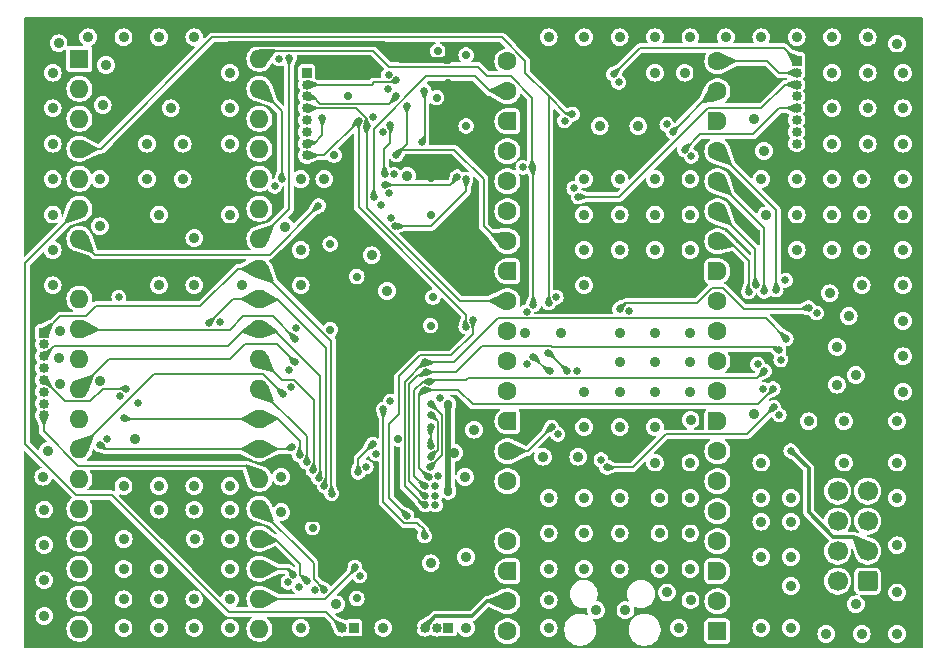
<source format=gbr>
%TF.GenerationSoftware,KiCad,Pcbnew,8.0.1*%
%TF.CreationDate,2024-04-17T16:23:31+02:00*%
%TF.ProjectId,protoA,70726f74-6f41-42e6-9b69-6361645f7063,rev?*%
%TF.SameCoordinates,PX7e13640PY4c4b400*%
%TF.FileFunction,Copper,L4,Bot*%
%TF.FilePolarity,Positive*%
%FSLAX46Y46*%
G04 Gerber Fmt 4.6, Leading zero omitted, Abs format (unit mm)*
G04 Created by KiCad (PCBNEW 8.0.1) date 2024-04-17 16:23:31*
%MOMM*%
%LPD*%
G01*
G04 APERTURE LIST*
G04 Aperture macros list*
%AMRoundRect*
0 Rectangle with rounded corners*
0 $1 Rounding radius*
0 $2 $3 $4 $5 $6 $7 $8 $9 X,Y pos of 4 corners*
0 Add a 4 corners polygon primitive as box body*
4,1,4,$2,$3,$4,$5,$6,$7,$8,$9,$2,$3,0*
0 Add four circle primitives for the rounded corners*
1,1,$1+$1,$2,$3*
1,1,$1+$1,$4,$5*
1,1,$1+$1,$6,$7*
1,1,$1+$1,$8,$9*
0 Add four rect primitives between the rounded corners*
20,1,$1+$1,$2,$3,$4,$5,0*
20,1,$1+$1,$4,$5,$6,$7,0*
20,1,$1+$1,$6,$7,$8,$9,0*
20,1,$1+$1,$8,$9,$2,$3,0*%
%AMFreePoly0*
4,1,28,0.605014,0.794986,0.644504,0.794986,0.724698,0.756366,0.780194,0.686777,0.800000,0.600000,0.800000,-0.600000,0.780194,-0.686777,0.724698,-0.756366,0.644504,-0.794986,0.605014,-0.794986,0.600000,-0.800000,0.000000,-0.800000,-0.178017,-0.779942,-0.347107,-0.720775,-0.498792,-0.625465,-0.625465,-0.498792,-0.720775,-0.347107,-0.779942,-0.178017,-0.800000,0.000000,-0.779942,0.178017,
-0.720775,0.347107,-0.625465,0.498792,-0.498792,0.625465,-0.347107,0.720775,-0.178017,0.779942,0.000000,0.800000,0.600000,0.800000,0.605014,0.794986,0.605014,0.794986,$1*%
%AMFreePoly1*
4,1,28,0.178017,0.779942,0.347107,0.720775,0.498792,0.625465,0.625465,0.498792,0.720775,0.347107,0.779942,0.178017,0.800000,0.000000,0.779942,-0.178017,0.720775,-0.347107,0.625465,-0.498792,0.498792,-0.625465,0.347107,-0.720775,0.178017,-0.779942,0.000000,-0.800000,-0.600000,-0.800000,-0.605014,-0.794986,-0.644504,-0.794986,-0.724698,-0.756366,-0.780194,-0.686777,-0.800000,-0.600000,
-0.800000,0.600000,-0.780194,0.686777,-0.724698,0.756366,-0.644504,0.794986,-0.605014,0.794986,-0.600000,0.800000,0.000000,0.800000,0.178017,0.779942,0.178017,0.779942,$1*%
G04 Aperture macros list end*
%TA.AperFunction,ComponentPad*%
%ADD10R,0.850000X0.850000*%
%TD*%
%TA.AperFunction,ComponentPad*%
%ADD11O,0.850000X0.850000*%
%TD*%
%TA.AperFunction,ComponentPad*%
%ADD12RoundRect,0.250000X0.600000X0.600000X-0.600000X0.600000X-0.600000X-0.600000X0.600000X-0.600000X0*%
%TD*%
%TA.AperFunction,ComponentPad*%
%ADD13C,1.700000*%
%TD*%
%TA.AperFunction,ComponentPad*%
%ADD14R,1.600000X1.600000*%
%TD*%
%TA.AperFunction,ComponentPad*%
%ADD15O,1.600000X1.600000*%
%TD*%
%TA.AperFunction,ComponentPad*%
%ADD16RoundRect,0.200000X0.600000X0.600000X-0.600000X0.600000X-0.600000X-0.600000X0.600000X-0.600000X0*%
%TD*%
%TA.AperFunction,ComponentPad*%
%ADD17C,1.600000*%
%TD*%
%TA.AperFunction,ComponentPad*%
%ADD18FreePoly0,180.000000*%
%TD*%
%TA.AperFunction,ComponentPad*%
%ADD19FreePoly1,180.000000*%
%TD*%
%TA.AperFunction,ViaPad*%
%ADD20C,0.900000*%
%TD*%
%TA.AperFunction,ViaPad*%
%ADD21C,0.650000*%
%TD*%
%TA.AperFunction,ViaPad*%
%ADD22C,0.700000*%
%TD*%
%TA.AperFunction,Conductor*%
%ADD23C,0.500000*%
%TD*%
%TA.AperFunction,Conductor*%
%ADD24C,0.200000*%
%TD*%
%TA.AperFunction,Conductor*%
%ADD25C,0.300000*%
%TD*%
G04 APERTURE END LIST*
D10*
%TO.P,J4,1,Pin_1*%
%TO.N,GND*%
X24300000Y49000000D03*
D11*
%TO.P,J4,2,Pin_2*%
%TO.N,/CLK*%
X24300000Y48000000D03*
%TO.P,J4,3,Pin_3*%
%TO.N,/SIO0*%
X24300000Y47000000D03*
%TO.P,J4,4,Pin_4*%
%TO.N,/SIO1*%
X24300000Y46000000D03*
%TO.P,J4,5,Pin_5*%
%TO.N,/SIO2*%
X24300000Y45000000D03*
%TO.P,J4,6,Pin_6*%
%TO.N,/SIO3*%
X24300000Y44000000D03*
%TO.P,J4,7,Pin_7*%
%TO.N,/CE0*%
X24300000Y43000000D03*
%TO.P,J4,8,Pin_8*%
%TO.N,/CE1*%
X24300000Y42000000D03*
%TD*%
D12*
%TO.P,J6,1,Pin_1*%
%TO.N,GND*%
X71800000Y5960000D03*
D13*
%TO.P,J6,2,Pin_2*%
%TO.N,/PIX0*%
X69260000Y5960000D03*
%TO.P,J6,3,Pin_3*%
%TO.N,/UART_RX_C*%
X71800000Y8500000D03*
%TO.P,J6,4,Pin_4*%
%TO.N,/PIX1*%
X69260000Y8500000D03*
%TO.P,J6,5,Pin_5*%
%TO.N,/UART_TX_C*%
X71800000Y11040000D03*
%TO.P,J6,6,Pin_6*%
%TO.N,/PIX2*%
X69260000Y11040000D03*
%TO.P,J6,7,Pin_7*%
%TO.N,/PIXCLK*%
X71800000Y13580000D03*
%TO.P,J6,8,Pin_8*%
%TO.N,/PIX3*%
X69260000Y13580000D03*
%TD*%
D10*
%TO.P,J3,1,Pin_1*%
%TO.N,/D0*%
X2050000Y27000000D03*
D11*
%TO.P,J3,2,Pin_2*%
%TO.N,/D1*%
X2050000Y26000000D03*
%TO.P,J3,3,Pin_3*%
%TO.N,/D2*%
X2050000Y25000000D03*
%TO.P,J3,4,Pin_4*%
%TO.N,/D3*%
X2050000Y24000000D03*
%TO.P,J3,5,Pin_5*%
%TO.N,/D4*%
X2050000Y23000000D03*
%TO.P,J3,6,Pin_6*%
%TO.N,/D5*%
X2050000Y22000000D03*
%TO.P,J3,7,Pin_7*%
%TO.N,/D6*%
X2050000Y21000000D03*
%TO.P,J3,8,Pin_8*%
%TO.N,/D7*%
X2050000Y20000000D03*
%TD*%
D14*
%TO.P,U2,1,~{VP}*%
%TO.N,unconnected-(U2-~{VP}-Pad1)*%
X5060000Y50180000D03*
D15*
%TO.P,U2,2,RDY*%
%TO.N,Net-(U2-RDY)*%
X5060000Y47640000D03*
%TO.P,U2,3,~{ABORT}*%
%TO.N,/~{ABORT}*%
X5060000Y45100000D03*
%TO.P,U2,4,~{IRQ}*%
%TO.N,/~{IRQB}*%
X5060000Y42560000D03*
%TO.P,U2,5,~{ML}*%
%TO.N,unconnected-(U2-~{ML}-Pad5)*%
X5060000Y40020000D03*
%TO.P,U2,6,~{NMI}*%
%TO.N,/~{NMIB}*%
X5060000Y37480000D03*
%TO.P,U2,7,VPA*%
%TO.N,Net-(U2-VPA)*%
X5060000Y34940000D03*
%TO.P,U2,8,VDD*%
%TO.N,+3V3*%
X5060000Y32400000D03*
%TO.P,U2,9,A0*%
%TO.N,/A0*%
X5060000Y29860000D03*
%TO.P,U2,10,A1*%
%TO.N,/A1*%
X5060000Y27320000D03*
%TO.P,U2,11,A2*%
%TO.N,/A2*%
X5060000Y24780000D03*
%TO.P,U2,12,A3*%
%TO.N,/A3*%
X5060000Y22240000D03*
%TO.P,U2,13,A4*%
%TO.N,/A4*%
X5060000Y19700000D03*
%TO.P,U2,14,A5*%
%TO.N,/A5*%
X5060000Y17160000D03*
%TO.P,U2,15,A6*%
%TO.N,/A6*%
X5060000Y14620000D03*
%TO.P,U2,16,A7*%
%TO.N,/A7*%
X5060000Y12080000D03*
%TO.P,U2,17,A8*%
%TO.N,/A8*%
X5060000Y9540000D03*
%TO.P,U2,18,A9*%
%TO.N,/A9*%
X5060000Y7000000D03*
%TO.P,U2,19,A10*%
%TO.N,/A10*%
X5060000Y4460000D03*
%TO.P,U2,20,A11*%
%TO.N,/A11*%
X5060000Y1920000D03*
%TO.P,U2,21,VSS*%
%TO.N,GND*%
X20300000Y1920000D03*
%TO.P,U2,22,A12*%
%TO.N,/A12*%
X20300000Y4460000D03*
%TO.P,U2,23,A13*%
%TO.N,/A13*%
X20300000Y7000000D03*
%TO.P,U2,24,A14*%
%TO.N,/A14*%
X20300000Y9540000D03*
%TO.P,U2,25,A15*%
%TO.N,/A15*%
X20300000Y12080000D03*
%TO.P,U2,26,D7*%
%TO.N,/D7*%
X20300000Y14620000D03*
%TO.P,U2,27,D6*%
%TO.N,/D6*%
X20300000Y17160000D03*
%TO.P,U2,28,D5*%
%TO.N,/D5*%
X20300000Y19700000D03*
%TO.P,U2,29,D4*%
%TO.N,/D4*%
X20300000Y22240000D03*
%TO.P,U2,30,D3*%
%TO.N,/D3*%
X20300000Y24780000D03*
%TO.P,U2,31,D2*%
%TO.N,/D2*%
X20300000Y27320000D03*
%TO.P,U2,32,D1*%
%TO.N,/D1*%
X20300000Y29860000D03*
%TO.P,U2,33,D0*%
%TO.N,/D0*%
X20300000Y32400000D03*
%TO.P,U2,34,R/~{W}*%
%TO.N,/R~{WB}*%
X20300000Y34940000D03*
%TO.P,U2,35,E*%
%TO.N,unconnected-(U2-E-Pad35)*%
X20300000Y37480000D03*
%TO.P,U2,36,BE*%
%TO.N,Net-(U2-BE)*%
X20300000Y40020000D03*
%TO.P,U2,37,\u03D50*%
%TO.N,/PHI2*%
X20300000Y42560000D03*
%TO.P,U2,38,MX*%
%TO.N,unconnected-(U2-MX-Pad38)*%
X20300000Y45100000D03*
%TO.P,U2,39,VDA*%
%TO.N,Net-(U2-VDA)*%
X20300000Y47640000D03*
%TO.P,U2,40,~{RES}*%
%TO.N,/~{RESB}*%
X20300000Y50180000D03*
%TD*%
D10*
%TO.P,J2,1,Pin_1*%
%TO.N,/VIA_CE*%
X28300000Y2000000D03*
D11*
%TO.P,J2,2,Pin_2*%
%TO.N,/~{NMIB}*%
X27300000Y2000000D03*
%TD*%
D10*
%TO.P,J5,1,Pin_1*%
%TO.N,/PHI2*%
X65800000Y50000000D03*
D11*
%TO.P,J5,2,Pin_2*%
%TO.N,/R~{WB}*%
X65800000Y49000000D03*
%TO.P,J5,3,Pin_3*%
%TO.N,/DIR*%
X65800000Y48000000D03*
%TO.P,J5,4,Pin_4*%
%TO.N,/BE0*%
X65800000Y47000000D03*
%TO.P,J5,5,Pin_5*%
%TO.N,/BE1*%
X65800000Y46000000D03*
%TO.P,J5,6,Pin_6*%
%TO.N,/~{VAB}*%
X65800000Y45000000D03*
%TO.P,J5,7,Pin_7*%
%TO.N,/~{IRQB}*%
X65800000Y44000000D03*
%TO.P,J5,8,Pin_8*%
%TO.N,/~{RESB}*%
X65800000Y43000000D03*
%TD*%
D16*
%TO.P,U1,1,GPIO0*%
%TO.N,/PIX0*%
X59080000Y1720000D03*
D17*
%TO.P,U1,2,GPIO1*%
%TO.N,/PIX1*%
X59080000Y4260000D03*
D18*
%TO.P,U1,3,GND*%
%TO.N,GND*%
X59080000Y6800000D03*
D17*
%TO.P,U1,4,GPIO2*%
%TO.N,/PIX2*%
X59080000Y9340000D03*
%TO.P,U1,5,GPIO3*%
%TO.N,/PIX3*%
X59080000Y11880000D03*
%TO.P,U1,6,GPIO4*%
%TO.N,/UART_TX*%
X59080000Y14420000D03*
%TO.P,U1,7,GPIO5*%
%TO.N,/UART_RX*%
X59080000Y16960000D03*
D18*
%TO.P,U1,8,GND*%
%TO.N,GND*%
X59080000Y19500000D03*
D17*
%TO.P,U1,9,GPIO6*%
%TO.N,Net-(RN1-R1.2)*%
X59080000Y22040000D03*
%TO.P,U1,10,GPIO7*%
%TO.N,Net-(RN1-R2.2)*%
X59080000Y24580000D03*
%TO.P,U1,11,GPIO8*%
%TO.N,Net-(RN1-R3.2)*%
X59080000Y27120000D03*
%TO.P,U1,12,GPIO9*%
%TO.N,Net-(RN1-R4.2)*%
X59080000Y29660000D03*
D18*
%TO.P,U1,13,GPIO29*%
%TO.N,Net-(U1-GPIO29)*%
X59080000Y32200000D03*
D17*
%TO.P,U1,14,GPIO10*%
%TO.N,Net-(RN1-R5.2)*%
X59080000Y34740000D03*
%TO.P,U1,15,GPIO11*%
%TO.N,Net-(RN1-R6.2)*%
X59080000Y37280000D03*
%TO.P,U1,16,GPIO12*%
%TO.N,Net-(RN1-R7.2)*%
X59080000Y39820000D03*
%TO.P,U1,17,GPIO13*%
%TO.N,Net-(RN1-R8.2)*%
X59080000Y42360000D03*
D18*
%TO.P,U1,18,GPIO25*%
%TO.N,/CE0*%
X59080000Y44900000D03*
D17*
%TO.P,U1,19,GPIO14*%
%TO.N,/~{VAB}*%
X59080000Y47440000D03*
%TO.P,U1,20,GPIO15*%
%TO.N,/R~{WB}*%
X59080000Y49980000D03*
%TO.P,U1,21,GPIO16*%
%TO.N,/PHI2*%
X41300000Y49980000D03*
%TO.P,U1,22,GPIO17*%
%TO.N,/BE0*%
X41300000Y47440000D03*
D19*
%TO.P,U1,23,GPIO24*%
%TO.N,/SIO3*%
X41300000Y44900000D03*
D17*
%TO.P,U1,24,GPIO18*%
%TO.N,/BE1*%
X41300000Y42360000D03*
%TO.P,U1,25,GPIO19*%
%TO.N,/DIR*%
X41300000Y39820000D03*
%TO.P,U1,26,GPIO20*%
%TO.N,Net-(U1-GPIO20)*%
X41300000Y37280000D03*
%TO.P,U1,27,GPIO21*%
%TO.N,/SIO0*%
X41300000Y34740000D03*
D19*
%TO.P,U1,28,GPIO23*%
%TO.N,/SIO2*%
X41300000Y32200000D03*
D17*
%TO.P,U1,29,GPIO22*%
%TO.N,/SIO1*%
X41300000Y29660000D03*
%TO.P,U1,30,RUN*%
%TO.N,unconnected-(U1-RUN-Pad30)*%
X41300000Y27120000D03*
%TO.P,U1,31,GPIO26_ADC0*%
%TO.N,/CE1*%
X41300000Y24580000D03*
%TO.P,U1,32,GPIO27_ADC1*%
%TO.N,/~{RESB}*%
X41300000Y22040000D03*
D19*
%TO.P,U1,33,AGND*%
%TO.N,unconnected-(U1-AGND-Pad33)*%
X41300000Y19500000D03*
D17*
%TO.P,U1,34,GPIO28_ADC2*%
%TO.N,/~{IRQB}*%
X41300000Y16960000D03*
%TO.P,U1,35,ADC_VREF*%
%TO.N,unconnected-(U1-ADC_VREF-Pad35)_0*%
X41300000Y14420000D03*
%TO.P,U1,36,3V3*%
%TO.N,+3V3*%
X41300000Y11880000D03*
%TO.P,U1,37,3V3_EN*%
%TO.N,unconnected-(U1-3V3_EN-Pad37)_0*%
X41300000Y9340000D03*
D19*
%TO.P,U1,38,GND*%
%TO.N,GND*%
X41300000Y6800000D03*
D17*
%TO.P,U1,39,VSYS*%
%TO.N,/VSYS*%
X41300000Y4260000D03*
%TO.P,U1,40,VBUS*%
%TO.N,+5V*%
X41300000Y1720000D03*
%TD*%
D10*
%TO.P,J1,1,Pin_1*%
%TO.N,GND*%
X36300000Y2000000D03*
D11*
%TO.P,J1,2,Pin_2*%
%TO.N,+5V*%
X35300000Y2000000D03*
%TO.P,J1,3,Pin_3*%
%TO.N,/VSYS*%
X34300000Y2000000D03*
%TO.P,J1,4,Pin_4*%
%TO.N,+3V3*%
X33300000Y2000000D03*
%TD*%
D20*
%TO.N,GND*%
X37800000Y2000000D03*
X65800000Y34000000D03*
X63019230Y42389781D03*
X56800000Y13000000D03*
X47800000Y34000000D03*
X47800000Y31000000D03*
X8800000Y2000000D03*
X2101098Y3022528D03*
X42800000Y27000000D03*
D21*
X8477992Y21665000D03*
D20*
X2800000Y46000000D03*
D21*
X31432416Y36714604D03*
D20*
X74300000Y5000000D03*
X56808412Y19614145D03*
X50800000Y7000000D03*
D22*
X34800000Y37000000D03*
D20*
X62800000Y16000000D03*
X74300000Y13000000D03*
D21*
X22800000Y23800000D03*
D20*
X66800000Y19500000D03*
X17818543Y9523352D03*
X74800000Y22000000D03*
X30800000Y2000000D03*
X59800000Y52000000D03*
X7030653Y46258750D03*
X47800000Y10000000D03*
X50800000Y34000000D03*
X8800000Y14000000D03*
X8818543Y9523352D03*
D22*
X37800000Y50500000D03*
D20*
X74800000Y31000000D03*
X55800000Y2000000D03*
X47800000Y37000000D03*
D21*
X31375000Y21200000D03*
D20*
X56800000Y34000000D03*
X74800000Y25000000D03*
X68300000Y1500000D03*
X22155934Y14798682D03*
X56800000Y10000000D03*
X74800000Y43000000D03*
X53800000Y22000000D03*
D21*
X54801599Y44625780D03*
D20*
X11800000Y31000000D03*
D22*
X35402029Y50844396D03*
D20*
X65300000Y13000000D03*
X65300000Y2000000D03*
D22*
X36300000Y13500000D03*
D20*
X68800000Y52000000D03*
X44800000Y7000000D03*
X2800000Y43000000D03*
X14800000Y2000000D03*
X26800000Y4000000D03*
D21*
X35200000Y12400000D03*
D20*
X3300000Y51500000D03*
X74274693Y51474693D03*
X56800000Y24500000D03*
X14799999Y4415385D03*
X62213357Y45085185D03*
X47300000Y16500000D03*
X44804555Y4341514D03*
D21*
X62484313Y24315687D03*
D20*
X71800000Y46000000D03*
D21*
X64315231Y20034104D03*
D20*
X68800000Y40000000D03*
D21*
X42935993Y24383897D03*
D20*
X47800000Y22000000D03*
X2800000Y40000000D03*
X70800000Y23400000D03*
D21*
X46929946Y39209270D03*
D20*
X6800000Y40000000D03*
X17800000Y43000000D03*
X52384725Y44483187D03*
X38484505Y18776154D03*
X14800000Y31000000D03*
X65800000Y40000000D03*
X54179720Y13000001D03*
X74800000Y34000000D03*
X14818543Y9523352D03*
X3380492Y27167120D03*
D22*
X26300000Y27250000D03*
D21*
X35428579Y14889805D03*
D20*
X44800000Y10000000D03*
X53800000Y40000000D03*
X2000000Y14800000D03*
X68800000Y34000000D03*
X71300000Y31000000D03*
X65300000Y8000000D03*
X62800000Y13000000D03*
D21*
X30200000Y16758948D03*
D20*
X71300000Y34000000D03*
D21*
X67474571Y28663238D03*
D20*
X48800000Y3500000D03*
D21*
X45576805Y18397937D03*
D22*
X34800000Y27600000D03*
D20*
X50800000Y37000000D03*
X5800000Y52000000D03*
X56300000Y49000000D03*
X74800000Y49000000D03*
X2800000Y37000000D03*
X53800000Y37000000D03*
X50800000Y19000000D03*
X11799999Y4415385D03*
X36809780Y16850220D03*
X3340898Y24843703D03*
X45800000Y27000000D03*
D22*
X32000000Y18000000D03*
D20*
X32808412Y40260801D03*
X17800000Y46000000D03*
X47800000Y13000000D03*
D21*
X28800000Y6400000D03*
D20*
X71300000Y37000000D03*
X50800000Y52000000D03*
X23800000Y40000000D03*
X11800000Y2000000D03*
X17799999Y4415385D03*
X50800000Y27000000D03*
D22*
X35300000Y46900000D03*
X24800000Y10500000D03*
X28557929Y4500000D03*
D20*
X47800000Y52000000D03*
X22479169Y35982036D03*
X44800000Y2000000D03*
X69200000Y25800000D03*
X11800000Y7000000D03*
X56800000Y27000000D03*
X50800000Y24500000D03*
X17800000Y14000000D03*
X50800000Y40000000D03*
X74800000Y37000000D03*
X71800000Y52000000D03*
X47800000Y40000000D03*
D21*
X23400000Y27400000D03*
X31311598Y38814004D03*
D20*
X17800000Y7000000D03*
X69200000Y22600000D03*
X6800000Y36000000D03*
D21*
X42599997Y41000000D03*
D20*
X11800000Y52000000D03*
X65300000Y11000000D03*
D21*
X25000691Y5191695D03*
D20*
X12800000Y46000000D03*
X10800000Y43000000D03*
X17800000Y49000000D03*
X31115714Y30541099D03*
X74300000Y1500000D03*
D21*
X46138998Y44948000D03*
D20*
X62800000Y8000000D03*
X53800000Y49000000D03*
X47800000Y19000000D03*
X8800000Y7000000D03*
X71300000Y1500000D03*
D22*
X26634016Y42018962D03*
D20*
X6840217Y22914652D03*
X50800000Y13000000D03*
D22*
X27800000Y47000000D03*
D20*
X9800000Y18000000D03*
X62800000Y2000000D03*
D22*
X26300000Y34500000D03*
D20*
X11800000Y37000000D03*
X37800000Y8000000D03*
X14800000Y35000000D03*
X23800000Y34000000D03*
X7320045Y49659113D03*
D21*
X56865687Y41934313D03*
D20*
X49119010Y44483187D03*
X8800000Y52000000D03*
X70200000Y28400000D03*
D21*
X64842810Y31442811D03*
D20*
X44800000Y52000000D03*
X74800000Y28000000D03*
X68800000Y43000000D03*
X53800000Y52000000D03*
X62800000Y40000000D03*
X2101098Y9022528D03*
X54800000Y5000000D03*
X8799999Y4415385D03*
X23800000Y2000000D03*
D21*
X30800000Y44000000D03*
D20*
X47800000Y7000000D03*
X17800000Y12000000D03*
D21*
X23658399Y5494536D03*
D20*
X17800000Y2000000D03*
X14800000Y14000000D03*
D21*
X7440002Y17980002D03*
X64456893Y24715533D03*
D20*
X69800000Y16000000D03*
X68800000Y49000000D03*
X54179720Y10000001D03*
X74800000Y46000000D03*
X54179720Y7000001D03*
X2800000Y31000000D03*
D21*
X23000000Y22400000D03*
D20*
X71300000Y40000000D03*
X70800000Y4000000D03*
X56800000Y22000000D03*
X69800000Y19500000D03*
X50800000Y10000000D03*
X56800000Y37000000D03*
X56800000Y7000000D03*
D21*
X29339868Y15626285D03*
D20*
X74300000Y19500000D03*
X71800000Y43000000D03*
D22*
X37800000Y44500000D03*
D20*
X50800000Y22000000D03*
X23800000Y31000000D03*
X65800000Y37000000D03*
X3416425Y22688093D03*
D21*
X45434990Y29986613D03*
X8400000Y30000000D03*
D20*
X53800000Y16000000D03*
X53800000Y19000000D03*
X22155934Y11798682D03*
X74800000Y40000000D03*
X74300000Y16000000D03*
D21*
X31709435Y40391261D03*
D20*
X62800000Y11000000D03*
X17800000Y37000000D03*
X68800000Y37000000D03*
X25800000Y40000000D03*
D21*
X29938287Y45249102D03*
X10028295Y21001258D03*
D20*
X29817802Y33555605D03*
D21*
X30558109Y37800000D03*
X31222528Y47600000D03*
D20*
X65800000Y52000000D03*
D21*
X42924739Y28784871D03*
D20*
X13800000Y43000000D03*
X37710241Y14787851D03*
D21*
X50724001Y48201599D03*
D20*
X10800000Y40000000D03*
X44800000Y13000000D03*
X63161756Y36924284D03*
D21*
X21600000Y39400000D03*
D20*
X14800000Y12000000D03*
X2800000Y49000000D03*
X71800000Y49000000D03*
X2101098Y12022528D03*
D21*
X49222416Y16236146D03*
X62962911Y22226085D03*
D20*
X53800000Y34000000D03*
D21*
X22000000Y50200000D03*
D20*
X51300000Y3500000D03*
X68587692Y30331759D03*
D21*
X35557030Y21502629D03*
D20*
X2400000Y17000000D03*
X68800000Y46000000D03*
X65300000Y5545825D03*
X14800000Y52000000D03*
D21*
X51600000Y28800000D03*
D20*
X53800000Y27000000D03*
X62189100Y20148997D03*
X56800000Y52000000D03*
X2101098Y6022528D03*
D21*
X35200000Y14000000D03*
D20*
X74300000Y9000000D03*
D22*
X36300000Y21000000D03*
D20*
X18800000Y31000000D03*
D21*
X31234358Y48843762D03*
D20*
X56804555Y4341514D03*
D22*
X28550000Y31750000D03*
D20*
X62800000Y52000000D03*
X11800000Y12000000D03*
D21*
X16950248Y27912075D03*
D20*
X56800000Y40000000D03*
D21*
X35200000Y13200000D03*
D20*
X34800109Y7471759D03*
X44300000Y16500000D03*
D22*
X35000000Y30000000D03*
D20*
X11800000Y14000000D03*
X56800000Y16000000D03*
D21*
X47186837Y23715000D03*
D20*
X2800000Y34000000D03*
D21*
X22721818Y5858947D03*
D20*
X53800000Y24500000D03*
X13800000Y40000000D03*
D21*
%TO.N,+3V3*%
X9400000Y36600000D03*
D22*
X36300000Y41500000D03*
D21*
X9400000Y44000000D03*
X35400000Y32600000D03*
X33800000Y26200000D03*
D22*
X34796838Y40100000D03*
D21*
X15400000Y44400000D03*
D22*
X23550000Y11250000D03*
X15125735Y48825735D03*
X32300000Y3500000D03*
X36300000Y43500000D03*
D21*
X7600000Y32000000D03*
X35200000Y4600000D03*
D22*
X36300000Y44735000D03*
X36300000Y50100000D03*
X36300000Y48100000D03*
X36300000Y46900000D03*
D21*
X9400000Y46600000D03*
D22*
X28200000Y26000000D03*
D21*
X38400000Y11800000D03*
X15800000Y39000000D03*
%TO.N,/UART_RX_C*%
X65300000Y17000000D03*
%TO.N,/CLK*%
X34250000Y47500000D03*
X34050000Y43100000D03*
X31900000Y48400000D03*
%TO.N,/A3*%
X23300000Y24500000D03*
%TO.N,/BUS4*%
X34800000Y21000000D03*
X49703239Y15596761D03*
X63858845Y20691155D03*
X34762132Y15613603D03*
%TO.N,/A1*%
X23300000Y26500000D03*
%TO.N,/BUS1*%
X34379621Y23645416D03*
X34300000Y13199997D03*
X64300000Y25500000D03*
%TO.N,/BUS6*%
X34800000Y17410169D03*
X66804001Y29099517D03*
X50800000Y29000000D03*
X34800000Y19000000D03*
%TO.N,/BUS5*%
X34845993Y20045993D03*
X34800000Y16500000D03*
%TO.N,/BUS2*%
X63050000Y23750000D03*
X34300000Y14000000D03*
X34672827Y22861704D03*
%TO.N,/BUS3*%
X34287851Y22160421D03*
X63800000Y22250000D03*
X34633008Y14746582D03*
%TO.N,/A5*%
X22300000Y21800000D03*
%TO.N,/BUS0*%
X64900002Y26500000D03*
X34366798Y24472733D03*
X34356955Y12402024D03*
%TO.N,/D6*%
X6800000Y17500000D03*
X23100000Y17306329D03*
%TO.N,/D4*%
X24300000Y16025000D03*
X9050000Y22240000D03*
%TO.N,/PHI2*%
X50300000Y48880000D03*
%TO.N,/~{RESB}*%
X44887146Y23740000D03*
X43400000Y41000000D03*
X43499739Y29375628D03*
X43499739Y24951518D03*
%TO.N,/D3*%
X24841621Y15358242D03*
%TO.N,/D0*%
X26415687Y13375000D03*
%TO.N,/D2*%
X25310753Y14710230D03*
%TO.N,/R~{WB}*%
X22833553Y50280000D03*
%TO.N,/A12*%
X28400260Y7129283D03*
%TO.N,/A13*%
X23170092Y6521560D03*
%TO.N,/~{IRQB}*%
X44752296Y25300826D03*
X45050000Y19000000D03*
X46800000Y45500000D03*
X44800000Y29500000D03*
X46387503Y23740000D03*
%TO.N,/D5*%
X23700000Y16625000D03*
X8800000Y19750000D03*
%TO.N,Net-(U2-VPA)*%
X25300000Y37750000D03*
%TO.N,/A14*%
X24300000Y5972398D03*
%TO.N,Net-(U2-VDA)*%
X22200000Y40000000D03*
%TO.N,/D1*%
X25800000Y14025000D03*
X16050000Y27825000D03*
%TO.N,/A15*%
X25800000Y5225000D03*
%TO.N,/BE1*%
X37800000Y40000000D03*
X31808529Y36008529D03*
X56300000Y42500000D03*
%TO.N,/~{VAB}*%
X30900000Y39500000D03*
X37026002Y40202314D03*
X55300000Y44000000D03*
%TO.N,/DIR*%
X38375000Y28051726D03*
X47300000Y38500000D03*
X32800000Y11500000D03*
%TO.N,/SIO0*%
X31900000Y47001029D03*
X31909858Y42065643D03*
X32800000Y46205000D03*
%TO.N,/CE0*%
X25640396Y45188925D03*
%TO.N,/CE1*%
X28700265Y44933740D03*
X37775000Y27500000D03*
%TO.N,/SIO1*%
X29383109Y44516933D03*
%TO.N,/BE0*%
X29983109Y38500000D03*
%TO.N,/SIO3*%
X30900000Y40395000D03*
X31367501Y44567501D03*
%TO.N,/OE2*%
X28673961Y15182922D03*
X29900000Y17550000D03*
%TO.N,/OE1*%
X34300000Y9775000D03*
X30800000Y20500000D03*
%TO.N,Net-(RN1-R8.2)*%
X64050000Y30609274D03*
%TO.N,Net-(RN1-R5.2)*%
X61715289Y30475055D03*
%TO.N,Net-(RN1-R7.2)*%
X63050000Y30500000D03*
%TO.N,Net-(RN1-R6.2)*%
X62318975Y31000000D03*
%TD*%
D23*
%TO.N,GND*%
X36300000Y21000000D02*
X36300000Y13500000D01*
%TO.N,+3V3*%
X36294396Y50094396D02*
X36300000Y50100000D01*
X32205604Y50094396D02*
X36294396Y50094396D01*
X30870000Y51430000D02*
X32205604Y50094396D01*
X28950000Y11250000D02*
X30800000Y9400000D01*
X17730000Y51430000D02*
X30870000Y51430000D01*
X23550000Y11250000D02*
X28950000Y11250000D01*
D24*
X28274265Y26074265D02*
X28200000Y26000000D01*
D25*
X34796838Y40100000D02*
X34900000Y40100000D01*
D23*
X30800000Y9400000D02*
X30800000Y5000000D01*
X34900000Y40100000D02*
X36300000Y41500000D01*
X36300000Y46900000D02*
X36300000Y48100000D01*
X36300000Y43500000D02*
X36300000Y44735000D01*
X30800000Y5000000D02*
X32300000Y3500000D01*
X15125735Y48825735D02*
X17730000Y51430000D01*
D25*
%TO.N,/VSYS*%
X38300000Y3000000D02*
X35203984Y3000000D01*
X34300000Y2096016D02*
X34300000Y2000000D01*
X39560000Y4260000D02*
X38300000Y3000000D01*
X35203984Y3000000D02*
X34300000Y2096016D01*
X41300000Y4260000D02*
X39560000Y4260000D01*
%TO.N,/UART_RX_C*%
X66800000Y15500000D02*
X66800000Y11802943D01*
X66800000Y11802943D02*
X68902943Y9700000D01*
X65300000Y17000000D02*
X66800000Y15500000D01*
X68902943Y9700000D02*
X70600000Y9700000D01*
X70600000Y9700000D02*
X71800000Y8500000D01*
D24*
%TO.N,/~{NMIB}*%
X17690000Y3360000D02*
X7800000Y13250000D01*
X7800000Y13250000D02*
X4800000Y13250000D01*
X450000Y17600000D02*
X450000Y32870000D01*
X27300000Y2000000D02*
X25940000Y3360000D01*
X450000Y32870000D02*
X5060000Y37480000D01*
X25940000Y3360000D02*
X17690000Y3360000D01*
X4800000Y13250000D02*
X450000Y17600000D01*
%TO.N,/CLK*%
X34050000Y43100000D02*
X34300000Y43350000D01*
X31700000Y48200000D02*
X30000000Y48200000D01*
X34300000Y43350000D02*
X34300000Y47450000D01*
X24300000Y48000000D02*
X29800000Y48000000D01*
X29800000Y48000000D02*
X30000000Y48200000D01*
X31900000Y48400000D02*
X31700000Y48200000D01*
X34300000Y47450000D02*
X34250000Y47500000D01*
%TO.N,/A3*%
X23300000Y24500000D02*
X21800000Y26000000D01*
X19050000Y26000000D02*
X17800000Y24750000D01*
X7570000Y24750000D02*
X5060000Y22240000D01*
X21800000Y26000000D02*
X19050000Y26000000D01*
X17800000Y24750000D02*
X7570000Y24750000D01*
%TO.N,/BUS4*%
X35800000Y16651471D02*
X34762132Y15613603D01*
X54689969Y18389969D02*
X51896761Y15596761D01*
X63858845Y20691155D02*
X61557658Y18389969D01*
X34800000Y21000000D02*
X35800000Y20000000D01*
X35800000Y20000000D02*
X35800000Y16651471D01*
X51896761Y15596761D02*
X49703239Y15596761D01*
X61557658Y18389969D02*
X54689969Y18389969D01*
%TO.N,/A1*%
X17800000Y27250000D02*
X5130000Y27250000D01*
X5130000Y27250000D02*
X5060000Y27320000D01*
X23300000Y26500000D02*
X21430000Y28370000D01*
X18920000Y28370000D02*
X17800000Y27250000D01*
X21430000Y28370000D02*
X18920000Y28370000D01*
%TO.N,/BUS1*%
X45116295Y25750000D02*
X44990469Y25875826D01*
X34109205Y23375000D02*
X33740686Y23375000D01*
X34251474Y13199997D02*
X34300000Y13199997D01*
X64300000Y25500000D02*
X64050000Y25750000D01*
X64050000Y25750000D02*
X45116295Y25750000D01*
X36945416Y23645416D02*
X34379621Y23645416D01*
X34379621Y23645416D02*
X34109205Y23375000D01*
X33740686Y23375000D02*
X33000000Y22634314D01*
X39175826Y25875826D02*
X36945416Y23645416D01*
X33000000Y22634314D02*
X33000000Y14451471D01*
X44990469Y25875826D02*
X39175826Y25875826D01*
X33000000Y14451471D02*
X34251474Y13199997D01*
%TO.N,/BUS6*%
X50800000Y29000000D02*
X51300000Y29500000D01*
X61295635Y29000000D02*
X66704484Y29000000D01*
X34800000Y17410169D02*
X34800000Y19000000D01*
X57364365Y29500000D02*
X58624365Y30760000D01*
X59535635Y30760000D02*
X61295635Y29000000D01*
X51300000Y29500000D02*
X57364365Y29500000D01*
X58624365Y30760000D02*
X59535635Y30760000D01*
X66704484Y29000000D02*
X66804001Y29099517D01*
%TO.N,/BUS5*%
X35400000Y19491986D02*
X35400000Y17100000D01*
X34845993Y20045993D02*
X35400000Y19491986D01*
X35400000Y17100000D02*
X34800000Y16500000D01*
%TO.N,/BUS2*%
X34140605Y22861704D02*
X33400000Y22121099D01*
X37800000Y23000000D02*
X34811123Y23000000D01*
X33400000Y22121099D02*
X33400000Y14900000D01*
X62440000Y23140000D02*
X37940000Y23140000D01*
X34811123Y23000000D02*
X34672827Y22861704D01*
X33400000Y14900000D02*
X34300000Y14000000D01*
X37940000Y23140000D02*
X37800000Y23000000D01*
X63050000Y23750000D02*
X62440000Y23140000D01*
X34672827Y22861704D02*
X34140605Y22861704D01*
%TO.N,/BUS3*%
X37139579Y22160421D02*
X34287851Y22160421D01*
X33800000Y21672570D02*
X34287851Y22160421D01*
X34633008Y14746582D02*
X33800000Y15579590D01*
X38360000Y20940000D02*
X37139579Y22160421D01*
X33800000Y15579590D02*
X33800000Y21672570D01*
X63800000Y22250000D02*
X62490000Y20940000D01*
X62490000Y20940000D02*
X38360000Y20940000D01*
%TO.N,/A5*%
X20600000Y23500000D02*
X11400000Y23500000D01*
X11400000Y23500000D02*
X5060000Y17160000D01*
X22300000Y21800000D02*
X20600000Y23500000D01*
%TO.N,/BUS0*%
X32600000Y14004274D02*
X34202250Y12402024D01*
X40500000Y28200000D02*
X36772733Y24472733D01*
X34272733Y24472733D02*
X32600000Y22799999D01*
X34202250Y12402024D02*
X34356955Y12402024D01*
X36772733Y24472733D02*
X34366798Y24472733D01*
X63200002Y28200000D02*
X40500000Y28200000D01*
X32600000Y22799999D02*
X32600000Y14004274D01*
X64900002Y26500000D02*
X63200002Y28200000D01*
X34366798Y24472733D02*
X34272733Y24472733D01*
%TO.N,/D6*%
X23100000Y17306329D02*
X22953671Y17160000D01*
X6800000Y17500000D02*
X7140000Y17160000D01*
X22953671Y17160000D02*
X20300000Y17160000D01*
X7140000Y17160000D02*
X20300000Y17160000D01*
%TO.N,/D4*%
X24300000Y18240000D02*
X20300000Y22240000D01*
X3860000Y21190000D02*
X2050000Y23000000D01*
X5990000Y21190000D02*
X3860000Y21190000D01*
X7040000Y22240000D02*
X5990000Y21190000D01*
X9050000Y22240000D02*
X7040000Y22240000D01*
X24300000Y16025000D02*
X24300000Y18240000D01*
%TO.N,/PHI2*%
X50300000Y48880000D02*
X52500000Y51080000D01*
X52500000Y51080000D02*
X64720000Y51080000D01*
X64720000Y51080000D02*
X65800000Y50000000D01*
%TO.N,/~{RESB}*%
X20300000Y50180000D02*
X21000000Y50880000D01*
X43400000Y46900000D02*
X41576200Y48723800D01*
X29920000Y50880000D02*
X31300000Y49500000D01*
X39576200Y48723800D02*
X41576200Y48723800D01*
X43400000Y41000000D02*
X43400000Y46900000D01*
X43499739Y29375628D02*
X43499739Y40900261D01*
X21000000Y50880000D02*
X29920000Y50880000D01*
X43499739Y40900261D02*
X43400000Y41000000D01*
X31300000Y49500000D02*
X38800000Y49500000D01*
X44711257Y23740000D02*
X43499739Y24951518D01*
X44887146Y23740000D02*
X44711257Y23740000D01*
X38800000Y49500000D02*
X39576200Y48723800D01*
%TO.N,/D3*%
X24841621Y15358242D02*
X24900000Y15416621D01*
X24900000Y21313173D02*
X23238173Y22975000D01*
X23238173Y22975000D02*
X22225000Y22975000D01*
X24900000Y15416621D02*
X24900000Y21313173D01*
X20420000Y24780000D02*
X20300000Y24780000D01*
X22225000Y22975000D02*
X20420000Y24780000D01*
%TO.N,/D0*%
X26415687Y13375000D02*
X26400000Y13390687D01*
X3420000Y28370000D02*
X5615026Y28370000D01*
X2050000Y27000000D02*
X3420000Y28370000D01*
X18450000Y32400000D02*
X20300000Y32400000D01*
X5615026Y28370000D02*
X6495026Y29250000D01*
X26400000Y13390687D02*
X26400000Y26300000D01*
X15300000Y29250000D02*
X18450000Y32400000D01*
X6495026Y29250000D02*
X15300000Y29250000D01*
X26400000Y26300000D02*
X20300000Y32400000D01*
%TO.N,/D2*%
X17630000Y25830000D02*
X19120000Y27320000D01*
X2880000Y25830000D02*
X17630000Y25830000D01*
X25465687Y14865164D02*
X25465687Y23334313D01*
X2050000Y25000000D02*
X2880000Y25830000D01*
X25465687Y23334313D02*
X21480000Y27320000D01*
X25310753Y14710230D02*
X25465687Y14865164D01*
X19120000Y27320000D02*
X20300000Y27320000D01*
X21480000Y27320000D02*
X20300000Y27320000D01*
%TO.N,/R~{WB}*%
X22800000Y37440000D02*
X20300000Y34940000D01*
X65800000Y49000000D02*
X64300000Y49000000D01*
X22833553Y50280000D02*
X22800000Y50246447D01*
X22800000Y50246447D02*
X22800000Y37440000D01*
X64300000Y49000000D02*
X63320000Y49980000D01*
X63320000Y49980000D02*
X59080000Y49980000D01*
%TO.N,/A12*%
X28400260Y7129283D02*
X28400260Y6976731D01*
X25883529Y4460000D02*
X20300000Y4460000D01*
X28400260Y6976731D02*
X25883529Y4460000D01*
%TO.N,/A13*%
X22691652Y7000000D02*
X20300000Y7000000D01*
X23170092Y6521560D02*
X22691652Y7000000D01*
%TO.N,/~{IRQB}*%
X46387503Y23740000D02*
X44826677Y25300826D01*
X16300000Y52000000D02*
X6860000Y42560000D01*
X46300000Y45500000D02*
X44800000Y47000000D01*
X44826677Y25300826D02*
X44752296Y25300826D01*
X45050000Y19000000D02*
X43010000Y16960000D01*
X42800000Y49000000D02*
X42800000Y50035635D01*
X6860000Y42560000D02*
X5060000Y42560000D01*
X40835635Y52000000D02*
X16300000Y52000000D01*
X43010000Y16960000D02*
X41300000Y16960000D01*
X44800000Y47000000D02*
X42800000Y49000000D01*
X46800000Y45500000D02*
X46300000Y45500000D01*
X42800000Y50035635D02*
X40835635Y52000000D01*
X44800000Y29500000D02*
X44800000Y47000000D01*
%TO.N,/D5*%
X23700000Y16625000D02*
X23700000Y17841243D01*
X8850000Y19700000D02*
X20300000Y19700000D01*
X21841243Y19700000D02*
X20300000Y19700000D01*
X23700000Y17841243D02*
X21841243Y19700000D01*
X8800000Y19750000D02*
X8850000Y19700000D01*
%TO.N,Net-(U2-VPA)*%
X21162393Y33612393D02*
X6387607Y33612393D01*
X6387607Y33612393D02*
X5060000Y34940000D01*
X25300000Y37750000D02*
X21162393Y33612393D01*
%TO.N,/A14*%
X21630090Y9540000D02*
X20300000Y9540000D01*
X24300000Y5972398D02*
X23770092Y6502306D01*
X23770092Y7399998D02*
X21630090Y9540000D01*
X23770092Y6502306D02*
X23770092Y7399998D01*
%TO.N,Net-(U2-VDA)*%
X22200000Y40000000D02*
X22200000Y45740000D01*
X22200000Y45740000D02*
X20300000Y47640000D01*
%TO.N,/D7*%
X2050000Y18685075D02*
X4985075Y15750000D01*
X4985075Y15750000D02*
X19170000Y15750000D01*
X19170000Y15750000D02*
X20300000Y14620000D01*
X2050000Y20000000D02*
X2050000Y18685075D01*
%TO.N,/D1*%
X25800000Y14025000D02*
X25910142Y14135142D01*
X18085000Y29860000D02*
X20300000Y29860000D01*
X25910142Y14135142D02*
X25910142Y25689858D01*
X16050000Y27825000D02*
X18085000Y29860000D01*
X23975000Y27625000D02*
X23975000Y27638173D01*
X23975000Y27638173D02*
X21753173Y29860000D01*
X21753173Y29860000D02*
X20300000Y29860000D01*
X25910142Y25689858D02*
X23975000Y27625000D01*
%TO.N,/A15*%
X24900000Y7480000D02*
X20300000Y12080000D01*
X25800000Y5225000D02*
X24900000Y6125000D01*
X24900000Y6125000D02*
X24900000Y7480000D01*
%TO.N,/BE1*%
X56300000Y42500000D02*
X57589969Y43789969D01*
X31808529Y36008529D02*
X31817058Y36000000D01*
X62089969Y43789969D02*
X64300000Y46000000D01*
X31817058Y36000000D02*
X34800000Y36000000D01*
X34800000Y36000000D02*
X37800000Y39000000D01*
X64300000Y46000000D02*
X65800000Y46000000D01*
X37800000Y39000000D02*
X37800000Y40000000D01*
X57589969Y43789969D02*
X62089969Y43789969D01*
%TO.N,/~{VAB}*%
X37026002Y40202314D02*
X37026002Y40074531D01*
X37026002Y40074531D02*
X36451471Y39500000D01*
X55300000Y44000000D02*
X58740000Y47440000D01*
X36451471Y39500000D02*
X30900000Y39500000D01*
X58740000Y47440000D02*
X59080000Y47440000D01*
%TO.N,/DIR*%
X32091138Y23291138D02*
X32091138Y20091138D01*
X64800000Y48000000D02*
X62810031Y46010031D01*
X31300000Y13000000D02*
X32800000Y11500000D01*
X31300000Y19300000D02*
X31300000Y13000000D01*
X65800000Y48000000D02*
X64800000Y48000000D01*
X33872733Y25072733D02*
X32091138Y23291138D01*
X58270449Y46010031D02*
X50760418Y38500000D01*
X62810031Y46010031D02*
X58270449Y46010031D01*
X38375000Y28051726D02*
X38375000Y26900735D01*
X32091138Y20091138D02*
X31300000Y19300000D01*
X50760418Y38500000D02*
X47300000Y38500000D01*
X36546998Y25072733D02*
X33872733Y25072733D01*
X38375000Y26900735D02*
X36546998Y25072733D01*
%TO.N,/SIO0*%
X31900000Y47001029D02*
X31298971Y46400000D01*
X31909858Y42065643D02*
X32800000Y42955785D01*
X31298971Y46400000D02*
X25400000Y46400000D01*
X31909858Y42065643D02*
X32344215Y42500000D01*
X39300000Y40000000D02*
X39300000Y36000000D01*
X24800000Y47000000D02*
X24300000Y47000000D01*
X32800000Y42955785D02*
X32800000Y46205000D01*
X39300000Y36000000D02*
X40560000Y34740000D01*
X32344215Y42500000D02*
X36800000Y42500000D01*
X25400000Y46400000D02*
X24800000Y47000000D01*
X36800000Y42500000D02*
X39300000Y40000000D01*
X40560000Y34740000D02*
X41300000Y34740000D01*
%TO.N,/CE0*%
X25640396Y45188925D02*
X25640396Y43739356D01*
X24901040Y43000000D02*
X24300000Y43000000D01*
X25640396Y43739356D02*
X24901040Y43000000D01*
%TO.N,/CE1*%
X28700265Y37599735D02*
X28700265Y44933740D01*
X37775000Y27500000D02*
X37775000Y28525000D01*
X24300000Y42000000D02*
X25766525Y42000000D01*
X37775000Y28525000D02*
X28700265Y37599735D01*
X25766525Y42000000D02*
X28700265Y44933740D01*
%TO.N,/SIO1*%
X24300000Y46000000D02*
X28482534Y46000000D01*
X28482534Y46000000D02*
X29383109Y45099425D01*
X37308529Y29660000D02*
X29383109Y37585420D01*
X29383109Y45099425D02*
X29383109Y44516933D01*
X41300000Y29660000D02*
X37308529Y29660000D01*
X29383109Y37585420D02*
X29383109Y44516933D01*
%TO.N,/BE0*%
X30000000Y44253530D02*
X34446470Y48700000D01*
X34446470Y48700000D02*
X38570000Y48700000D01*
X39830000Y47440000D02*
X41300000Y47440000D01*
X38570000Y48700000D02*
X39830000Y47440000D01*
X30000000Y38516891D02*
X30000000Y44253530D01*
X29983109Y38500000D02*
X30000000Y38516891D01*
%TO.N,/SIO3*%
X30883437Y42548579D02*
X31400000Y43065142D01*
X30900000Y40395000D02*
X30883437Y40411563D01*
X31400000Y44535002D02*
X31367501Y44567501D01*
X31400000Y43065142D02*
X31400000Y44535002D01*
X30883437Y40411563D02*
X30883437Y42548579D01*
%TO.N,/OE2*%
X28673961Y16323961D02*
X28673961Y15182922D01*
X29900000Y17550000D02*
X28673961Y16323961D01*
%TO.N,/OE1*%
X30800000Y12651471D02*
X32551471Y10900000D01*
X32551471Y10900000D02*
X33650000Y10900000D01*
X30800000Y20500000D02*
X30800000Y12651471D01*
X33650000Y10900000D02*
X34300000Y10250000D01*
X34300000Y10250000D02*
X34300000Y9775000D01*
%TO.N,Net-(RN1-R8.2)*%
X64050000Y30609274D02*
X64050000Y37390000D01*
X64050000Y37390000D02*
X59080000Y42360000D01*
%TO.N,Net-(RN1-R5.2)*%
X59790000Y34740000D02*
X59080000Y34740000D01*
X60050000Y34750000D02*
X59800000Y34750000D01*
X61715289Y30475055D02*
X61715289Y33084711D01*
X61715289Y33084711D02*
X60050000Y34750000D01*
X59800000Y34750000D02*
X59790000Y34740000D01*
%TO.N,Net-(RN1-R7.2)*%
X63050000Y30500000D02*
X63050000Y35850000D01*
X63050000Y35850000D02*
X59080000Y39820000D01*
%TO.N,Net-(RN1-R6.2)*%
X62318975Y31000000D02*
X62300000Y31018975D01*
X62300000Y34060000D02*
X59080000Y37280000D01*
X62300000Y31018975D02*
X62300000Y34060000D01*
%TD*%
%TA.AperFunction,Conductor*%
%TO.N,/D2*%
G36*
X20873857Y27879095D02*
G01*
X21837560Y27101900D01*
X21841848Y27094039D01*
X21839322Y27085448D01*
X21838488Y27084520D01*
X21708209Y26954241D01*
X21703678Y26951429D01*
X20616506Y26584394D01*
X20607572Y26584994D01*
X20601958Y26590995D01*
X20302292Y27313475D01*
X20302288Y27322428D01*
X20304833Y27326234D01*
X20858252Y27878272D01*
X20866528Y27881687D01*
X20873857Y27879095D01*
G37*
%TD.AperFunction*%
%TD*%
%TA.AperFunction,Conductor*%
%TO.N,/D0*%
G36*
X21036517Y32701372D02*
G01*
X21042842Y32695033D01*
X21043109Y32694322D01*
X21499748Y31346227D01*
X21499156Y31337291D01*
X21496939Y31334200D01*
X21365800Y31203061D01*
X21357527Y31199634D01*
X21353773Y31200252D01*
X20005678Y31656891D01*
X19998942Y31662791D01*
X19998350Y31671727D01*
X19998604Y31672405D01*
X20297438Y32396215D01*
X20303762Y32402552D01*
X20303764Y32402554D01*
X21027565Y32701383D01*
X21036517Y32701372D01*
G37*
%TD.AperFunction*%
%TD*%
%TA.AperFunction,Conductor*%
%TO.N,/BUS4*%
G36*
X35156742Y16138232D02*
G01*
X35286760Y16008214D01*
X35290187Y15999941D01*
X35289164Y15995155D01*
X35067029Y15499577D01*
X35060518Y15493430D01*
X35051905Y15493541D01*
X34765943Y15611040D01*
X34759593Y15617354D01*
X34759568Y15617415D01*
X34642069Y15903378D01*
X34642094Y15912333D01*
X34648103Y15918501D01*
X34914691Y16037994D01*
X34916141Y16038528D01*
X34999561Y16063022D01*
X35065764Y16105568D01*
X35067281Y16106390D01*
X35143685Y16140637D01*
X35152635Y16140892D01*
X35156742Y16138232D01*
G37*
%TD.AperFunction*%
%TD*%
%TA.AperFunction,Conductor*%
%TO.N,/D4*%
G36*
X21036517Y22541372D02*
G01*
X21042842Y22535033D01*
X21043109Y22534322D01*
X21499748Y21186227D01*
X21499156Y21177291D01*
X21496939Y21174200D01*
X21365800Y21043061D01*
X21357527Y21039634D01*
X21353773Y21040252D01*
X20005678Y21496891D01*
X19998942Y21502791D01*
X19998350Y21511727D01*
X19998604Y21512405D01*
X20297438Y22236215D01*
X20303762Y22242552D01*
X20303764Y22242554D01*
X21027565Y22541383D01*
X21036517Y22541372D01*
G37*
%TD.AperFunction*%
%TD*%
%TA.AperFunction,Conductor*%
%TO.N,/BUS0*%
G36*
X35009265Y24575604D02*
G01*
X35015775Y24569457D01*
X35016798Y24564671D01*
X35016798Y24380796D01*
X35013371Y24372523D01*
X35009264Y24369863D01*
X34501764Y24176509D01*
X34492812Y24176765D01*
X34486802Y24182933D01*
X34367679Y24468226D01*
X34367655Y24477180D01*
X34367680Y24477241D01*
X34408751Y24575604D01*
X34486802Y24762535D01*
X34493151Y24768847D01*
X34501763Y24768958D01*
X35009265Y24575604D01*
G37*
%TD.AperFunction*%
%TD*%
%TA.AperFunction,Conductor*%
%TO.N,/BE0*%
G36*
X30099981Y39143213D02*
G01*
X30102747Y39138816D01*
X30279711Y38634791D01*
X30279219Y38625850D01*
X30273180Y38620118D01*
X29987617Y38500883D01*
X29978662Y38500858D01*
X29978601Y38500883D01*
X29693628Y38619871D01*
X29687314Y38626221D01*
X29687332Y38635159D01*
X29897003Y39139433D01*
X29903343Y39145755D01*
X29907806Y39146640D01*
X30091708Y39146640D01*
X30099981Y39143213D01*
G37*
%TD.AperFunction*%
%TD*%
%TA.AperFunction,Conductor*%
%TO.N,Net-(RN1-R8.2)*%
G36*
X64150210Y31255847D02*
G01*
X64152870Y31251740D01*
X64346224Y30744241D01*
X64345968Y30735289D01*
X64339799Y30729278D01*
X64054508Y30610157D01*
X64045553Y30610132D01*
X64045492Y30610157D01*
X63760200Y30729278D01*
X63753886Y30735628D01*
X63753775Y30744240D01*
X63947130Y31251740D01*
X63953277Y31258251D01*
X63958063Y31259274D01*
X64141937Y31259274D01*
X64150210Y31255847D01*
G37*
%TD.AperFunction*%
%TD*%
%TA.AperFunction,Conductor*%
%TO.N,/CLK*%
G36*
X34396025Y43643021D02*
G01*
X34399452Y43634748D01*
X34399440Y43634213D01*
X34375509Y43111131D01*
X34371707Y43103023D01*
X34363857Y43099966D01*
X34054881Y43099016D01*
X34046598Y43102417D01*
X33829208Y43320753D01*
X33825799Y43329033D01*
X33829244Y43337299D01*
X33829996Y43337986D01*
X34185966Y43634748D01*
X34196746Y43643735D01*
X34204238Y43646448D01*
X34387752Y43646448D01*
X34396025Y43643021D01*
G37*
%TD.AperFunction*%
%TD*%
%TA.AperFunction,Conductor*%
%TO.N,/BUS3*%
G36*
X34251453Y15273616D02*
G01*
X34546886Y15141193D01*
X34747034Y15051480D01*
X34753181Y15044969D01*
X34753070Y15036356D01*
X34635571Y14750394D01*
X34629257Y14744044D01*
X34629196Y14744019D01*
X34343234Y14626520D01*
X34334279Y14626545D01*
X34328110Y14632556D01*
X34147113Y15036356D01*
X34105974Y15128136D01*
X34105719Y15137086D01*
X34108377Y15141191D01*
X34238398Y15271212D01*
X34246670Y15274638D01*
X34251453Y15273616D01*
G37*
%TD.AperFunction*%
%TD*%
%TA.AperFunction,Conductor*%
%TO.N,/A15*%
G36*
X25418445Y5752034D02*
G01*
X25713878Y5619611D01*
X25914026Y5529898D01*
X25920173Y5523387D01*
X25920062Y5514774D01*
X25802563Y5228812D01*
X25796249Y5222462D01*
X25796188Y5222437D01*
X25510225Y5104937D01*
X25501270Y5104962D01*
X25495102Y5110973D01*
X25477084Y5151170D01*
X25476180Y5157614D01*
X25481081Y5191695D01*
X25461622Y5327037D01*
X25404821Y5451413D01*
X25315280Y5554750D01*
X25291387Y5570105D01*
X25287039Y5575159D01*
X25272966Y5606554D01*
X25272711Y5615504D01*
X25275369Y5619609D01*
X25405390Y5749630D01*
X25413662Y5753056D01*
X25418445Y5752034D01*
G37*
%TD.AperFunction*%
%TD*%
%TA.AperFunction,Conductor*%
%TO.N,/D5*%
G36*
X19998330Y20428267D02*
G01*
X19998644Y20427575D01*
X20299134Y19704490D01*
X20299144Y19695537D01*
X20299135Y19695515D01*
X20299134Y19695510D01*
X19998644Y18972426D01*
X19992305Y18966101D01*
X19983350Y18966112D01*
X19982658Y18966426D01*
X18706518Y19596781D01*
X18700618Y19603517D01*
X18700000Y19607271D01*
X18700000Y19792730D01*
X18703427Y19801003D01*
X18706516Y19803219D01*
X19982659Y20433576D01*
X19991594Y20434167D01*
X19998330Y20428267D01*
G37*
%TD.AperFunction*%
%TD*%
%TA.AperFunction,Conductor*%
%TO.N,/A12*%
G36*
X28112617Y7248471D02*
G01*
X28398781Y7130889D01*
X28402631Y7128316D01*
X28620174Y6909430D01*
X28623575Y6901147D01*
X28620123Y6892884D01*
X28618493Y6891534D01*
X28110815Y6543348D01*
X28102054Y6541495D01*
X28095924Y6544724D01*
X27966017Y6674631D01*
X27962590Y6682904D01*
X27962917Y6685649D01*
X28016925Y6909431D01*
X28096798Y7240394D01*
X28102070Y7247631D01*
X28110916Y7249021D01*
X28112617Y7248471D01*
G37*
%TD.AperFunction*%
%TD*%
%TA.AperFunction,Conductor*%
%TO.N,/SIO0*%
G36*
X33089800Y46084996D02*
G01*
X33096113Y46078647D01*
X33096224Y46070034D01*
X32902870Y45562534D01*
X32896723Y45556023D01*
X32891937Y45555000D01*
X32708063Y45555000D01*
X32699790Y45558427D01*
X32697130Y45562534D01*
X32503775Y46070034D01*
X32504031Y46078986D01*
X32510198Y46084996D01*
X32795492Y46204119D01*
X32804447Y46204143D01*
X33089800Y46084996D01*
G37*
%TD.AperFunction*%
%TD*%
%TA.AperFunction,Conductor*%
%TO.N,/~{RESB}*%
G36*
X43599949Y30022201D02*
G01*
X43602609Y30018094D01*
X43795963Y29510595D01*
X43795707Y29501643D01*
X43789538Y29495632D01*
X43504247Y29376511D01*
X43495292Y29376486D01*
X43495231Y29376511D01*
X43209939Y29495632D01*
X43203625Y29501982D01*
X43203514Y29510594D01*
X43396869Y30018094D01*
X43403016Y30024605D01*
X43407802Y30025628D01*
X43591676Y30025628D01*
X43599949Y30022201D01*
G37*
%TD.AperFunction*%
%TD*%
%TA.AperFunction,Conductor*%
%TO.N,/DIR*%
G36*
X47942467Y38602871D02*
G01*
X47948977Y38596724D01*
X47950000Y38591938D01*
X47950000Y38408063D01*
X47946573Y38399790D01*
X47942466Y38397130D01*
X47434966Y38203776D01*
X47426014Y38204032D01*
X47420004Y38210200D01*
X47300881Y38495493D01*
X47300857Y38504447D01*
X47300882Y38504508D01*
X47341953Y38602871D01*
X47420004Y38789802D01*
X47426353Y38796114D01*
X47434965Y38796225D01*
X47942467Y38602871D01*
G37*
%TD.AperFunction*%
%TD*%
%TA.AperFunction,Conductor*%
%TO.N,Net-(RN1-R8.2)*%
G36*
X59816517Y42661372D02*
G01*
X59822842Y42655033D01*
X59823109Y42654322D01*
X60279748Y41306227D01*
X60279156Y41297291D01*
X60276939Y41294200D01*
X60145800Y41163061D01*
X60137527Y41159634D01*
X60133773Y41160252D01*
X58785678Y41616891D01*
X58778942Y41622791D01*
X58778350Y41631727D01*
X58778604Y41632405D01*
X59077438Y42356215D01*
X59083762Y42362552D01*
X59083764Y42362554D01*
X59807565Y42661383D01*
X59816517Y42661372D01*
G37*
%TD.AperFunction*%
%TD*%
%TA.AperFunction,Conductor*%
%TO.N,Net-(RN1-R5.2)*%
G36*
X59653912Y35297368D02*
G01*
X59653947Y35297333D01*
X60556597Y34384913D01*
X60559979Y34376622D01*
X60556552Y34368412D01*
X60425753Y34237613D01*
X60420058Y34234474D01*
X59395757Y34003068D01*
X59386932Y34004587D01*
X59382372Y34009997D01*
X59233711Y34368412D01*
X59082292Y34733475D01*
X59082288Y34742428D01*
X59084833Y34746234D01*
X59637368Y35297389D01*
X59645644Y35300805D01*
X59653912Y35297368D01*
G37*
%TD.AperFunction*%
%TD*%
%TA.AperFunction,Conductor*%
%TO.N,/A14*%
G36*
X20873658Y10100355D02*
G01*
X21191779Y9887701D01*
X21879805Y9427777D01*
X21884779Y9420331D01*
X21883030Y9411549D01*
X21881576Y9409778D01*
X21751868Y9280070D01*
X21748102Y9277546D01*
X20616968Y8805413D01*
X20608013Y8805388D01*
X20601664Y8811703D01*
X20302292Y9533475D01*
X20302288Y9542428D01*
X20304833Y9546234D01*
X20858894Y10098912D01*
X20867171Y10102328D01*
X20873658Y10100355D01*
G37*
%TD.AperFunction*%
%TD*%
%TA.AperFunction,Conductor*%
%TO.N,/SIO3*%
G36*
X31657826Y44447278D02*
G01*
X31664140Y44440928D01*
X31664451Y44432883D01*
X31502618Y43932067D01*
X31496813Y43925249D01*
X31491485Y43923965D01*
X31307576Y43923965D01*
X31299303Y43927392D01*
X31296900Y43930879D01*
X31296367Y43932067D01*
X31278260Y43972454D01*
X31277356Y43978902D01*
X31280390Y44000000D01*
X31260931Y44135342D01*
X31204130Y44259718D01*
X31114589Y44363055D01*
X31114587Y44363057D01*
X31101431Y44371512D01*
X31097082Y44376567D01*
X31072152Y44432173D01*
X31071894Y44441124D01*
X31078042Y44447635D01*
X31078285Y44447741D01*
X31362993Y44566620D01*
X31371948Y44566644D01*
X31657826Y44447278D01*
G37*
%TD.AperFunction*%
%TD*%
%TA.AperFunction,Conductor*%
%TO.N,/~{IRQB}*%
G36*
X41616649Y17693889D02*
G01*
X41617332Y17693579D01*
X42893482Y17063220D01*
X42899382Y17056484D01*
X42900000Y17052730D01*
X42900000Y16867271D01*
X42896573Y16858998D01*
X42893482Y16856781D01*
X41617341Y16226426D01*
X41608405Y16225834D01*
X41601669Y16231734D01*
X41601361Y16232413D01*
X41300864Y16955513D01*
X41300854Y16964462D01*
X41601356Y17687577D01*
X41607694Y17693900D01*
X41616649Y17693889D01*
G37*
%TD.AperFunction*%
%TD*%
%TA.AperFunction,Conductor*%
%TO.N,/D3*%
G36*
X21037074Y25081601D02*
G01*
X21043399Y25075262D01*
X21043467Y25075092D01*
X21451629Y24040896D01*
X21547328Y23798417D01*
X21547178Y23789464D01*
X21544718Y23785849D01*
X21413543Y23654674D01*
X21405270Y23651247D01*
X21402153Y23651670D01*
X20006596Y24037375D01*
X19999535Y24042882D01*
X19998436Y24051769D01*
X19998895Y24053109D01*
X20297438Y24776215D01*
X20303762Y24782552D01*
X20303764Y24782554D01*
X21028119Y25081612D01*
X21037074Y25081601D01*
G37*
%TD.AperFunction*%
%TD*%
%TA.AperFunction,Conductor*%
%TO.N,/D4*%
G36*
X8923985Y22535969D02*
G01*
X8929996Y22529800D01*
X9049117Y22244508D01*
X9049142Y22235553D01*
X9049117Y22235492D01*
X8929996Y21950201D01*
X8923646Y21943887D01*
X8915033Y21943776D01*
X8844000Y21970840D01*
X8839324Y21974111D01*
X8817024Y21999846D01*
X8792581Y22028055D01*
X8677553Y22101978D01*
X8677551Y22101979D01*
X8546360Y22140500D01*
X8546359Y22140500D01*
X8411700Y22140500D01*
X8403427Y22143927D01*
X8400000Y22152200D01*
X8400000Y22331938D01*
X8403427Y22340211D01*
X8407531Y22342870D01*
X8915034Y22536225D01*
X8923985Y22535969D01*
G37*
%TD.AperFunction*%
%TD*%
%TA.AperFunction,Conductor*%
%TO.N,/~{RESB}*%
G36*
X21606623Y50976573D02*
G01*
X21610050Y50968300D01*
X21610050Y50783379D01*
X21608249Y50777142D01*
X21044361Y49882198D01*
X21037051Y49877025D01*
X21029990Y49877623D01*
X20306237Y50177007D01*
X20299902Y50183336D01*
X20299009Y50187831D01*
X20299985Y50968316D01*
X20303422Y50976583D01*
X20311685Y50980000D01*
X21598350Y50980000D01*
X21606623Y50976573D01*
G37*
%TD.AperFunction*%
%TD*%
%TA.AperFunction,Conductor*%
%TO.N,/SIO1*%
G36*
X29672909Y44396929D02*
G01*
X29679222Y44390580D01*
X29679333Y44381967D01*
X29485979Y43874467D01*
X29479832Y43867956D01*
X29475046Y43866933D01*
X29291172Y43866933D01*
X29282899Y43870360D01*
X29280239Y43874467D01*
X29086884Y44381967D01*
X29087140Y44390919D01*
X29093307Y44396929D01*
X29378601Y44516052D01*
X29387556Y44516076D01*
X29672909Y44396929D01*
G37*
%TD.AperFunction*%
%TD*%
%TA.AperFunction,Conductor*%
%TO.N,/BUS3*%
G36*
X63510225Y22370063D02*
G01*
X63796188Y22252564D01*
X63802538Y22246250D01*
X63802563Y22246189D01*
X63920062Y21960227D01*
X63920037Y21951272D01*
X63914026Y21945103D01*
X63418448Y21722968D01*
X63409496Y21722712D01*
X63405389Y21725372D01*
X63280667Y21850094D01*
X63277240Y21858367D01*
X63280097Y21866028D01*
X63367041Y21966367D01*
X63423842Y22090743D01*
X63443301Y22226085D01*
X63441347Y22239672D01*
X63442250Y22246116D01*
X63495102Y22364029D01*
X63501612Y22370174D01*
X63510225Y22370063D01*
G37*
%TD.AperFunction*%
%TD*%
%TA.AperFunction,Conductor*%
%TO.N,/BUS2*%
G36*
X34686107Y23184835D02*
G01*
X35278716Y23101418D01*
X35286430Y23096871D01*
X35288784Y23089832D01*
X35288784Y22906121D01*
X35285357Y22897848D01*
X35283757Y22896510D01*
X34910650Y22637459D01*
X34901900Y22635556D01*
X34895722Y22638779D01*
X34675287Y22858259D01*
X34671842Y22866525D01*
X34671842Y22866586D01*
X34671964Y22906121D01*
X34672785Y23173286D01*
X34676237Y23181547D01*
X34684521Y23184948D01*
X34686107Y23184835D01*
G37*
%TD.AperFunction*%
%TD*%
%TA.AperFunction,Conductor*%
%TO.N,/~{VAB}*%
G36*
X31542467Y39602871D02*
G01*
X31548977Y39596724D01*
X31550000Y39591938D01*
X31550000Y39408063D01*
X31546573Y39399790D01*
X31542466Y39397130D01*
X31261993Y39290271D01*
X31257827Y39289504D01*
X31243230Y39289504D01*
X31112038Y39250983D01*
X31112036Y39250982D01*
X31044866Y39207815D01*
X31042706Y39206725D01*
X31034965Y39203776D01*
X31026014Y39204033D01*
X31020004Y39210200D01*
X30900881Y39495493D01*
X30900857Y39504447D01*
X30900882Y39504508D01*
X30941953Y39602871D01*
X31020004Y39789802D01*
X31026353Y39796114D01*
X31034965Y39796225D01*
X31542467Y39602871D01*
G37*
%TD.AperFunction*%
%TD*%
%TA.AperFunction,Conductor*%
%TO.N,/BUS4*%
G36*
X35098728Y21120038D02*
G01*
X35104897Y21114027D01*
X35327032Y20618449D01*
X35327288Y20609497D01*
X35324628Y20605390D01*
X35194610Y20475372D01*
X35186337Y20471945D01*
X35181551Y20472968D01*
X34685973Y20695103D01*
X34679826Y20701614D01*
X34679937Y20710227D01*
X34797437Y20996191D01*
X34803748Y21002538D01*
X35089774Y21120063D01*
X35098728Y21120038D01*
G37*
%TD.AperFunction*%
%TD*%
%TA.AperFunction,Conductor*%
%TO.N,/DIR*%
G36*
X38664800Y27931722D02*
G01*
X38671113Y27925373D01*
X38671224Y27916760D01*
X38477870Y27409260D01*
X38471723Y27402749D01*
X38466937Y27401726D01*
X38283063Y27401726D01*
X38274790Y27405153D01*
X38272130Y27409260D01*
X38251583Y27463188D01*
X38250935Y27469017D01*
X38255390Y27500000D01*
X38235931Y27635342D01*
X38179130Y27759718D01*
X38108159Y27841623D01*
X38106070Y27845118D01*
X38078775Y27916761D01*
X38079031Y27925712D01*
X38085198Y27931722D01*
X38370492Y28050845D01*
X38379447Y28050869D01*
X38664800Y27931722D01*
G37*
%TD.AperFunction*%
%TD*%
%TA.AperFunction,Conductor*%
%TO.N,/A3*%
G36*
X6122709Y23439157D02*
G01*
X6125800Y23436940D01*
X6256939Y23305801D01*
X6260366Y23297528D01*
X6259748Y23293774D01*
X5803109Y21945679D01*
X5797209Y21938943D01*
X5788273Y21938351D01*
X5787568Y21938616D01*
X5506586Y22054623D01*
X5063787Y22237438D01*
X5057448Y22243763D01*
X5057437Y22243788D01*
X4758617Y22967566D01*
X4758628Y22976518D01*
X4764967Y22982843D01*
X4765663Y22983105D01*
X6113774Y23439749D01*
X6122709Y23439157D01*
G37*
%TD.AperFunction*%
%TD*%
%TA.AperFunction,Conductor*%
%TO.N,/CE1*%
G36*
X28410491Y45053803D02*
G01*
X28696453Y44936304D01*
X28702803Y44929990D01*
X28702828Y44929929D01*
X28820327Y44643967D01*
X28820302Y44635012D01*
X28814291Y44628843D01*
X28318713Y44406708D01*
X28309761Y44406452D01*
X28305654Y44409112D01*
X28175636Y44539130D01*
X28172209Y44547403D01*
X28173231Y44552185D01*
X28395367Y45047768D01*
X28401878Y45053914D01*
X28410491Y45053803D01*
G37*
%TD.AperFunction*%
%TD*%
%TA.AperFunction,Conductor*%
%TO.N,+3V3*%
G36*
X36650000Y48100000D02*
G01*
X36550000Y47400000D01*
X36050000Y47400000D01*
X35950000Y48100000D01*
X36300000Y48101000D01*
X36650000Y48100000D01*
G37*
%TD.AperFunction*%
%TD*%
%TA.AperFunction,Conductor*%
%TO.N,/A15*%
G36*
X21036517Y12381372D02*
G01*
X21042842Y12375033D01*
X21043109Y12374322D01*
X21499748Y11026227D01*
X21499156Y11017291D01*
X21496939Y11014200D01*
X21365800Y10883061D01*
X21357527Y10879634D01*
X21353773Y10880252D01*
X20005678Y11336891D01*
X19998942Y11342791D01*
X19998350Y11351727D01*
X19998604Y11352405D01*
X20297438Y12076215D01*
X20303762Y12082552D01*
X20303764Y12082554D01*
X21027565Y12381383D01*
X21036517Y12381372D01*
G37*
%TD.AperFunction*%
%TD*%
%TA.AperFunction,Conductor*%
%TO.N,/D1*%
G36*
X19998330Y30588267D02*
G01*
X19998644Y30587575D01*
X20299134Y29864490D01*
X20299144Y29855537D01*
X20299135Y29855515D01*
X20299134Y29855510D01*
X19998644Y29132426D01*
X19992305Y29126101D01*
X19983350Y29126112D01*
X19982658Y29126426D01*
X18706518Y29756781D01*
X18700618Y29763517D01*
X18700000Y29767271D01*
X18700000Y29952730D01*
X18703427Y29961003D01*
X18706516Y29963219D01*
X19982659Y30593576D01*
X19991594Y30594167D01*
X19998330Y30588267D01*
G37*
%TD.AperFunction*%
%TD*%
%TA.AperFunction,Conductor*%
%TO.N,/D3*%
G36*
X24999365Y15993203D02*
G01*
X25002370Y15988043D01*
X25139138Y15492552D01*
X25138036Y15483665D01*
X25132368Y15478642D01*
X24846129Y15359125D01*
X24837174Y15359100D01*
X24837113Y15359125D01*
X24552948Y15477776D01*
X24546634Y15484126D01*
X24546659Y15493081D01*
X24546997Y15493818D01*
X24654497Y15707462D01*
X24656096Y15709848D01*
X24704130Y15765282D01*
X24760931Y15889658D01*
X24766564Y15928838D01*
X24767689Y15932417D01*
X24796759Y15990190D01*
X24803539Y15996039D01*
X24807210Y15996630D01*
X24991092Y15996630D01*
X24999365Y15993203D01*
G37*
%TD.AperFunction*%
%TD*%
%TA.AperFunction,Conductor*%
%TO.N,+3V3*%
G36*
X76477826Y53677826D02*
G01*
X76499500Y53625500D01*
X76499500Y374500D01*
X76477826Y322174D01*
X76425500Y300500D01*
X424500Y300500D01*
X372174Y322174D01*
X350500Y374500D01*
X350500Y1919997D01*
X3954785Y1919997D01*
X3973601Y1716924D01*
X3973602Y1716918D01*
X4027038Y1529115D01*
X4029418Y1520750D01*
X4120327Y1338179D01*
X4120328Y1338178D01*
X4120329Y1338175D01*
X4243234Y1175422D01*
X4243235Y1175421D01*
X4356543Y1072128D01*
X4393959Y1038019D01*
X4567363Y930652D01*
X4757544Y856976D01*
X4958024Y819500D01*
X4958026Y819500D01*
X5161974Y819500D01*
X5161976Y819500D01*
X5362456Y856976D01*
X5552637Y930652D01*
X5726041Y1038019D01*
X5876764Y1175421D01*
X5961944Y1288217D01*
X5999670Y1338175D01*
X5999670Y1338176D01*
X5999673Y1338179D01*
X6090582Y1520750D01*
X6146397Y1716917D01*
X6146683Y1719997D01*
X6165215Y1919997D01*
X6165215Y1920004D01*
X6157802Y2000000D01*
X8044751Y2000000D01*
X8063687Y1831941D01*
X8063689Y1831933D01*
X8119544Y1672309D01*
X8209519Y1529115D01*
X8209521Y1529113D01*
X8209523Y1529110D01*
X8329110Y1409523D01*
X8329112Y1409522D01*
X8329114Y1409520D01*
X8472308Y1319545D01*
X8472310Y1319544D01*
X8578929Y1282237D01*
X8614156Y1269910D01*
X8631941Y1263687D01*
X8800000Y1244751D01*
X8968059Y1263687D01*
X9127690Y1319544D01*
X9270890Y1409523D01*
X9390477Y1529110D01*
X9480456Y1672310D01*
X9536313Y1831941D01*
X9555249Y2000000D01*
X11044751Y2000000D01*
X11063687Y1831941D01*
X11063689Y1831933D01*
X11119544Y1672309D01*
X11209519Y1529115D01*
X11209521Y1529113D01*
X11209523Y1529110D01*
X11329110Y1409523D01*
X11329112Y1409522D01*
X11329114Y1409520D01*
X11472308Y1319545D01*
X11472310Y1319544D01*
X11578929Y1282237D01*
X11614156Y1269910D01*
X11631941Y1263687D01*
X11800000Y1244751D01*
X11968059Y1263687D01*
X12127690Y1319544D01*
X12270890Y1409523D01*
X12390477Y1529110D01*
X12480456Y1672310D01*
X12536313Y1831941D01*
X12555249Y2000000D01*
X14044751Y2000000D01*
X14063687Y1831941D01*
X14063689Y1831933D01*
X14119544Y1672309D01*
X14209519Y1529115D01*
X14209521Y1529113D01*
X14209523Y1529110D01*
X14329110Y1409523D01*
X14329112Y1409522D01*
X14329114Y1409520D01*
X14472308Y1319545D01*
X14472310Y1319544D01*
X14578929Y1282237D01*
X14614156Y1269910D01*
X14631941Y1263687D01*
X14800000Y1244751D01*
X14968059Y1263687D01*
X15127690Y1319544D01*
X15270890Y1409523D01*
X15390477Y1529110D01*
X15480456Y1672310D01*
X15536313Y1831941D01*
X15555249Y2000000D01*
X17044751Y2000000D01*
X17063687Y1831941D01*
X17063689Y1831933D01*
X17119544Y1672309D01*
X17209519Y1529115D01*
X17209521Y1529113D01*
X17209523Y1529110D01*
X17329110Y1409523D01*
X17329112Y1409522D01*
X17329114Y1409520D01*
X17472308Y1319545D01*
X17472310Y1319544D01*
X17578929Y1282237D01*
X17614156Y1269910D01*
X17631941Y1263687D01*
X17800000Y1244751D01*
X17968059Y1263687D01*
X18127690Y1319544D01*
X18270890Y1409523D01*
X18390477Y1529110D01*
X18480456Y1672310D01*
X18536313Y1831941D01*
X18555249Y2000000D01*
X18536313Y2168059D01*
X18480456Y2327690D01*
X18455208Y2367872D01*
X18390480Y2470886D01*
X18390478Y2470888D01*
X18390477Y2470890D01*
X18270890Y2590477D01*
X18270887Y2590479D01*
X18270885Y2590481D01*
X18127691Y2680456D01*
X17968067Y2736311D01*
X17968059Y2736313D01*
X17800000Y2755249D01*
X17631940Y2736313D01*
X17631932Y2736311D01*
X17472308Y2680456D01*
X17329114Y2590481D01*
X17209519Y2470886D01*
X17119544Y2327692D01*
X17063689Y2168068D01*
X17063687Y2168060D01*
X17044751Y2000000D01*
X15555249Y2000000D01*
X15536313Y2168059D01*
X15480456Y2327690D01*
X15455208Y2367872D01*
X15390480Y2470886D01*
X15390478Y2470888D01*
X15390477Y2470890D01*
X15270890Y2590477D01*
X15270887Y2590479D01*
X15270885Y2590481D01*
X15127691Y2680456D01*
X14968067Y2736311D01*
X14968059Y2736313D01*
X14800000Y2755249D01*
X14631940Y2736313D01*
X14631932Y2736311D01*
X14472308Y2680456D01*
X14329114Y2590481D01*
X14209519Y2470886D01*
X14119544Y2327692D01*
X14063689Y2168068D01*
X14063687Y2168060D01*
X14044751Y2000000D01*
X12555249Y2000000D01*
X12536313Y2168059D01*
X12480456Y2327690D01*
X12455208Y2367872D01*
X12390480Y2470886D01*
X12390478Y2470888D01*
X12390477Y2470890D01*
X12270890Y2590477D01*
X12270887Y2590479D01*
X12270885Y2590481D01*
X12127691Y2680456D01*
X11968067Y2736311D01*
X11968059Y2736313D01*
X11800000Y2755249D01*
X11631940Y2736313D01*
X11631932Y2736311D01*
X11472308Y2680456D01*
X11329114Y2590481D01*
X11209519Y2470886D01*
X11119544Y2327692D01*
X11063689Y2168068D01*
X11063687Y2168060D01*
X11044751Y2000000D01*
X9555249Y2000000D01*
X9536313Y2168059D01*
X9480456Y2327690D01*
X9455208Y2367872D01*
X9390480Y2470886D01*
X9390478Y2470888D01*
X9390477Y2470890D01*
X9270890Y2590477D01*
X9270887Y2590479D01*
X9270885Y2590481D01*
X9127691Y2680456D01*
X8968067Y2736311D01*
X8968059Y2736313D01*
X8800000Y2755249D01*
X8631940Y2736313D01*
X8631932Y2736311D01*
X8472308Y2680456D01*
X8329114Y2590481D01*
X8209519Y2470886D01*
X8119544Y2327692D01*
X8063689Y2168068D01*
X8063687Y2168060D01*
X8044751Y2000000D01*
X6157802Y2000000D01*
X6146398Y2123077D01*
X6146397Y2123083D01*
X6135193Y2162461D01*
X6090582Y2319250D01*
X5999673Y2501821D01*
X5999670Y2501825D01*
X5999670Y2501826D01*
X5876765Y2664579D01*
X5876764Y2664580D01*
X5726041Y2801981D01*
X5675662Y2833174D01*
X5552637Y2909348D01*
X5362456Y2983024D01*
X5274407Y2999484D01*
X5161979Y3020500D01*
X5161976Y3020500D01*
X4958024Y3020500D01*
X4958020Y3020500D01*
X4844308Y2999243D01*
X4757544Y2983024D01*
X4757542Y2983024D01*
X4757540Y2983023D01*
X4567815Y2909523D01*
X4567363Y2909348D01*
X4567358Y2909346D01*
X4567358Y2909345D01*
X4393958Y2801981D01*
X4393957Y2801981D01*
X4243235Y2664580D01*
X4243234Y2664579D01*
X4120329Y2501826D01*
X4120328Y2501823D01*
X4029418Y2319250D01*
X4029416Y2319245D01*
X3973602Y2123083D01*
X3973601Y2123077D01*
X3954785Y1920004D01*
X3954785Y1919997D01*
X350500Y1919997D01*
X350500Y3022528D01*
X1345849Y3022528D01*
X1364785Y2854469D01*
X1364787Y2854461D01*
X1420642Y2694837D01*
X1510617Y2551643D01*
X1510619Y2551641D01*
X1510621Y2551638D01*
X1630208Y2432051D01*
X1630210Y2432050D01*
X1630212Y2432048D01*
X1750898Y2356216D01*
X1773408Y2342072D01*
X1933039Y2286215D01*
X2101098Y2267279D01*
X2269157Y2286215D01*
X2428788Y2342072D01*
X2571988Y2432051D01*
X2691575Y2551638D01*
X2781554Y2694838D01*
X2837411Y2854469D01*
X2856347Y3022528D01*
X2837411Y3190587D01*
X2835175Y3196976D01*
X2811831Y3263690D01*
X2781554Y3350218D01*
X2775721Y3359501D01*
X2691578Y3493414D01*
X2691576Y3493416D01*
X2691575Y3493418D01*
X2571988Y3613005D01*
X2571985Y3613007D01*
X2571983Y3613009D01*
X2428789Y3702984D01*
X2269165Y3758839D01*
X2269157Y3758841D01*
X2101098Y3777777D01*
X1933038Y3758841D01*
X1933030Y3758839D01*
X1773406Y3702984D01*
X1630212Y3613009D01*
X1510617Y3493414D01*
X1420642Y3350220D01*
X1364787Y3190596D01*
X1364785Y3190588D01*
X1345849Y3022528D01*
X350500Y3022528D01*
X350500Y4459997D01*
X3954785Y4459997D01*
X3973601Y4256924D01*
X3973602Y4256918D01*
X4028075Y4065470D01*
X4029418Y4060750D01*
X4120327Y3878179D01*
X4120328Y3878178D01*
X4120329Y3878175D01*
X4243234Y3715422D01*
X4243235Y3715421D01*
X4355577Y3613009D01*
X4393959Y3578019D01*
X4567363Y3470652D01*
X4757544Y3396976D01*
X4958024Y3359500D01*
X4958026Y3359500D01*
X5161974Y3359500D01*
X5161976Y3359500D01*
X5362456Y3396976D01*
X5552637Y3470652D01*
X5726041Y3578019D01*
X5876764Y3715421D01*
X5883012Y3723694D01*
X5999670Y3878175D01*
X5999670Y3878176D01*
X5999673Y3878179D01*
X6090582Y4060750D01*
X6146397Y4256917D01*
X6146683Y4259997D01*
X6161081Y4415385D01*
X8044750Y4415385D01*
X8063686Y4247326D01*
X8063688Y4247318D01*
X8119543Y4087694D01*
X8209518Y3944500D01*
X8209519Y3944499D01*
X8209522Y3944495D01*
X8329109Y3824908D01*
X8329111Y3824907D01*
X8329113Y3824905D01*
X8472307Y3734930D01*
X8472309Y3734929D01*
X8631940Y3679072D01*
X8799999Y3660136D01*
X8968058Y3679072D01*
X9127689Y3734929D01*
X9270889Y3824908D01*
X9390476Y3944495D01*
X9480455Y4087695D01*
X9536312Y4247326D01*
X9555248Y4415385D01*
X11044750Y4415385D01*
X11063686Y4247326D01*
X11063688Y4247318D01*
X11119543Y4087694D01*
X11209518Y3944500D01*
X11209519Y3944499D01*
X11209522Y3944495D01*
X11329109Y3824908D01*
X11329111Y3824907D01*
X11329113Y3824905D01*
X11472307Y3734930D01*
X11472309Y3734929D01*
X11631940Y3679072D01*
X11799999Y3660136D01*
X11968058Y3679072D01*
X12127689Y3734929D01*
X12270889Y3824908D01*
X12390476Y3944495D01*
X12480455Y4087695D01*
X12536312Y4247326D01*
X12555248Y4415385D01*
X12536312Y4583444D01*
X12523349Y4620489D01*
X12480454Y4743077D01*
X12390479Y4886271D01*
X12390477Y4886273D01*
X12390476Y4886275D01*
X12270889Y5005862D01*
X12270886Y5005864D01*
X12270884Y5005866D01*
X12127690Y5095841D01*
X11968066Y5151696D01*
X11968058Y5151698D01*
X11799999Y5170634D01*
X11631939Y5151698D01*
X11631931Y5151696D01*
X11472307Y5095841D01*
X11329113Y5005866D01*
X11209518Y4886271D01*
X11119543Y4743077D01*
X11063688Y4583453D01*
X11063686Y4583445D01*
X11044750Y4415385D01*
X9555248Y4415385D01*
X9536312Y4583444D01*
X9523349Y4620489D01*
X9480454Y4743077D01*
X9390479Y4886271D01*
X9390477Y4886273D01*
X9390476Y4886275D01*
X9270889Y5005862D01*
X9270886Y5005864D01*
X9270884Y5005866D01*
X9127690Y5095841D01*
X8968066Y5151696D01*
X8968058Y5151698D01*
X8799999Y5170634D01*
X8631939Y5151698D01*
X8631931Y5151696D01*
X8472307Y5095841D01*
X8329113Y5005866D01*
X8209518Y4886271D01*
X8119543Y4743077D01*
X8063688Y4583453D01*
X8063686Y4583445D01*
X8044750Y4415385D01*
X6161081Y4415385D01*
X6165215Y4459997D01*
X6165215Y4460004D01*
X6146398Y4663077D01*
X6146397Y4663083D01*
X6139795Y4686287D01*
X6090582Y4859250D01*
X5999673Y5041821D01*
X5999670Y5041825D01*
X5999670Y5041826D01*
X5876765Y5204579D01*
X5876764Y5204580D01*
X5726041Y5341981D01*
X5710276Y5351742D01*
X5552637Y5449348D01*
X5362456Y5523024D01*
X5257696Y5542607D01*
X5161979Y5560500D01*
X5161976Y5560500D01*
X4958024Y5560500D01*
X4958020Y5560500D01*
X4808116Y5532478D01*
X4757544Y5523024D01*
X4757542Y5523024D01*
X4757540Y5523023D01*
X4579534Y5454063D01*
X4567363Y5449348D01*
X4567358Y5449346D01*
X4567358Y5449345D01*
X4393958Y5341981D01*
X4393957Y5341981D01*
X4243235Y5204580D01*
X4243234Y5204579D01*
X4120329Y5041826D01*
X4120328Y5041823D01*
X4029418Y4859250D01*
X4029416Y4859245D01*
X3973602Y4663083D01*
X3973601Y4663077D01*
X3954785Y4460004D01*
X3954785Y4459997D01*
X350500Y4459997D01*
X350500Y6022528D01*
X1345849Y6022528D01*
X1364785Y5854469D01*
X1364787Y5854461D01*
X1420642Y5694837D01*
X1510617Y5551643D01*
X1510619Y5551641D01*
X1510621Y5551638D01*
X1630208Y5432051D01*
X1630210Y5432050D01*
X1630212Y5432048D01*
X1770745Y5343745D01*
X1773408Y5342072D01*
X1933039Y5286215D01*
X2101098Y5267279D01*
X2269157Y5286215D01*
X2428788Y5342072D01*
X2571988Y5432051D01*
X2691575Y5551638D01*
X2781554Y5694838D01*
X2837411Y5854469D01*
X2856347Y6022528D01*
X2837411Y6190587D01*
X2829815Y6212294D01*
X2805376Y6282138D01*
X2781554Y6350218D01*
X2781553Y6350220D01*
X2691578Y6493414D01*
X2691576Y6493416D01*
X2691575Y6493418D01*
X2571988Y6613005D01*
X2571985Y6613007D01*
X2571983Y6613009D01*
X2428789Y6702984D01*
X2269165Y6758839D01*
X2269157Y6758841D01*
X2101098Y6777777D01*
X1933038Y6758841D01*
X1933030Y6758839D01*
X1773406Y6702984D01*
X1630212Y6613009D01*
X1510617Y6493414D01*
X1420642Y6350220D01*
X1364787Y6190596D01*
X1364785Y6190588D01*
X1345849Y6022528D01*
X350500Y6022528D01*
X350500Y6999997D01*
X3954785Y6999997D01*
X3973601Y6796924D01*
X3973602Y6796918D01*
X4029416Y6600756D01*
X4029418Y6600750D01*
X4120327Y6418179D01*
X4120328Y6418178D01*
X4120329Y6418175D01*
X4243234Y6255422D01*
X4243235Y6255421D01*
X4334411Y6172304D01*
X4393959Y6118019D01*
X4567363Y6010652D01*
X4757544Y5936976D01*
X4958024Y5899500D01*
X4958026Y5899500D01*
X5161974Y5899500D01*
X5161976Y5899500D01*
X5362456Y5936976D01*
X5552637Y6010652D01*
X5726041Y6118019D01*
X5876764Y6255421D01*
X5881260Y6261374D01*
X5999670Y6418175D01*
X5999670Y6418176D01*
X5999673Y6418179D01*
X6090582Y6600750D01*
X6146397Y6796917D01*
X6149017Y6825186D01*
X6165215Y6999997D01*
X6165215Y7000000D01*
X8044751Y7000000D01*
X8063687Y6831941D01*
X8063689Y6831933D01*
X8119544Y6672309D01*
X8209519Y6529115D01*
X8209521Y6529113D01*
X8209523Y6529110D01*
X8329110Y6409523D01*
X8329112Y6409522D01*
X8329114Y6409520D01*
X8472308Y6319545D01*
X8472310Y6319544D01*
X8525095Y6301074D01*
X8631929Y6263691D01*
X8631941Y6263687D01*
X8800000Y6244751D01*
X8968059Y6263687D01*
X9127690Y6319544D01*
X9270890Y6409523D01*
X9390477Y6529110D01*
X9480456Y6672310D01*
X9536313Y6831941D01*
X9555249Y7000000D01*
X11044751Y7000000D01*
X11063687Y6831941D01*
X11063689Y6831933D01*
X11119544Y6672309D01*
X11209519Y6529115D01*
X11209521Y6529113D01*
X11209523Y6529110D01*
X11329110Y6409523D01*
X11329112Y6409522D01*
X11329114Y6409520D01*
X11472308Y6319545D01*
X11472310Y6319544D01*
X11525095Y6301074D01*
X11631929Y6263691D01*
X11631941Y6263687D01*
X11800000Y6244751D01*
X11968059Y6263687D01*
X12127690Y6319544D01*
X12270890Y6409523D01*
X12390477Y6529110D01*
X12480456Y6672310D01*
X12536313Y6831941D01*
X12555249Y7000000D01*
X12536313Y7168059D01*
X12480456Y7327690D01*
X12475372Y7335781D01*
X12390480Y7470886D01*
X12390478Y7470888D01*
X12390477Y7470890D01*
X12270890Y7590477D01*
X12270887Y7590479D01*
X12270885Y7590481D01*
X12127691Y7680456D01*
X11968067Y7736311D01*
X11968059Y7736313D01*
X11800000Y7755249D01*
X11631940Y7736313D01*
X11631932Y7736311D01*
X11472308Y7680456D01*
X11329114Y7590481D01*
X11209519Y7470886D01*
X11119544Y7327692D01*
X11063689Y7168068D01*
X11063687Y7168060D01*
X11044751Y7000000D01*
X9555249Y7000000D01*
X9536313Y7168059D01*
X9480456Y7327690D01*
X9475372Y7335781D01*
X9390480Y7470886D01*
X9390478Y7470888D01*
X9390477Y7470890D01*
X9270890Y7590477D01*
X9270887Y7590479D01*
X9270885Y7590481D01*
X9127691Y7680456D01*
X8968067Y7736311D01*
X8968059Y7736313D01*
X8800000Y7755249D01*
X8631940Y7736313D01*
X8631932Y7736311D01*
X8472308Y7680456D01*
X8329114Y7590481D01*
X8209519Y7470886D01*
X8119544Y7327692D01*
X8063689Y7168068D01*
X8063687Y7168060D01*
X8044751Y7000000D01*
X6165215Y7000000D01*
X6165215Y7000004D01*
X6146398Y7203077D01*
X6146397Y7203083D01*
X6134286Y7245648D01*
X6090582Y7399250D01*
X5999673Y7581821D01*
X5999670Y7581825D01*
X5999670Y7581826D01*
X5876765Y7744579D01*
X5876764Y7744580D01*
X5726041Y7881981D01*
X5710273Y7891744D01*
X5552637Y7989348D01*
X5372838Y8059002D01*
X5362459Y8063023D01*
X5362458Y8063024D01*
X5362456Y8063024D01*
X5257696Y8082607D01*
X5161979Y8100500D01*
X5161976Y8100500D01*
X4958024Y8100500D01*
X4958020Y8100500D01*
X4808116Y8072478D01*
X4757544Y8063024D01*
X4757542Y8063024D01*
X4757540Y8063023D01*
X4579534Y7994063D01*
X4567363Y7989348D01*
X4567358Y7989346D01*
X4567358Y7989345D01*
X4393958Y7881981D01*
X4393957Y7881981D01*
X4243235Y7744580D01*
X4243234Y7744579D01*
X4120329Y7581826D01*
X4120328Y7581823D01*
X4029418Y7399250D01*
X4029416Y7399245D01*
X3973602Y7203083D01*
X3973601Y7203077D01*
X3954785Y7000004D01*
X3954785Y6999997D01*
X350500Y6999997D01*
X350500Y9022528D01*
X1345849Y9022528D01*
X1364785Y8854469D01*
X1364787Y8854461D01*
X1420642Y8694837D01*
X1510617Y8551643D01*
X1510619Y8551641D01*
X1510621Y8551638D01*
X1630208Y8432051D01*
X1630210Y8432050D01*
X1630212Y8432048D01*
X1773406Y8342073D01*
X1773408Y8342072D01*
X1814504Y8327692D01*
X1928823Y8287690D01*
X1933039Y8286215D01*
X2101098Y8267279D01*
X2269157Y8286215D01*
X2428788Y8342072D01*
X2571988Y8432051D01*
X2691575Y8551638D01*
X2781554Y8694838D01*
X2837411Y8854469D01*
X2856347Y9022528D01*
X2837411Y9190587D01*
X2781554Y9350218D01*
X2777185Y9357171D01*
X2691578Y9493414D01*
X2691576Y9493416D01*
X2691575Y9493418D01*
X2644996Y9539997D01*
X3954785Y9539997D01*
X3973601Y9336924D01*
X3973602Y9336918D01*
X4026928Y9149501D01*
X4029418Y9140750D01*
X4120327Y8958179D01*
X4120328Y8958178D01*
X4120329Y8958175D01*
X4243234Y8795422D01*
X4243235Y8795421D01*
X4378284Y8672309D01*
X4393959Y8658019D01*
X4567363Y8550652D01*
X4757544Y8476976D01*
X4958024Y8439500D01*
X4958026Y8439500D01*
X5161974Y8439500D01*
X5161976Y8439500D01*
X5362456Y8476976D01*
X5552637Y8550652D01*
X5726041Y8658019D01*
X5876764Y8795421D01*
X5912616Y8842896D01*
X5999670Y8958175D01*
X5999670Y8958176D01*
X5999673Y8958179D01*
X6090582Y9140750D01*
X6146397Y9336917D01*
X6146683Y9339997D01*
X6163673Y9523352D01*
X8063294Y9523352D01*
X8082230Y9355293D01*
X8082232Y9355285D01*
X8138087Y9195661D01*
X8228062Y9052467D01*
X8228064Y9052465D01*
X8228066Y9052462D01*
X8347653Y8932875D01*
X8347655Y8932874D01*
X8347657Y8932872D01*
X8490851Y8842897D01*
X8490853Y8842896D01*
X8522161Y8831941D01*
X8626526Y8795422D01*
X8650484Y8787039D01*
X8818543Y8768103D01*
X8986602Y8787039D01*
X9146233Y8842896D01*
X9289433Y8932875D01*
X9409020Y9052462D01*
X9498999Y9195662D01*
X9554856Y9355293D01*
X9573792Y9523352D01*
X9554856Y9691411D01*
X9550806Y9702984D01*
X9505685Y9831934D01*
X9498999Y9851042D01*
X9476214Y9887304D01*
X9409023Y9994238D01*
X9409021Y9994240D01*
X9409020Y9994242D01*
X9289433Y10113829D01*
X9289430Y10113831D01*
X9289428Y10113833D01*
X9146234Y10203808D01*
X8986610Y10259663D01*
X8986602Y10259665D01*
X8818543Y10278601D01*
X8650483Y10259665D01*
X8650475Y10259663D01*
X8490851Y10203808D01*
X8347657Y10113833D01*
X8228062Y9994238D01*
X8138087Y9851044D01*
X8082232Y9691420D01*
X8082230Y9691412D01*
X8063294Y9523352D01*
X6163673Y9523352D01*
X6165215Y9539997D01*
X6165215Y9540004D01*
X6146398Y9743077D01*
X6146397Y9743083D01*
X6134597Y9784554D01*
X6090582Y9939250D01*
X5999673Y10121821D01*
X5999670Y10121825D01*
X5999670Y10121826D01*
X5876765Y10284579D01*
X5876764Y10284580D01*
X5726041Y10421981D01*
X5710276Y10431742D01*
X5552637Y10529348D01*
X5394841Y10590478D01*
X5362459Y10603023D01*
X5362458Y10603024D01*
X5362456Y10603024D01*
X5257696Y10622607D01*
X5161979Y10640500D01*
X5161976Y10640500D01*
X4958024Y10640500D01*
X4958020Y10640500D01*
X4812933Y10613378D01*
X4757544Y10603024D01*
X4757542Y10603024D01*
X4757540Y10603023D01*
X4567368Y10529350D01*
X4567363Y10529348D01*
X4567358Y10529346D01*
X4567358Y10529345D01*
X4393958Y10421981D01*
X4393957Y10421981D01*
X4243235Y10284580D01*
X4243234Y10284579D01*
X4120329Y10121826D01*
X4120328Y10121823D01*
X4029418Y9939250D01*
X4029416Y9939245D01*
X3973602Y9743083D01*
X3973601Y9743077D01*
X3954785Y9540004D01*
X3954785Y9539997D01*
X2644996Y9539997D01*
X2571988Y9613005D01*
X2571985Y9613007D01*
X2571983Y9613009D01*
X2428789Y9702984D01*
X2269165Y9758839D01*
X2269157Y9758841D01*
X2101098Y9777777D01*
X1933038Y9758841D01*
X1933030Y9758839D01*
X1773406Y9702984D01*
X1630212Y9613009D01*
X1510617Y9493414D01*
X1420642Y9350220D01*
X1364787Y9190596D01*
X1364785Y9190588D01*
X1345849Y9022528D01*
X350500Y9022528D01*
X350500Y12022528D01*
X1345849Y12022528D01*
X1364785Y11854469D01*
X1364787Y11854461D01*
X1420642Y11694837D01*
X1510617Y11551643D01*
X1510619Y11551641D01*
X1510621Y11551638D01*
X1630208Y11432051D01*
X1630210Y11432050D01*
X1630212Y11432048D01*
X1773406Y11342073D01*
X1773408Y11342072D01*
X1814504Y11327692D01*
X1898850Y11298178D01*
X1933039Y11286215D01*
X2101098Y11267279D01*
X2269157Y11286215D01*
X2428788Y11342072D01*
X2571988Y11432051D01*
X2691575Y11551638D01*
X2781554Y11694838D01*
X2837411Y11854469D01*
X2856347Y12022528D01*
X2837411Y12190587D01*
X2781554Y12350218D01*
X2750274Y12400000D01*
X2691578Y12493414D01*
X2691576Y12493416D01*
X2691575Y12493418D01*
X2571988Y12613005D01*
X2571985Y12613007D01*
X2571983Y12613009D01*
X2428789Y12702984D01*
X2269165Y12758839D01*
X2269157Y12758841D01*
X2101098Y12777777D01*
X1933038Y12758841D01*
X1933030Y12758839D01*
X1773406Y12702984D01*
X1630212Y12613009D01*
X1510617Y12493414D01*
X1420642Y12350220D01*
X1364787Y12190596D01*
X1364785Y12190588D01*
X1345849Y12022528D01*
X350500Y12022528D01*
X350500Y16954455D01*
X372174Y17006781D01*
X424500Y17028455D01*
X476826Y17006781D01*
X1834116Y15649491D01*
X1855790Y15597165D01*
X1834116Y15544839D01*
X1806231Y15527318D01*
X1672308Y15480456D01*
X1529114Y15390481D01*
X1409519Y15270886D01*
X1319544Y15127692D01*
X1263689Y14968068D01*
X1263687Y14968060D01*
X1244751Y14800000D01*
X1263687Y14631941D01*
X1263689Y14631933D01*
X1319544Y14472309D01*
X1409519Y14329115D01*
X1409521Y14329113D01*
X1409523Y14329110D01*
X1529110Y14209523D01*
X1529112Y14209522D01*
X1529114Y14209520D01*
X1595099Y14168059D01*
X1672310Y14119544D01*
X1831941Y14063687D01*
X2000000Y14044751D01*
X2168059Y14063687D01*
X2327690Y14119544D01*
X2470890Y14209523D01*
X2590477Y14329110D01*
X2608888Y14358410D01*
X2680456Y14472309D01*
X2680456Y14472311D01*
X2727317Y14606231D01*
X2765056Y14648463D01*
X2821604Y14651638D01*
X2849490Y14634117D01*
X4406745Y13076862D01*
X4428419Y13024536D01*
X4406745Y12972210D01*
X4396592Y12964168D01*
X4396688Y12964042D01*
X4393957Y12961981D01*
X4243235Y12824580D01*
X4243234Y12824579D01*
X4120329Y12661826D01*
X4120328Y12661823D01*
X4029418Y12479250D01*
X4029416Y12479245D01*
X3973602Y12283083D01*
X3973601Y12283077D01*
X3954785Y12080004D01*
X3954785Y12079997D01*
X3973601Y11876924D01*
X3973602Y11876918D01*
X4025410Y11694837D01*
X4029418Y11680750D01*
X4120327Y11498179D01*
X4120328Y11498178D01*
X4120329Y11498175D01*
X4243234Y11335422D01*
X4243235Y11335421D01*
X4369317Y11220483D01*
X4393959Y11198019D01*
X4567363Y11090652D01*
X4757544Y11016976D01*
X4958024Y10979500D01*
X4958026Y10979500D01*
X5161974Y10979500D01*
X5161976Y10979500D01*
X5362456Y11016976D01*
X5552637Y11090652D01*
X5726041Y11198019D01*
X5876764Y11335421D01*
X5881788Y11342073D01*
X5999670Y11498175D01*
X5999670Y11498176D01*
X5999673Y11498179D01*
X6090582Y11680750D01*
X6146397Y11876917D01*
X6146683Y11879997D01*
X6165215Y12079997D01*
X6165215Y12080004D01*
X6146398Y12283077D01*
X6146397Y12283083D01*
X6136023Y12319544D01*
X6090582Y12479250D01*
X5999673Y12661821D01*
X5999670Y12661825D01*
X5999670Y12661826D01*
X5947504Y12730905D01*
X5933267Y12785724D01*
X5961962Y12834553D01*
X6006557Y12849500D01*
X7603455Y12849500D01*
X7655781Y12827826D01*
X15363060Y5120547D01*
X15384734Y5068222D01*
X15363060Y5015896D01*
X15310734Y4994222D01*
X15271363Y5005565D01*
X15127690Y5095841D01*
X14968066Y5151696D01*
X14968058Y5151698D01*
X14799999Y5170634D01*
X14631939Y5151698D01*
X14631931Y5151696D01*
X14472307Y5095841D01*
X14329113Y5005866D01*
X14209518Y4886271D01*
X14119543Y4743077D01*
X14063688Y4583453D01*
X14063686Y4583445D01*
X14044750Y4415385D01*
X14063686Y4247326D01*
X14063688Y4247318D01*
X14119543Y4087694D01*
X14209518Y3944500D01*
X14209519Y3944499D01*
X14209522Y3944495D01*
X14329109Y3824908D01*
X14329111Y3824907D01*
X14329113Y3824905D01*
X14472307Y3734930D01*
X14472309Y3734929D01*
X14631940Y3679072D01*
X14799999Y3660136D01*
X14968058Y3679072D01*
X15127689Y3734929D01*
X15270889Y3824908D01*
X15390476Y3944495D01*
X15480455Y4087695D01*
X15536312Y4247326D01*
X15555248Y4415385D01*
X15536312Y4583444D01*
X15523349Y4620489D01*
X15480454Y4743077D01*
X15390178Y4886750D01*
X15380690Y4942587D01*
X15413464Y4988778D01*
X15469301Y4998266D01*
X15505158Y4978449D01*
X17444087Y3039520D01*
X17444089Y3039519D01*
X17444090Y3039518D01*
X17477030Y3020500D01*
X17535412Y2986793D01*
X17637273Y2959500D01*
X19628278Y2959500D01*
X19680604Y2937826D01*
X19702278Y2885500D01*
X19680604Y2833174D01*
X19667234Y2822584D01*
X19633958Y2801981D01*
X19633957Y2801981D01*
X19483235Y2664580D01*
X19483234Y2664579D01*
X19360329Y2501826D01*
X19360328Y2501823D01*
X19269418Y2319250D01*
X19269416Y2319245D01*
X19213602Y2123083D01*
X19213601Y2123077D01*
X19194785Y1920004D01*
X19194785Y1919997D01*
X19213601Y1716924D01*
X19213602Y1716918D01*
X19267038Y1529115D01*
X19269418Y1520750D01*
X19360327Y1338179D01*
X19360328Y1338178D01*
X19360329Y1338175D01*
X19483234Y1175422D01*
X19483235Y1175421D01*
X19596543Y1072128D01*
X19633959Y1038019D01*
X19807363Y930652D01*
X19997544Y856976D01*
X20198024Y819500D01*
X20198026Y819500D01*
X20401974Y819500D01*
X20401976Y819500D01*
X20602456Y856976D01*
X20792637Y930652D01*
X20966041Y1038019D01*
X21116764Y1175421D01*
X21201944Y1288217D01*
X21239670Y1338175D01*
X21239670Y1338176D01*
X21239673Y1338179D01*
X21330582Y1520750D01*
X21386397Y1716917D01*
X21386683Y1719997D01*
X21405215Y1919997D01*
X21405215Y1920004D01*
X21397802Y2000000D01*
X23044751Y2000000D01*
X23063687Y1831941D01*
X23063689Y1831933D01*
X23119544Y1672309D01*
X23209519Y1529115D01*
X23209521Y1529113D01*
X23209523Y1529110D01*
X23329110Y1409523D01*
X23329112Y1409522D01*
X23329114Y1409520D01*
X23472308Y1319545D01*
X23472310Y1319544D01*
X23578929Y1282237D01*
X23614156Y1269910D01*
X23631941Y1263687D01*
X23800000Y1244751D01*
X23968059Y1263687D01*
X24127690Y1319544D01*
X24270890Y1409523D01*
X24390477Y1529110D01*
X24480456Y1672310D01*
X24536313Y1831941D01*
X24555249Y2000000D01*
X24536313Y2168059D01*
X24480456Y2327690D01*
X24455208Y2367872D01*
X24390480Y2470886D01*
X24390478Y2470888D01*
X24390477Y2470890D01*
X24270890Y2590477D01*
X24270887Y2590479D01*
X24270885Y2590481D01*
X24127691Y2680456D01*
X23968067Y2736311D01*
X23968059Y2736313D01*
X23800000Y2755249D01*
X23631940Y2736313D01*
X23631932Y2736311D01*
X23472308Y2680456D01*
X23329114Y2590481D01*
X23209519Y2470886D01*
X23119544Y2327692D01*
X23063689Y2168068D01*
X23063687Y2168060D01*
X23044751Y2000000D01*
X21397802Y2000000D01*
X21386398Y2123077D01*
X21386397Y2123083D01*
X21375193Y2162461D01*
X21330582Y2319250D01*
X21239673Y2501821D01*
X21239670Y2501825D01*
X21239670Y2501826D01*
X21116765Y2664579D01*
X21116764Y2664580D01*
X20966041Y2801981D01*
X20932766Y2822584D01*
X20899688Y2868557D01*
X20908806Y2924456D01*
X20954779Y2957534D01*
X20971722Y2959500D01*
X25743455Y2959500D01*
X25795781Y2937826D01*
X26352711Y2380896D01*
X26369027Y2356216D01*
X26476056Y2090481D01*
X26619601Y1734080D01*
X26623238Y1725434D01*
X26623239Y1725433D01*
X26626384Y1720820D01*
X26635090Y1703574D01*
X26642211Y1683224D01*
X26729188Y1544801D01*
X26729190Y1544799D01*
X26729192Y1544796D01*
X26844796Y1429192D01*
X26844798Y1429191D01*
X26844800Y1429189D01*
X26980241Y1344086D01*
X26983225Y1342211D01*
X27137539Y1288214D01*
X27300000Y1269909D01*
X27462461Y1288214D01*
X27552000Y1319545D01*
X27620697Y1343583D01*
X27621494Y1341304D01*
X27670554Y1344086D01*
X27698478Y1326551D01*
X27702235Y1322794D01*
X27805009Y1277415D01*
X27830135Y1274500D01*
X28769864Y1274501D01*
X28794991Y1277415D01*
X28897765Y1322794D01*
X28977206Y1402235D01*
X29022585Y1505009D01*
X29025500Y1530135D01*
X29025499Y2000000D01*
X30044751Y2000000D01*
X30063687Y1831941D01*
X30063689Y1831933D01*
X30119544Y1672309D01*
X30209519Y1529115D01*
X30209521Y1529113D01*
X30209523Y1529110D01*
X30329110Y1409523D01*
X30329112Y1409522D01*
X30329114Y1409520D01*
X30472308Y1319545D01*
X30472310Y1319544D01*
X30578929Y1282237D01*
X30614156Y1269910D01*
X30631941Y1263687D01*
X30800000Y1244751D01*
X30968059Y1263687D01*
X31127690Y1319544D01*
X31270890Y1409523D01*
X31390477Y1529110D01*
X31480456Y1672310D01*
X31536313Y1831941D01*
X31555249Y2000000D01*
X33569909Y2000000D01*
X33588214Y1837539D01*
X33588216Y1837531D01*
X33642211Y1683224D01*
X33729188Y1544801D01*
X33729190Y1544799D01*
X33729192Y1544796D01*
X33844796Y1429192D01*
X33844798Y1429191D01*
X33844800Y1429189D01*
X33980241Y1344086D01*
X33983225Y1342211D01*
X34137539Y1288214D01*
X34300000Y1269909D01*
X34462461Y1288214D01*
X34616775Y1342211D01*
X34676383Y1379666D01*
X34758722Y1431402D01*
X34759726Y1429804D01*
X34808257Y1443805D01*
X34840642Y1430391D01*
X34841278Y1431402D01*
X34980241Y1344086D01*
X34983225Y1342211D01*
X35137539Y1288214D01*
X35300000Y1269909D01*
X35462461Y1288214D01*
X35552000Y1319545D01*
X35620697Y1343583D01*
X35621494Y1341304D01*
X35670554Y1344086D01*
X35698478Y1326551D01*
X35702235Y1322794D01*
X35805009Y1277415D01*
X35830135Y1274500D01*
X36769864Y1274501D01*
X36794991Y1277415D01*
X36897765Y1322794D01*
X36977206Y1402235D01*
X37022585Y1505009D01*
X37025500Y1530135D01*
X37025499Y1565122D01*
X37047172Y1617445D01*
X37099497Y1639121D01*
X37151823Y1617448D01*
X37162156Y1604492D01*
X37209519Y1529115D01*
X37209521Y1529113D01*
X37209523Y1529110D01*
X37329110Y1409523D01*
X37329112Y1409522D01*
X37329114Y1409520D01*
X37472308Y1319545D01*
X37472310Y1319544D01*
X37578929Y1282237D01*
X37614156Y1269910D01*
X37631941Y1263687D01*
X37800000Y1244751D01*
X37968059Y1263687D01*
X38127690Y1319544D01*
X38270890Y1409523D01*
X38390477Y1529110D01*
X38480456Y1672310D01*
X38497142Y1719997D01*
X40194785Y1719997D01*
X40213601Y1516924D01*
X40213602Y1516918D01*
X40267427Y1327748D01*
X40269418Y1320750D01*
X40360327Y1138179D01*
X40360328Y1138178D01*
X40360329Y1138175D01*
X40483234Y975422D01*
X40483235Y975421D01*
X40555526Y909520D01*
X40633959Y838019D01*
X40807363Y730652D01*
X40997544Y656976D01*
X41198024Y619500D01*
X41198026Y619500D01*
X41401974Y619500D01*
X41401976Y619500D01*
X41602456Y656976D01*
X41792637Y730652D01*
X41966041Y838019D01*
X42116764Y975421D01*
X42144779Y1012518D01*
X42239670Y1138175D01*
X42239670Y1138176D01*
X42239673Y1138179D01*
X42330582Y1320750D01*
X42386397Y1516917D01*
X42386753Y1520750D01*
X42405215Y1719997D01*
X42405215Y1720004D01*
X42386398Y1923077D01*
X42386397Y1923083D01*
X42372796Y1970886D01*
X42364512Y2000000D01*
X44044751Y2000000D01*
X44063687Y1831941D01*
X44063689Y1831933D01*
X44119544Y1672309D01*
X44209519Y1529115D01*
X44209521Y1529113D01*
X44209523Y1529110D01*
X44329110Y1409523D01*
X44329112Y1409522D01*
X44329114Y1409520D01*
X44472308Y1319545D01*
X44472310Y1319544D01*
X44578929Y1282237D01*
X44614156Y1269910D01*
X44631941Y1263687D01*
X44800000Y1244751D01*
X44968059Y1263687D01*
X45127690Y1319544D01*
X45270890Y1409523D01*
X45390477Y1529110D01*
X45480456Y1672310D01*
X45505165Y1742926D01*
X46104500Y1742926D01*
X46137999Y1531418D01*
X46138002Y1531405D01*
X46204173Y1327753D01*
X46204175Y1327748D01*
X46301394Y1136947D01*
X46301397Y1136941D01*
X46427265Y963699D01*
X46427269Y963694D01*
X46578694Y812269D01*
X46751943Y686396D01*
X46942749Y589175D01*
X46942751Y589175D01*
X46942752Y589174D01*
X47146404Y523003D01*
X47146410Y523002D01*
X47146415Y523000D01*
X47287422Y500667D01*
X47357925Y489500D01*
X47357926Y489500D01*
X47572075Y489500D01*
X47624951Y497875D01*
X47783585Y523000D01*
X47783592Y523003D01*
X47783595Y523003D01*
X47876055Y553046D01*
X47987251Y589175D01*
X48178057Y686396D01*
X48351306Y812269D01*
X48502731Y963694D01*
X48628604Y1136943D01*
X48725825Y1327749D01*
X48783421Y1505012D01*
X48791997Y1531405D01*
X48791997Y1531408D01*
X48792000Y1531415D01*
X48825500Y1742926D01*
X51554500Y1742926D01*
X51587999Y1531418D01*
X51588002Y1531405D01*
X51654173Y1327753D01*
X51654175Y1327748D01*
X51751394Y1136947D01*
X51751397Y1136941D01*
X51877265Y963699D01*
X51877269Y963694D01*
X52028694Y812269D01*
X52201943Y686396D01*
X52392749Y589175D01*
X52392751Y589175D01*
X52392752Y589174D01*
X52596404Y523003D01*
X52596410Y523002D01*
X52596415Y523000D01*
X52737422Y500667D01*
X52807925Y489500D01*
X52807926Y489500D01*
X53022075Y489500D01*
X53074951Y497875D01*
X53233585Y523000D01*
X53233592Y523003D01*
X53233595Y523003D01*
X53326055Y553046D01*
X53437251Y589175D01*
X53628057Y686396D01*
X53801306Y812269D01*
X53952731Y963694D01*
X54031512Y1072127D01*
X57979500Y1072127D01*
X57985909Y1012515D01*
X58036202Y877671D01*
X58036203Y877670D01*
X58036204Y877669D01*
X58122454Y762454D01*
X58224052Y686398D01*
X58237669Y676204D01*
X58237670Y676203D01*
X58348605Y634828D01*
X58372517Y625909D01*
X58432127Y619500D01*
X59727872Y619501D01*
X59787483Y625909D01*
X59870778Y656976D01*
X59922329Y676203D01*
X59922329Y676204D01*
X59922331Y676204D01*
X60037546Y762454D01*
X60123796Y877669D01*
X60174091Y1012517D01*
X60180500Y1072127D01*
X60180499Y2000000D01*
X62044751Y2000000D01*
X62063687Y1831941D01*
X62063689Y1831933D01*
X62119544Y1672309D01*
X62209519Y1529115D01*
X62209521Y1529113D01*
X62209523Y1529110D01*
X62329110Y1409523D01*
X62329112Y1409522D01*
X62329114Y1409520D01*
X62472308Y1319545D01*
X62472310Y1319544D01*
X62578929Y1282237D01*
X62614156Y1269910D01*
X62631941Y1263687D01*
X62800000Y1244751D01*
X62968059Y1263687D01*
X63127690Y1319544D01*
X63270890Y1409523D01*
X63390477Y1529110D01*
X63480456Y1672310D01*
X63536313Y1831941D01*
X63555249Y2000000D01*
X64544751Y2000000D01*
X64563687Y1831941D01*
X64563689Y1831933D01*
X64619544Y1672309D01*
X64709519Y1529115D01*
X64709521Y1529113D01*
X64709523Y1529110D01*
X64829110Y1409523D01*
X64829112Y1409522D01*
X64829114Y1409520D01*
X64972308Y1319545D01*
X64972310Y1319544D01*
X65078929Y1282237D01*
X65114156Y1269910D01*
X65131941Y1263687D01*
X65300000Y1244751D01*
X65468059Y1263687D01*
X65627690Y1319544D01*
X65770890Y1409523D01*
X65861367Y1500000D01*
X67544751Y1500000D01*
X67563687Y1331941D01*
X67563689Y1331933D01*
X67619544Y1172309D01*
X67709519Y1029115D01*
X67709521Y1029113D01*
X67709523Y1029110D01*
X67829110Y909523D01*
X67829112Y909522D01*
X67829114Y909520D01*
X67942907Y838019D01*
X67972310Y819544D01*
X68131941Y763687D01*
X68300000Y744751D01*
X68468059Y763687D01*
X68627690Y819544D01*
X68770890Y909523D01*
X68890477Y1029110D01*
X68980456Y1172310D01*
X69036313Y1331941D01*
X69055249Y1500000D01*
X70544751Y1500000D01*
X70563687Y1331941D01*
X70563689Y1331933D01*
X70619544Y1172309D01*
X70709519Y1029115D01*
X70709521Y1029113D01*
X70709523Y1029110D01*
X70829110Y909523D01*
X70829112Y909522D01*
X70829114Y909520D01*
X70942907Y838019D01*
X70972310Y819544D01*
X71131941Y763687D01*
X71300000Y744751D01*
X71468059Y763687D01*
X71627690Y819544D01*
X71770890Y909523D01*
X71890477Y1029110D01*
X71980456Y1172310D01*
X72036313Y1331941D01*
X72055249Y1500000D01*
X73544751Y1500000D01*
X73563687Y1331941D01*
X73563689Y1331933D01*
X73619544Y1172309D01*
X73709519Y1029115D01*
X73709521Y1029113D01*
X73709523Y1029110D01*
X73829110Y909523D01*
X73829112Y909522D01*
X73829114Y909520D01*
X73942907Y838019D01*
X73972310Y819544D01*
X74131941Y763687D01*
X74300000Y744751D01*
X74468059Y763687D01*
X74627690Y819544D01*
X74770890Y909523D01*
X74890477Y1029110D01*
X74980456Y1172310D01*
X75036313Y1331941D01*
X75055249Y1500000D01*
X75036313Y1668059D01*
X75019214Y1716924D01*
X74980455Y1827692D01*
X74890480Y1970886D01*
X74890478Y1970888D01*
X74890477Y1970890D01*
X74770890Y2090477D01*
X74770887Y2090479D01*
X74770885Y2090481D01*
X74627691Y2180456D01*
X74468067Y2236311D01*
X74468059Y2236313D01*
X74300000Y2255249D01*
X74131940Y2236313D01*
X74131932Y2236311D01*
X73972308Y2180456D01*
X73829114Y2090481D01*
X73709519Y1970886D01*
X73619544Y1827692D01*
X73563689Y1668068D01*
X73563687Y1668060D01*
X73544751Y1500000D01*
X72055249Y1500000D01*
X72036313Y1668059D01*
X72019214Y1716924D01*
X71980455Y1827692D01*
X71890480Y1970886D01*
X71890478Y1970888D01*
X71890477Y1970890D01*
X71770890Y2090477D01*
X71770887Y2090479D01*
X71770885Y2090481D01*
X71627691Y2180456D01*
X71468067Y2236311D01*
X71468059Y2236313D01*
X71300000Y2255249D01*
X71131940Y2236313D01*
X71131932Y2236311D01*
X70972308Y2180456D01*
X70829114Y2090481D01*
X70709519Y1970886D01*
X70619544Y1827692D01*
X70563689Y1668068D01*
X70563687Y1668060D01*
X70544751Y1500000D01*
X69055249Y1500000D01*
X69036313Y1668059D01*
X69019214Y1716924D01*
X68980455Y1827692D01*
X68890480Y1970886D01*
X68890478Y1970888D01*
X68890477Y1970890D01*
X68770890Y2090477D01*
X68770887Y2090479D01*
X68770885Y2090481D01*
X68627691Y2180456D01*
X68468067Y2236311D01*
X68468059Y2236313D01*
X68300000Y2255249D01*
X68131940Y2236313D01*
X68131932Y2236311D01*
X67972308Y2180456D01*
X67829114Y2090481D01*
X67709519Y1970886D01*
X67619544Y1827692D01*
X67563689Y1668068D01*
X67563687Y1668060D01*
X67544751Y1500000D01*
X65861367Y1500000D01*
X65890477Y1529110D01*
X65980456Y1672310D01*
X66036313Y1831941D01*
X66055249Y2000000D01*
X66036313Y2168059D01*
X65980456Y2327690D01*
X65955208Y2367872D01*
X65890480Y2470886D01*
X65890478Y2470888D01*
X65890477Y2470890D01*
X65770890Y2590477D01*
X65770887Y2590479D01*
X65770885Y2590481D01*
X65627691Y2680456D01*
X65468067Y2736311D01*
X65468059Y2736313D01*
X65300000Y2755249D01*
X65131940Y2736313D01*
X65131932Y2736311D01*
X64972308Y2680456D01*
X64829114Y2590481D01*
X64709519Y2470886D01*
X64619544Y2327692D01*
X64563689Y2168068D01*
X64563687Y2168060D01*
X64544751Y2000000D01*
X63555249Y2000000D01*
X63536313Y2168059D01*
X63480456Y2327690D01*
X63455208Y2367872D01*
X63390480Y2470886D01*
X63390478Y2470888D01*
X63390477Y2470890D01*
X63270890Y2590477D01*
X63270887Y2590479D01*
X63270885Y2590481D01*
X63127691Y2680456D01*
X62968067Y2736311D01*
X62968059Y2736313D01*
X62800000Y2755249D01*
X62631940Y2736313D01*
X62631932Y2736311D01*
X62472308Y2680456D01*
X62329114Y2590481D01*
X62209519Y2470886D01*
X62119544Y2327692D01*
X62063689Y2168068D01*
X62063687Y2168060D01*
X62044751Y2000000D01*
X60180499Y2000000D01*
X60180499Y2367872D01*
X60174091Y2427483D01*
X60174089Y2427488D01*
X60123797Y2562330D01*
X60123796Y2562331D01*
X60117448Y2570811D01*
X60037546Y2677546D01*
X59947772Y2744751D01*
X59922330Y2763797D01*
X59922329Y2763798D01*
X59787487Y2814090D01*
X59787484Y2814091D01*
X59787483Y2814091D01*
X59727873Y2820500D01*
X58432126Y2820500D01*
X58372514Y2814091D01*
X58237670Y2763798D01*
X58237669Y2763797D01*
X58122454Y2677546D01*
X58036203Y2562331D01*
X58036202Y2562330D01*
X57985910Y2427488D01*
X57985909Y2427483D01*
X57979500Y2367874D01*
X57979500Y1072127D01*
X54031512Y1072127D01*
X54078604Y1136943D01*
X54175825Y1327749D01*
X54233421Y1505012D01*
X54241997Y1531405D01*
X54241997Y1531408D01*
X54242000Y1531415D01*
X54275500Y1742926D01*
X54275500Y1957074D01*
X54273312Y1970886D01*
X54268701Y2000000D01*
X55044751Y2000000D01*
X55063687Y1831941D01*
X55063689Y1831933D01*
X55119544Y1672309D01*
X55209519Y1529115D01*
X55209521Y1529113D01*
X55209523Y1529110D01*
X55329110Y1409523D01*
X55329112Y1409522D01*
X55329114Y1409520D01*
X55472308Y1319545D01*
X55472310Y1319544D01*
X55578929Y1282237D01*
X55614156Y1269910D01*
X55631941Y1263687D01*
X55800000Y1244751D01*
X55968059Y1263687D01*
X56127690Y1319544D01*
X56270890Y1409523D01*
X56390477Y1529110D01*
X56480456Y1672310D01*
X56536313Y1831941D01*
X56555249Y2000000D01*
X56536313Y2168059D01*
X56480456Y2327690D01*
X56455208Y2367872D01*
X56390480Y2470886D01*
X56390478Y2470888D01*
X56390477Y2470890D01*
X56270890Y2590477D01*
X56270887Y2590479D01*
X56270885Y2590481D01*
X56127691Y2680456D01*
X55968067Y2736311D01*
X55968059Y2736313D01*
X55800000Y2755249D01*
X55631940Y2736313D01*
X55631932Y2736311D01*
X55472308Y2680456D01*
X55329114Y2590481D01*
X55209519Y2470886D01*
X55119544Y2327692D01*
X55063689Y2168068D01*
X55063687Y2168060D01*
X55044751Y2000000D01*
X54268701Y2000000D01*
X54254370Y2090481D01*
X54242000Y2168585D01*
X54241998Y2168590D01*
X54241997Y2168596D01*
X54175826Y2372248D01*
X54175824Y2372253D01*
X54126088Y2469864D01*
X54078604Y2563057D01*
X54072970Y2570811D01*
X53952734Y2736302D01*
X53952733Y2736303D01*
X53952731Y2736306D01*
X53801306Y2887731D01*
X53801303Y2887734D01*
X53801301Y2887735D01*
X53628059Y3013603D01*
X53628053Y3013606D01*
X53437252Y3110825D01*
X53437247Y3110827D01*
X53233595Y3176998D01*
X53233582Y3177001D01*
X53022075Y3210500D01*
X53022074Y3210500D01*
X52807926Y3210500D01*
X52807925Y3210500D01*
X52596417Y3177001D01*
X52596404Y3176998D01*
X52392752Y3110827D01*
X52392747Y3110825D01*
X52201946Y3013606D01*
X52201940Y3013603D01*
X52028698Y2887735D01*
X51877265Y2736302D01*
X51751397Y2563060D01*
X51751394Y2563054D01*
X51654175Y2372253D01*
X51654173Y2372248D01*
X51588002Y2168596D01*
X51587999Y2168583D01*
X51554500Y1957075D01*
X51554500Y1742926D01*
X48825500Y1742926D01*
X48825500Y1957074D01*
X48823312Y1970886D01*
X48804370Y2090481D01*
X48792000Y2168585D01*
X48791998Y2168590D01*
X48791997Y2168596D01*
X48725826Y2372248D01*
X48725824Y2372253D01*
X48676088Y2469864D01*
X48628604Y2563057D01*
X48622970Y2570811D01*
X48568228Y2646157D01*
X48555006Y2701229D01*
X48584599Y2749520D01*
X48636377Y2763188D01*
X48800000Y2744751D01*
X48968059Y2763687D01*
X49127690Y2819544D01*
X49270890Y2909523D01*
X49390477Y3029110D01*
X49480456Y3172310D01*
X49536313Y3331941D01*
X49555249Y3500000D01*
X50544751Y3500000D01*
X50563687Y3331941D01*
X50563689Y3331933D01*
X50619544Y3172309D01*
X50709519Y3029115D01*
X50709521Y3029113D01*
X50709523Y3029110D01*
X50829110Y2909523D01*
X50829112Y2909522D01*
X50829114Y2909520D01*
X50970790Y2820499D01*
X50972310Y2819544D01*
X51076679Y2783024D01*
X51131626Y2763797D01*
X51131941Y2763687D01*
X51300000Y2744751D01*
X51468059Y2763687D01*
X51627690Y2819544D01*
X51770890Y2909523D01*
X51890477Y3029110D01*
X51980456Y3172310D01*
X52036313Y3331941D01*
X52055249Y3500000D01*
X52036313Y3668059D01*
X52032459Y3679072D01*
X52022177Y3708458D01*
X52025352Y3765006D01*
X52067583Y3802746D01*
X52124131Y3799571D01*
X52125619Y3798833D01*
X52159914Y3781359D01*
X52159928Y3781353D01*
X52337384Y3723694D01*
X52337390Y3723693D01*
X52337395Y3723691D01*
X52429547Y3709096D01*
X52521697Y3694500D01*
X52521699Y3694500D01*
X52708303Y3694500D01*
X52796428Y3708458D01*
X52892605Y3723691D01*
X52892612Y3723694D01*
X52892615Y3723694D01*
X53070071Y3781353D01*
X53070071Y3781354D01*
X53070074Y3781354D01*
X53236338Y3866069D01*
X53387302Y3975751D01*
X53519249Y4107698D01*
X53628931Y4258662D01*
X53713646Y4424926D01*
X53725042Y4460000D01*
X53771306Y4602385D01*
X53771306Y4602388D01*
X53771309Y4602395D01*
X53795519Y4755249D01*
X53800500Y4786698D01*
X53800500Y4973303D01*
X53796272Y5000000D01*
X54044751Y5000000D01*
X54063687Y4831941D01*
X54063689Y4831933D01*
X54119544Y4672309D01*
X54209519Y4529115D01*
X54209521Y4529113D01*
X54209523Y4529110D01*
X54329110Y4409523D01*
X54329112Y4409522D01*
X54329114Y4409520D01*
X54472308Y4319545D01*
X54472310Y4319544D01*
X54631941Y4263687D01*
X54800000Y4244751D01*
X54968059Y4263687D01*
X55127690Y4319544D01*
X55162655Y4341514D01*
X56049306Y4341514D01*
X56068242Y4173455D01*
X56068244Y4173447D01*
X56124099Y4013823D01*
X56214074Y3870629D01*
X56214076Y3870627D01*
X56214078Y3870624D01*
X56333665Y3751037D01*
X56333667Y3751036D01*
X56333669Y3751034D01*
X56465721Y3668060D01*
X56476865Y3661058D01*
X56636496Y3605201D01*
X56804555Y3586265D01*
X56972614Y3605201D01*
X57132245Y3661058D01*
X57275445Y3751037D01*
X57395032Y3870624D01*
X57485011Y4013824D01*
X57540868Y4173455D01*
X57550619Y4259997D01*
X57974785Y4259997D01*
X57993601Y4056924D01*
X57993602Y4056918D01*
X58049416Y3860756D01*
X58049418Y3860750D01*
X58140327Y3678179D01*
X58140328Y3678178D01*
X58140329Y3678175D01*
X58263234Y3515422D01*
X58263235Y3515421D01*
X58379401Y3409523D01*
X58413959Y3378019D01*
X58587363Y3270652D01*
X58777544Y3196976D01*
X58978024Y3159500D01*
X58978026Y3159500D01*
X59181974Y3159500D01*
X59181976Y3159500D01*
X59382456Y3196976D01*
X59572637Y3270652D01*
X59746041Y3378019D01*
X59896764Y3515421D01*
X59907102Y3529110D01*
X60019670Y3678175D01*
X60019670Y3678176D01*
X60019673Y3678179D01*
X60110582Y3860750D01*
X60150203Y4000000D01*
X70044751Y4000000D01*
X70063687Y3831941D01*
X70063689Y3831933D01*
X70119544Y3672309D01*
X70209519Y3529115D01*
X70209521Y3529113D01*
X70209523Y3529110D01*
X70329110Y3409523D01*
X70329112Y3409522D01*
X70329114Y3409520D01*
X70452580Y3331941D01*
X70472310Y3319544D01*
X70578929Y3282237D01*
X70612024Y3270656D01*
X70631941Y3263687D01*
X70800000Y3244751D01*
X70968059Y3263687D01*
X71127690Y3319544D01*
X71270890Y3409523D01*
X71390477Y3529110D01*
X71480456Y3672310D01*
X71536313Y3831941D01*
X71555249Y4000000D01*
X71536313Y4168059D01*
X71480456Y4327690D01*
X71480455Y4327692D01*
X71390480Y4470886D01*
X71390478Y4470888D01*
X71390477Y4470890D01*
X71270890Y4590477D01*
X71270887Y4590479D01*
X71270885Y4590481D01*
X71139807Y4672843D01*
X71107033Y4719034D01*
X71116521Y4774871D01*
X71162712Y4807645D01*
X71179178Y4809500D01*
X72443104Y4809500D01*
X72458722Y4811376D01*
X72531564Y4820123D01*
X72672342Y4875639D01*
X72792922Y4967078D01*
X72817888Y5000000D01*
X73544751Y5000000D01*
X73563687Y4831941D01*
X73563689Y4831933D01*
X73619544Y4672309D01*
X73709519Y4529115D01*
X73709521Y4529113D01*
X73709523Y4529110D01*
X73829110Y4409523D01*
X73829112Y4409522D01*
X73829114Y4409520D01*
X73972308Y4319545D01*
X73972310Y4319544D01*
X74131941Y4263687D01*
X74300000Y4244751D01*
X74468059Y4263687D01*
X74627690Y4319544D01*
X74770890Y4409523D01*
X74890477Y4529110D01*
X74980456Y4672310D01*
X75036313Y4831941D01*
X75055249Y5000000D01*
X75036313Y5168059D01*
X75028042Y5191695D01*
X75013433Y5233447D01*
X74980456Y5327690D01*
X74975818Y5335072D01*
X74890480Y5470886D01*
X74890478Y5470888D01*
X74890477Y5470890D01*
X74770890Y5590477D01*
X74770887Y5590479D01*
X74770885Y5590481D01*
X74627691Y5680456D01*
X74468067Y5736311D01*
X74468059Y5736313D01*
X74300000Y5755249D01*
X74131940Y5736313D01*
X74131932Y5736311D01*
X73972308Y5680456D01*
X73829114Y5590481D01*
X73709519Y5470886D01*
X73619544Y5327692D01*
X73563689Y5168068D01*
X73563687Y5168060D01*
X73544751Y5000000D01*
X72817888Y5000000D01*
X72884361Y5087658D01*
X72939877Y5228436D01*
X72950500Y5316898D01*
X72950500Y6603102D01*
X72949310Y6613009D01*
X72942189Y6672309D01*
X72939877Y6691564D01*
X72884361Y6832342D01*
X72792922Y6952922D01*
X72769885Y6970392D01*
X72672341Y7044362D01*
X72581839Y7080051D01*
X72531564Y7099877D01*
X72502076Y7103418D01*
X72443104Y7110500D01*
X72443102Y7110500D01*
X71156898Y7110500D01*
X71156896Y7110500D01*
X71068436Y7099877D01*
X70927658Y7044362D01*
X70807078Y6952923D01*
X70807077Y6952922D01*
X70715638Y6832342D01*
X70660123Y6691564D01*
X70650690Y6613009D01*
X70649500Y6603102D01*
X70649500Y5316898D01*
X70649500Y5316896D01*
X70649499Y5316896D01*
X70658842Y5239100D01*
X70660123Y5228436D01*
X70664186Y5218134D01*
X70715638Y5087659D01*
X70798457Y4978447D01*
X70807078Y4967078D01*
X70921933Y4879980D01*
X70950531Y4831093D01*
X70936184Y4776304D01*
X70887296Y4747706D01*
X70868935Y4747482D01*
X70800000Y4755249D01*
X70631940Y4736313D01*
X70631932Y4736311D01*
X70472308Y4680456D01*
X70329114Y4590481D01*
X70209519Y4470886D01*
X70119544Y4327692D01*
X70063689Y4168068D01*
X70063687Y4168060D01*
X70044751Y4000000D01*
X60150203Y4000000D01*
X60166397Y4056917D01*
X60166637Y4059500D01*
X60185215Y4259997D01*
X60185215Y4260004D01*
X60166398Y4463077D01*
X60166397Y4463083D01*
X60132151Y4583444D01*
X60110582Y4659250D01*
X60019673Y4841821D01*
X60019670Y4841825D01*
X60019670Y4841826D01*
X59896765Y5004579D01*
X59896764Y5004580D01*
X59746041Y5141981D01*
X59730347Y5151698D01*
X59572637Y5249348D01*
X59445849Y5298466D01*
X59382459Y5323023D01*
X59382458Y5323024D01*
X59382456Y5323024D01*
X59289556Y5340390D01*
X59181979Y5360500D01*
X59181976Y5360500D01*
X58978024Y5360500D01*
X58978020Y5360500D01*
X58842006Y5335074D01*
X58777544Y5323024D01*
X58777542Y5323024D01*
X58777540Y5323023D01*
X58605804Y5256492D01*
X58587363Y5249348D01*
X58587358Y5249346D01*
X58587358Y5249345D01*
X58413958Y5141981D01*
X58413957Y5141981D01*
X58263235Y5004580D01*
X58263234Y5004579D01*
X58140329Y4841826D01*
X58140328Y4841823D01*
X58049418Y4659250D01*
X58049416Y4659245D01*
X57993602Y4463083D01*
X57993601Y4463077D01*
X57974785Y4260004D01*
X57974785Y4259997D01*
X57550619Y4259997D01*
X57559804Y4341514D01*
X57540868Y4509573D01*
X57485011Y4669204D01*
X57483060Y4672309D01*
X57395035Y4812400D01*
X57395033Y4812402D01*
X57395032Y4812404D01*
X57275445Y4931991D01*
X57275442Y4931993D01*
X57275440Y4931995D01*
X57132246Y5021970D01*
X56972622Y5077825D01*
X56972614Y5077827D01*
X56804555Y5096763D01*
X56636495Y5077827D01*
X56636487Y5077825D01*
X56476863Y5021970D01*
X56333669Y4931995D01*
X56214074Y4812400D01*
X56124099Y4669206D01*
X56068244Y4509582D01*
X56068242Y4509574D01*
X56049306Y4341514D01*
X55162655Y4341514D01*
X55270890Y4409523D01*
X55390477Y4529110D01*
X55480456Y4672310D01*
X55536313Y4831941D01*
X55555249Y5000000D01*
X55536313Y5168059D01*
X55528042Y5191695D01*
X55513433Y5233447D01*
X55480456Y5327690D01*
X55475818Y5335072D01*
X55390480Y5470886D01*
X55390478Y5470888D01*
X55390477Y5470890D01*
X55315542Y5545825D01*
X64544751Y5545825D01*
X64563687Y5377766D01*
X64563689Y5377758D01*
X64619544Y5218134D01*
X64709519Y5074940D01*
X64709521Y5074938D01*
X64709523Y5074935D01*
X64829110Y4955348D01*
X64829112Y4955347D01*
X64829114Y4955345D01*
X64945565Y4882174D01*
X64972310Y4865369D01*
X65039601Y4841823D01*
X65123687Y4812400D01*
X65131941Y4809512D01*
X65300000Y4790576D01*
X65468059Y4809512D01*
X65627690Y4865369D01*
X65770890Y4955348D01*
X65890477Y5074935D01*
X65980456Y5218135D01*
X66036313Y5377766D01*
X66055249Y5545825D01*
X66036313Y5713884D01*
X66031805Y5726766D01*
X66003145Y5808674D01*
X65980456Y5873515D01*
X65975476Y5881441D01*
X65926116Y5959997D01*
X68104571Y5959997D01*
X68124242Y5747697D01*
X68124243Y5747691D01*
X68182593Y5542617D01*
X68182596Y5542607D01*
X68277632Y5351748D01*
X68277636Y5351742D01*
X68296742Y5326442D01*
X68406128Y5181593D01*
X68563698Y5037948D01*
X68744981Y4925702D01*
X68943802Y4848679D01*
X69153390Y4809500D01*
X69366610Y4809500D01*
X69576198Y4848679D01*
X69775019Y4925702D01*
X69956302Y5037948D01*
X70113872Y5181593D01*
X70242366Y5351745D01*
X70337405Y5542611D01*
X70395756Y5747690D01*
X70396457Y5755249D01*
X70415429Y5959997D01*
X70415429Y5960004D01*
X70395757Y6172304D01*
X70395756Y6172310D01*
X70375301Y6244201D01*
X70337405Y6377389D01*
X70337347Y6377505D01*
X70242367Y6568253D01*
X70242363Y6568259D01*
X70217822Y6600756D01*
X70113872Y6738407D01*
X70109882Y6742044D01*
X70034832Y6810462D01*
X69956302Y6882052D01*
X69775019Y6994298D01*
X69576198Y7071321D01*
X69484150Y7088528D01*
X69366613Y7110500D01*
X69366610Y7110500D01*
X69153390Y7110500D01*
X69153386Y7110500D01*
X68996670Y7081204D01*
X68943802Y7071321D01*
X68943800Y7071321D01*
X68943798Y7071320D01*
X68759692Y6999997D01*
X68744981Y6994298D01*
X68744976Y6994296D01*
X68744976Y6994295D01*
X68563700Y6882054D01*
X68406130Y6738410D01*
X68277636Y6568259D01*
X68277632Y6568253D01*
X68182596Y6377394D01*
X68182593Y6377384D01*
X68124243Y6172310D01*
X68124242Y6172304D01*
X68104571Y5960004D01*
X68104571Y5959997D01*
X65926116Y5959997D01*
X65890480Y6016711D01*
X65890478Y6016713D01*
X65890477Y6016715D01*
X65770890Y6136302D01*
X65770887Y6136304D01*
X65770885Y6136306D01*
X65627691Y6226281D01*
X65468067Y6282136D01*
X65468059Y6282138D01*
X65300000Y6301074D01*
X65131940Y6282138D01*
X65131932Y6282136D01*
X64972308Y6226281D01*
X64829114Y6136306D01*
X64709519Y6016711D01*
X64619544Y5873517D01*
X64563689Y5713893D01*
X64563687Y5713885D01*
X64544751Y5545825D01*
X55315542Y5545825D01*
X55270890Y5590477D01*
X55270887Y5590479D01*
X55270885Y5590481D01*
X55127691Y5680456D01*
X54968067Y5736311D01*
X54968059Y5736313D01*
X54800000Y5755249D01*
X54631940Y5736313D01*
X54631932Y5736311D01*
X54472308Y5680456D01*
X54329114Y5590481D01*
X54209519Y5470886D01*
X54119544Y5327692D01*
X54063689Y5168068D01*
X54063687Y5168060D01*
X54044751Y5000000D01*
X53796272Y5000000D01*
X53783945Y5077827D01*
X53771309Y5157605D01*
X53771307Y5157610D01*
X53771306Y5157616D01*
X53713647Y5335072D01*
X53713645Y5335076D01*
X53628931Y5501338D01*
X53519252Y5652298D01*
X53519251Y5652299D01*
X53519249Y5652302D01*
X53387302Y5784249D01*
X53387299Y5784252D01*
X53387297Y5784253D01*
X53236337Y5893932D01*
X53070075Y5978646D01*
X53070071Y5978648D01*
X52892615Y6036307D01*
X52892602Y6036310D01*
X52708303Y6065500D01*
X52708301Y6065500D01*
X52521699Y6065500D01*
X52521697Y6065500D01*
X52337397Y6036310D01*
X52337384Y6036307D01*
X52159928Y5978648D01*
X52159924Y5978646D01*
X51993662Y5893932D01*
X51842702Y5784253D01*
X51710747Y5652298D01*
X51601068Y5501338D01*
X51516354Y5335076D01*
X51516352Y5335072D01*
X51458693Y5157616D01*
X51458690Y5157603D01*
X51429500Y4973303D01*
X51429500Y4786698D01*
X51458690Y4602398D01*
X51458693Y4602385D01*
X51516352Y4424929D01*
X51516354Y4424925D01*
X51560035Y4339196D01*
X51564478Y4282734D01*
X51527695Y4239666D01*
X51471233Y4235223D01*
X51469666Y4235751D01*
X51468065Y4236311D01*
X51468059Y4236313D01*
X51300000Y4255249D01*
X51131940Y4236313D01*
X51131932Y4236311D01*
X50972308Y4180456D01*
X50829114Y4090481D01*
X50709519Y3970886D01*
X50619544Y3827692D01*
X50563689Y3668068D01*
X50563687Y3668060D01*
X50544751Y3500000D01*
X49555249Y3500000D01*
X49536313Y3668059D01*
X49532459Y3679072D01*
X49496670Y3781353D01*
X49480456Y3827690D01*
X49459683Y3860750D01*
X49390480Y3970886D01*
X49390478Y3970888D01*
X49390477Y3970890D01*
X49270890Y4090477D01*
X49270887Y4090479D01*
X49270885Y4090481D01*
X49127691Y4180456D01*
X48968067Y4236311D01*
X48968059Y4236313D01*
X48884569Y4245721D01*
X48835000Y4273117D01*
X48819321Y4327541D01*
X48826922Y4352851D01*
X48863643Y4424920D01*
X48863647Y4424929D01*
X48921306Y4602385D01*
X48921306Y4602388D01*
X48921309Y4602395D01*
X48945519Y4755249D01*
X48950500Y4786698D01*
X48950500Y4973303D01*
X48933945Y5077827D01*
X48921309Y5157605D01*
X48921307Y5157610D01*
X48921306Y5157616D01*
X48863647Y5335072D01*
X48863645Y5335076D01*
X48778931Y5501338D01*
X48669252Y5652298D01*
X48669251Y5652299D01*
X48669249Y5652302D01*
X48537302Y5784249D01*
X48537299Y5784252D01*
X48537297Y5784253D01*
X48386337Y5893932D01*
X48220075Y5978646D01*
X48220071Y5978648D01*
X48042615Y6036307D01*
X48042602Y6036310D01*
X47858303Y6065500D01*
X47858301Y6065500D01*
X47671699Y6065500D01*
X47671697Y6065500D01*
X47487397Y6036310D01*
X47487384Y6036307D01*
X47309928Y5978648D01*
X47309924Y5978646D01*
X47143662Y5893932D01*
X46992702Y5784253D01*
X46860747Y5652298D01*
X46751068Y5501338D01*
X46666354Y5335076D01*
X46666352Y5335072D01*
X46608693Y5157616D01*
X46608690Y5157603D01*
X46579500Y4973303D01*
X46579500Y4786698D01*
X46608690Y4602398D01*
X46608693Y4602385D01*
X46666352Y4424929D01*
X46666354Y4424925D01*
X46751068Y4258663D01*
X46833255Y4145542D01*
X46860751Y4107698D01*
X46992698Y3975751D01*
X46992701Y3975749D01*
X46992702Y3975748D01*
X47143662Y3866069D01*
X47309924Y3781355D01*
X47309928Y3781353D01*
X47487384Y3723694D01*
X47487390Y3723693D01*
X47487395Y3723691D01*
X47579547Y3709096D01*
X47671697Y3694500D01*
X47671699Y3694500D01*
X47858302Y3694500D01*
X47890981Y3699676D01*
X47974459Y3712898D01*
X48029531Y3699676D01*
X48059124Y3651386D01*
X48059570Y3631524D01*
X48044751Y3500001D01*
X48044751Y3500000D01*
X48054946Y3409520D01*
X48063687Y3331941D01*
X48063689Y3331933D01*
X48113501Y3189579D01*
X48110326Y3133030D01*
X48068095Y3095291D01*
X48011546Y3098466D01*
X48010059Y3099204D01*
X47987252Y3110825D01*
X47987247Y3110827D01*
X47783595Y3176998D01*
X47783582Y3177001D01*
X47572075Y3210500D01*
X47572074Y3210500D01*
X47357926Y3210500D01*
X47357925Y3210500D01*
X47146417Y3177001D01*
X47146404Y3176998D01*
X46942752Y3110827D01*
X46942747Y3110825D01*
X46751946Y3013606D01*
X46751940Y3013603D01*
X46578698Y2887735D01*
X46427265Y2736302D01*
X46301397Y2563060D01*
X46301394Y2563054D01*
X46204175Y2372253D01*
X46204173Y2372248D01*
X46138002Y2168596D01*
X46137999Y2168583D01*
X46104500Y1957075D01*
X46104500Y1742926D01*
X45505165Y1742926D01*
X45536313Y1831941D01*
X45555249Y2000000D01*
X45536313Y2168059D01*
X45480456Y2327690D01*
X45455208Y2367872D01*
X45390480Y2470886D01*
X45390478Y2470888D01*
X45390477Y2470890D01*
X45270890Y2590477D01*
X45270887Y2590479D01*
X45270885Y2590481D01*
X45127691Y2680456D01*
X44968067Y2736311D01*
X44968059Y2736313D01*
X44800000Y2755249D01*
X44631940Y2736313D01*
X44631932Y2736311D01*
X44472308Y2680456D01*
X44329114Y2590481D01*
X44209519Y2470886D01*
X44119544Y2327692D01*
X44063689Y2168068D01*
X44063687Y2168060D01*
X44044751Y2000000D01*
X42364512Y2000000D01*
X42330582Y2119250D01*
X42239673Y2301821D01*
X42239670Y2301825D01*
X42239670Y2301826D01*
X42116765Y2464579D01*
X42116764Y2464580D01*
X41966041Y2601981D01*
X41876373Y2657501D01*
X41792637Y2709348D01*
X41602456Y2783024D01*
X41514407Y2799484D01*
X41401979Y2820500D01*
X41401976Y2820500D01*
X41198024Y2820500D01*
X41198020Y2820500D01*
X41048116Y2792478D01*
X40997544Y2783024D01*
X40997542Y2783024D01*
X40997540Y2783023D01*
X40807368Y2709350D01*
X40807363Y2709348D01*
X40807358Y2709346D01*
X40807358Y2709345D01*
X40633958Y2601981D01*
X40633957Y2601981D01*
X40483235Y2464580D01*
X40483234Y2464579D01*
X40360329Y2301826D01*
X40360328Y2301823D01*
X40269418Y2119250D01*
X40269416Y2119245D01*
X40213602Y1923083D01*
X40213601Y1923077D01*
X40194785Y1720004D01*
X40194785Y1719997D01*
X38497142Y1719997D01*
X38536313Y1831941D01*
X38555249Y2000000D01*
X38536313Y2168059D01*
X38480456Y2327690D01*
X38453732Y2370220D01*
X38397054Y2460423D01*
X38387566Y2516260D01*
X38420340Y2562451D01*
X38440548Y2571269D01*
X38449667Y2573713D01*
X38449674Y2573712D01*
X38449674Y2573714D01*
X38460350Y2576575D01*
X38473887Y2580201D01*
X38576614Y2639511D01*
X39671566Y3734465D01*
X39723891Y3756138D01*
X39754553Y3749487D01*
X40856250Y3247872D01*
X40860803Y3245844D01*
X40861161Y3245688D01*
X40872492Y3241019D01*
X40887899Y3238120D01*
X40900934Y3234403D01*
X40997544Y3196976D01*
X41198024Y3159500D01*
X41198026Y3159500D01*
X41401974Y3159500D01*
X41401976Y3159500D01*
X41602456Y3196976D01*
X41792637Y3270652D01*
X41966041Y3378019D01*
X42116764Y3515421D01*
X42127102Y3529110D01*
X42239670Y3678175D01*
X42239670Y3678176D01*
X42239673Y3678179D01*
X42330582Y3860750D01*
X42386397Y4056917D01*
X42386637Y4059500D01*
X42405215Y4259997D01*
X42405215Y4260004D01*
X42397662Y4341514D01*
X44049306Y4341514D01*
X44068242Y4173455D01*
X44068244Y4173447D01*
X44124099Y4013823D01*
X44214074Y3870629D01*
X44214076Y3870627D01*
X44214078Y3870624D01*
X44333665Y3751037D01*
X44333667Y3751036D01*
X44333669Y3751034D01*
X44465721Y3668060D01*
X44476865Y3661058D01*
X44636496Y3605201D01*
X44804555Y3586265D01*
X44972614Y3605201D01*
X45132245Y3661058D01*
X45275445Y3751037D01*
X45395032Y3870624D01*
X45485011Y4013824D01*
X45540868Y4173455D01*
X45559804Y4341514D01*
X45540868Y4509573D01*
X45485011Y4669204D01*
X45483060Y4672309D01*
X45395035Y4812400D01*
X45395033Y4812402D01*
X45395032Y4812404D01*
X45275445Y4931991D01*
X45275442Y4931993D01*
X45275440Y4931995D01*
X45132246Y5021970D01*
X44972622Y5077825D01*
X44972614Y5077827D01*
X44804555Y5096763D01*
X44636495Y5077827D01*
X44636487Y5077825D01*
X44476863Y5021970D01*
X44333669Y4931995D01*
X44214074Y4812400D01*
X44124099Y4669206D01*
X44068244Y4509582D01*
X44068242Y4509574D01*
X44049306Y4341514D01*
X42397662Y4341514D01*
X42386398Y4463077D01*
X42386397Y4463083D01*
X42352151Y4583444D01*
X42330582Y4659250D01*
X42239673Y4841821D01*
X42239670Y4841825D01*
X42239670Y4841826D01*
X42116765Y5004579D01*
X42116764Y5004580D01*
X41966041Y5141981D01*
X41950347Y5151698D01*
X41792637Y5249348D01*
X41665849Y5298466D01*
X41602459Y5323023D01*
X41602458Y5323024D01*
X41602456Y5323024D01*
X41509556Y5340390D01*
X41401979Y5360500D01*
X41401976Y5360500D01*
X41198024Y5360500D01*
X41198020Y5360500D01*
X41062006Y5335074D01*
X40997544Y5323024D01*
X40997542Y5323024D01*
X40997540Y5323023D01*
X40888075Y5280618D01*
X40879115Y5277786D01*
X40856254Y5272131D01*
X40245882Y4994222D01*
X39721025Y4755249D01*
X39637352Y4717152D01*
X39606688Y4710500D01*
X39500689Y4710500D01*
X39410326Y4686287D01*
X39396345Y4682541D01*
X39386111Y4679799D01*
X39283389Y4620492D01*
X38135071Y3472174D01*
X38082745Y3450500D01*
X35144673Y3450500D01*
X35030101Y3419801D01*
X35030094Y3419798D01*
X35012301Y3409524D01*
X35012300Y3409523D01*
X34927369Y3360489D01*
X34572797Y3005918D01*
X34557986Y2994458D01*
X33995223Y2663474D01*
X33986951Y2659639D01*
X33986973Y2659595D01*
X33983232Y2657794D01*
X33844799Y2570811D01*
X33729188Y2455200D01*
X33642211Y2316777D01*
X33588216Y2162470D01*
X33588214Y2162462D01*
X33569909Y2000000D01*
X31555249Y2000000D01*
X31536313Y2168059D01*
X31480456Y2327690D01*
X31455208Y2367872D01*
X31390480Y2470886D01*
X31390478Y2470888D01*
X31390477Y2470890D01*
X31270890Y2590477D01*
X31270887Y2590479D01*
X31270885Y2590481D01*
X31127691Y2680456D01*
X30968067Y2736311D01*
X30968059Y2736313D01*
X30800000Y2755249D01*
X30631940Y2736313D01*
X30631932Y2736311D01*
X30472308Y2680456D01*
X30329114Y2590481D01*
X30209519Y2470886D01*
X30119544Y2327692D01*
X30063689Y2168068D01*
X30063687Y2168060D01*
X30044751Y2000000D01*
X29025499Y2000000D01*
X29025499Y2469864D01*
X29022585Y2494991D01*
X28977206Y2597765D01*
X28897765Y2677206D01*
X28794991Y2722585D01*
X28794990Y2722586D01*
X28794988Y2722586D01*
X28773659Y2725060D01*
X28769865Y2725500D01*
X28769864Y2725500D01*
X27830136Y2725500D01*
X27805013Y2722586D01*
X27805007Y2722585D01*
X27702233Y2677206D01*
X27698475Y2673447D01*
X27646148Y2651776D01*
X27621078Y2657501D01*
X27620699Y2656416D01*
X27607233Y2661128D01*
X27590687Y2666918D01*
X27575347Y2674369D01*
X27565837Y2680433D01*
X27565834Y2680434D01*
X27565833Y2680435D01*
X26943783Y2930974D01*
X26919103Y2947290D01*
X26747968Y3118425D01*
X26726294Y3170751D01*
X26747968Y3223077D01*
X26796017Y3242980D01*
X26795870Y3244286D01*
X26799998Y3244752D01*
X26800000Y3244751D01*
X26968059Y3263687D01*
X27127690Y3319544D01*
X27270890Y3409523D01*
X27390477Y3529110D01*
X27480456Y3672310D01*
X27536313Y3831941D01*
X27555249Y4000000D01*
X27536313Y4168059D01*
X27480456Y4327690D01*
X27480455Y4327692D01*
X27390480Y4470886D01*
X27390478Y4470888D01*
X27390477Y4470890D01*
X27361370Y4499997D01*
X27902651Y4499997D01*
X27921690Y4343192D01*
X27921693Y4343178D01*
X27977707Y4195479D01*
X28067445Y4065471D01*
X28067446Y4065470D01*
X28185689Y3960717D01*
X28325564Y3887304D01*
X28478944Y3849500D01*
X28478948Y3849500D01*
X28636910Y3849500D01*
X28636914Y3849500D01*
X28790294Y3887304D01*
X28930169Y3960717D01*
X29048412Y4065470D01*
X29138149Y4195477D01*
X29194166Y4343182D01*
X29204091Y4424925D01*
X29213207Y4499997D01*
X29213207Y4500004D01*
X29194167Y4656809D01*
X29194166Y4656818D01*
X29173807Y4710500D01*
X29138150Y4804522D01*
X29048412Y4934530D01*
X29024913Y4955348D01*
X28930169Y5039283D01*
X28862241Y5074935D01*
X28790295Y5112696D01*
X28636916Y5150500D01*
X28636914Y5150500D01*
X28478944Y5150500D01*
X28478941Y5150500D01*
X28325562Y5112696D01*
X28185690Y5039284D01*
X28067445Y4934530D01*
X27977708Y4804522D01*
X27977707Y4804522D01*
X27921693Y4656823D01*
X27921690Y4656809D01*
X27902651Y4500004D01*
X27902651Y4499997D01*
X27361370Y4499997D01*
X27270890Y4590477D01*
X27270887Y4590479D01*
X27270885Y4590481D01*
X27127691Y4680456D01*
X26968067Y4736311D01*
X26968059Y4736313D01*
X26903415Y4743597D01*
X26853847Y4770993D01*
X26838168Y4825417D01*
X26859376Y4869456D01*
X28121284Y6131364D01*
X28173609Y6153037D01*
X28225935Y6131363D01*
X28239262Y6110755D01*
X28240000Y6111142D01*
X28242078Y6107183D01*
X28242079Y6107181D01*
X28286368Y6043018D01*
X28326035Y5985549D01*
X28328368Y5982170D01*
X28442066Y5881443D01*
X28442067Y5881443D01*
X28442069Y5881441D01*
X28566776Y5815990D01*
X28576566Y5810852D01*
X28724051Y5774500D01*
X28724055Y5774500D01*
X28875945Y5774500D01*
X28875949Y5774500D01*
X29023434Y5810852D01*
X29157934Y5881443D01*
X29271632Y5982170D01*
X29357921Y6107181D01*
X29411785Y6249209D01*
X29423998Y6349796D01*
X29430094Y6399997D01*
X29430094Y6400004D01*
X29411785Y6550791D01*
X29357921Y6692819D01*
X29271632Y6817830D01*
X29240481Y6845427D01*
X29157934Y6918557D01*
X29157932Y6918558D01*
X29157930Y6918560D01*
X29059171Y6970392D01*
X29022911Y7013901D01*
X29020100Y7044836D01*
X29030354Y7129280D01*
X29030354Y7129287D01*
X29012045Y7280074D01*
X28958181Y7422102D01*
X28923905Y7471759D01*
X34044860Y7471759D01*
X34063796Y7303700D01*
X34063798Y7303692D01*
X34119653Y7144068D01*
X34209628Y7000874D01*
X34209630Y7000872D01*
X34209632Y7000869D01*
X34329219Y6881282D01*
X34329221Y6881281D01*
X34329223Y6881279D01*
X34463484Y6796917D01*
X34472419Y6791303D01*
X34632050Y6735446D01*
X34800109Y6716510D01*
X34968168Y6735446D01*
X35054898Y6765794D01*
X40191359Y6765794D01*
X40210959Y6591847D01*
X40211545Y6586646D01*
X40226766Y6519958D01*
X40226768Y6519950D01*
X40286305Y6349799D01*
X40286307Y6349796D01*
X40315985Y6288170D01*
X40315987Y6288166D01*
X40315990Y6288161D01*
X40411903Y6135516D01*
X40454556Y6082031D01*
X40582031Y5954556D01*
X40635516Y5911903D01*
X40788161Y5815990D01*
X40788167Y5815987D01*
X40788169Y5815986D01*
X40849795Y5786308D01*
X40849798Y5786306D01*
X41019949Y5726769D01*
X41019958Y5726766D01*
X41086651Y5711544D01*
X41265794Y5691359D01*
X41265799Y5691359D01*
X41334203Y5691359D01*
X41334206Y5691359D01*
X41357956Y5694036D01*
X41366240Y5694500D01*
X41945647Y5694500D01*
X41945649Y5694500D01*
X41969821Y5695458D01*
X42078202Y5724755D01*
X42160458Y5764368D01*
X42181820Y5775718D01*
X42266756Y5849139D01*
X42323678Y5920518D01*
X42337997Y5940009D01*
X42382667Y6043010D01*
X42397314Y6107182D01*
X42402981Y6132007D01*
X42407428Y6155798D01*
X42405558Y6203000D01*
X42405500Y6205930D01*
X42405500Y6733760D01*
X42405965Y6742044D01*
X42407857Y6758839D01*
X42408641Y6765794D01*
X42408641Y6834206D01*
X42405965Y6857957D01*
X42405500Y6866241D01*
X42405500Y7000000D01*
X44044751Y7000000D01*
X44063687Y6831941D01*
X44063689Y6831933D01*
X44119544Y6672309D01*
X44209519Y6529115D01*
X44209521Y6529113D01*
X44209523Y6529110D01*
X44329110Y6409523D01*
X44329112Y6409522D01*
X44329114Y6409520D01*
X44472308Y6319545D01*
X44472310Y6319544D01*
X44525095Y6301074D01*
X44631929Y6263691D01*
X44631941Y6263687D01*
X44800000Y6244751D01*
X44968059Y6263687D01*
X45127690Y6319544D01*
X45270890Y6409523D01*
X45390477Y6529110D01*
X45480456Y6672310D01*
X45536313Y6831941D01*
X45555249Y7000000D01*
X47044751Y7000000D01*
X47063687Y6831941D01*
X47063689Y6831933D01*
X47119544Y6672309D01*
X47209519Y6529115D01*
X47209521Y6529113D01*
X47209523Y6529110D01*
X47329110Y6409523D01*
X47329112Y6409522D01*
X47329114Y6409520D01*
X47472308Y6319545D01*
X47472310Y6319544D01*
X47525095Y6301074D01*
X47631929Y6263691D01*
X47631941Y6263687D01*
X47800000Y6244751D01*
X47968059Y6263687D01*
X48127690Y6319544D01*
X48270890Y6409523D01*
X48390477Y6529110D01*
X48480456Y6672310D01*
X48536313Y6831941D01*
X48555249Y7000000D01*
X50044751Y7000000D01*
X50063687Y6831941D01*
X50063689Y6831933D01*
X50119544Y6672309D01*
X50209519Y6529115D01*
X50209521Y6529113D01*
X50209523Y6529110D01*
X50329110Y6409523D01*
X50329112Y6409522D01*
X50329114Y6409520D01*
X50472308Y6319545D01*
X50472310Y6319544D01*
X50525095Y6301074D01*
X50631929Y6263691D01*
X50631941Y6263687D01*
X50800000Y6244751D01*
X50968059Y6263687D01*
X51127690Y6319544D01*
X51270890Y6409523D01*
X51390477Y6529110D01*
X51480456Y6672310D01*
X51536313Y6831941D01*
X51555249Y7000000D01*
X51555249Y7000001D01*
X53424471Y7000001D01*
X53443407Y6831942D01*
X53443409Y6831934D01*
X53499264Y6672310D01*
X53589239Y6529116D01*
X53589240Y6529115D01*
X53589243Y6529111D01*
X53708830Y6409524D01*
X53708832Y6409523D01*
X53708834Y6409521D01*
X53803886Y6349796D01*
X53852030Y6319545D01*
X53933913Y6290893D01*
X53974254Y6276777D01*
X54011661Y6263688D01*
X54179720Y6244752D01*
X54347779Y6263688D01*
X54507410Y6319545D01*
X54650610Y6409524D01*
X54770197Y6529111D01*
X54860176Y6672311D01*
X54916033Y6831942D01*
X54934969Y7000000D01*
X56044751Y7000000D01*
X56063687Y6831941D01*
X56063689Y6831933D01*
X56119544Y6672309D01*
X56209519Y6529115D01*
X56209521Y6529113D01*
X56209523Y6529110D01*
X56329110Y6409523D01*
X56329112Y6409522D01*
X56329114Y6409520D01*
X56472308Y6319545D01*
X56472310Y6319544D01*
X56525095Y6301074D01*
X56631929Y6263691D01*
X56631941Y6263687D01*
X56800000Y6244751D01*
X56968059Y6263687D01*
X57127690Y6319544D01*
X57270890Y6409523D01*
X57390477Y6529110D01*
X57480456Y6672310D01*
X57513167Y6765794D01*
X57971359Y6765794D01*
X57972143Y6758839D01*
X57974035Y6742044D01*
X57974500Y6733760D01*
X57974500Y6261374D01*
X57973241Y6247782D01*
X57972573Y6244209D01*
X57972572Y6244199D01*
X57977016Y6132024D01*
X57977016Y6132022D01*
X57980212Y6118020D01*
X57988426Y6082031D01*
X57997334Y6043006D01*
X58003644Y6019661D01*
X58056316Y5920528D01*
X58056319Y5920523D01*
X58056322Y5920518D01*
X58113244Y5849139D01*
X58129063Y5830838D01*
X58219542Y5764368D01*
X58301798Y5724755D01*
X58323992Y5715130D01*
X58434351Y5694500D01*
X59013760Y5694500D01*
X59022043Y5694036D01*
X59045794Y5691359D01*
X59045797Y5691359D01*
X59114201Y5691359D01*
X59114206Y5691359D01*
X59293349Y5711544D01*
X59360042Y5726766D01*
X59441443Y5755249D01*
X59530201Y5786306D01*
X59530204Y5786308D01*
X59576647Y5808674D01*
X59591839Y5815990D01*
X59744484Y5911903D01*
X59797969Y5954556D01*
X59925444Y6082031D01*
X59968097Y6135516D01*
X60064010Y6288161D01*
X60093693Y6349798D01*
X60093694Y6349799D01*
X60143947Y6493418D01*
X60153234Y6519958D01*
X60168456Y6586651D01*
X60188641Y6765794D01*
X60188641Y6834206D01*
X60168456Y7013349D01*
X60153234Y7080042D01*
X60153231Y7080051D01*
X60093694Y7250202D01*
X60093692Y7250205D01*
X60064014Y7311831D01*
X60064013Y7311833D01*
X60064010Y7311839D01*
X59968097Y7464484D01*
X59925444Y7517969D01*
X59797969Y7645444D01*
X59797383Y7645911D01*
X59744484Y7688097D01*
X59696209Y7718430D01*
X59591839Y7784010D01*
X59591834Y7784013D01*
X59591830Y7784015D01*
X59530204Y7813693D01*
X59530201Y7813695D01*
X59360050Y7873232D01*
X59360042Y7873234D01*
X59309065Y7884869D01*
X59293353Y7888455D01*
X59293354Y7888455D01*
X59293352Y7888456D01*
X59293349Y7888456D01*
X59114206Y7908641D01*
X59045794Y7908641D01*
X59022044Y7905965D01*
X59013760Y7905500D01*
X58434351Y7905500D01*
X58410179Y7904542D01*
X58410176Y7904542D01*
X58301795Y7875245D01*
X58219545Y7835634D01*
X58198180Y7824283D01*
X58113246Y7750864D01*
X58113236Y7750853D01*
X58056331Y7679494D01*
X58056327Y7679488D01*
X58056322Y7679482D01*
X58053458Y7675584D01*
X58042003Y7659992D01*
X58041999Y7659985D01*
X57997337Y7557002D01*
X57997331Y7556983D01*
X57977018Y7467994D01*
X57972571Y7444203D01*
X57974442Y7397001D01*
X57974500Y7394071D01*
X57974500Y6866241D01*
X57974035Y6857957D01*
X57971359Y6834206D01*
X57971359Y6765794D01*
X57513167Y6765794D01*
X57536313Y6831941D01*
X57555249Y7000000D01*
X57536313Y7168059D01*
X57480456Y7327690D01*
X57475372Y7335781D01*
X57390480Y7470886D01*
X57390478Y7470888D01*
X57390477Y7470890D01*
X57270890Y7590477D01*
X57270887Y7590479D01*
X57270885Y7590481D01*
X57127691Y7680456D01*
X56968067Y7736311D01*
X56968059Y7736313D01*
X56800000Y7755249D01*
X56631940Y7736313D01*
X56631932Y7736311D01*
X56472308Y7680456D01*
X56329114Y7590481D01*
X56209519Y7470886D01*
X56119544Y7327692D01*
X56063689Y7168068D01*
X56063687Y7168060D01*
X56044751Y7000000D01*
X54934969Y7000000D01*
X54934969Y7000001D01*
X54916033Y7168060D01*
X54900559Y7212281D01*
X54882250Y7264607D01*
X54860176Y7327691D01*
X54853305Y7338626D01*
X54770200Y7470887D01*
X54770198Y7470889D01*
X54770197Y7470891D01*
X54650610Y7590478D01*
X54650607Y7590480D01*
X54650605Y7590482D01*
X54507411Y7680457D01*
X54347787Y7736312D01*
X54347779Y7736314D01*
X54179720Y7755250D01*
X54011660Y7736314D01*
X54011652Y7736312D01*
X53852028Y7680457D01*
X53708834Y7590482D01*
X53589239Y7470887D01*
X53499264Y7327693D01*
X53443409Y7168069D01*
X53443407Y7168061D01*
X53424471Y7000001D01*
X51555249Y7000001D01*
X51536313Y7168059D01*
X51480456Y7327690D01*
X51475372Y7335781D01*
X51390480Y7470886D01*
X51390478Y7470888D01*
X51390477Y7470890D01*
X51270890Y7590477D01*
X51270887Y7590479D01*
X51270885Y7590481D01*
X51127691Y7680456D01*
X50968067Y7736311D01*
X50968059Y7736313D01*
X50800000Y7755249D01*
X50631940Y7736313D01*
X50631932Y7736311D01*
X50472308Y7680456D01*
X50329114Y7590481D01*
X50209519Y7470886D01*
X50119544Y7327692D01*
X50063689Y7168068D01*
X50063687Y7168060D01*
X50044751Y7000000D01*
X48555249Y7000000D01*
X48536313Y7168059D01*
X48480456Y7327690D01*
X48475372Y7335781D01*
X48390480Y7470886D01*
X48390478Y7470888D01*
X48390477Y7470890D01*
X48270890Y7590477D01*
X48270887Y7590479D01*
X48270885Y7590481D01*
X48127691Y7680456D01*
X47968067Y7736311D01*
X47968059Y7736313D01*
X47800000Y7755249D01*
X47631940Y7736313D01*
X47631932Y7736311D01*
X47472308Y7680456D01*
X47329114Y7590481D01*
X47209519Y7470886D01*
X47119544Y7327692D01*
X47063689Y7168068D01*
X47063687Y7168060D01*
X47044751Y7000000D01*
X45555249Y7000000D01*
X45536313Y7168059D01*
X45480456Y7327690D01*
X45475372Y7335781D01*
X45390480Y7470886D01*
X45390478Y7470888D01*
X45390477Y7470890D01*
X45270890Y7590477D01*
X45270887Y7590479D01*
X45270885Y7590481D01*
X45127691Y7680456D01*
X44968067Y7736311D01*
X44968059Y7736313D01*
X44800000Y7755249D01*
X44631940Y7736313D01*
X44631932Y7736311D01*
X44472308Y7680456D01*
X44329114Y7590481D01*
X44209519Y7470886D01*
X44119544Y7327692D01*
X44063689Y7168068D01*
X44063687Y7168060D01*
X44044751Y7000000D01*
X42405500Y7000000D01*
X42405500Y7338626D01*
X42406759Y7352219D01*
X42406806Y7352472D01*
X42407428Y7355799D01*
X42402983Y7467982D01*
X42382667Y7556990D01*
X42376356Y7580337D01*
X42376355Y7580338D01*
X42376355Y7580340D01*
X42323683Y7679473D01*
X42323681Y7679475D01*
X42323678Y7679482D01*
X42266756Y7750861D01*
X42250937Y7769162D01*
X42160458Y7835632D01*
X42078202Y7875245D01*
X42078196Y7875248D01*
X42078189Y7875251D01*
X42056011Y7884869D01*
X42056009Y7884870D01*
X42056008Y7884870D01*
X42011864Y7893122D01*
X41945652Y7905500D01*
X41945649Y7905500D01*
X41366240Y7905500D01*
X41357956Y7905965D01*
X41334206Y7908641D01*
X41265794Y7908641D01*
X41086651Y7888456D01*
X41086648Y7888456D01*
X41086645Y7888455D01*
X41019957Y7873234D01*
X41019949Y7873232D01*
X40849798Y7813695D01*
X40849795Y7813693D01*
X40788169Y7784015D01*
X40635515Y7688097D01*
X40582031Y7645445D01*
X40454555Y7517969D01*
X40411903Y7464485D01*
X40315985Y7311831D01*
X40286307Y7250205D01*
X40286305Y7250202D01*
X40226768Y7080051D01*
X40226766Y7080043D01*
X40218731Y7044836D01*
X40211544Y7013349D01*
X40191359Y6834206D01*
X40191359Y6765794D01*
X35054898Y6765794D01*
X35127799Y6791303D01*
X35270999Y6881282D01*
X35390586Y7000869D01*
X35480565Y7144069D01*
X35536422Y7303700D01*
X35555358Y7471759D01*
X35536422Y7639818D01*
X35534453Y7645444D01*
X35508914Y7718431D01*
X35480565Y7799449D01*
X35471614Y7813695D01*
X35390589Y7942645D01*
X35390587Y7942647D01*
X35390586Y7942649D01*
X35333235Y8000000D01*
X37044751Y8000000D01*
X37063687Y7831941D01*
X37063689Y7831933D01*
X37119544Y7672309D01*
X37209519Y7529115D01*
X37209521Y7529113D01*
X37209523Y7529110D01*
X37329110Y7409523D01*
X37329112Y7409522D01*
X37329114Y7409520D01*
X37470817Y7320482D01*
X37472310Y7319544D01*
X37575447Y7283455D01*
X37629311Y7264607D01*
X37631941Y7263687D01*
X37800000Y7244751D01*
X37968059Y7263687D01*
X38127690Y7319544D01*
X38270890Y7409523D01*
X38390477Y7529110D01*
X38480456Y7672310D01*
X38536313Y7831941D01*
X38555249Y8000000D01*
X62044751Y8000000D01*
X62063687Y7831941D01*
X62063689Y7831933D01*
X62119544Y7672309D01*
X62209519Y7529115D01*
X62209521Y7529113D01*
X62209523Y7529110D01*
X62329110Y7409523D01*
X62329112Y7409522D01*
X62329114Y7409520D01*
X62470817Y7320482D01*
X62472310Y7319544D01*
X62575447Y7283455D01*
X62629311Y7264607D01*
X62631941Y7263687D01*
X62800000Y7244751D01*
X62968059Y7263687D01*
X63127690Y7319544D01*
X63270890Y7409523D01*
X63390477Y7529110D01*
X63480456Y7672310D01*
X63536313Y7831941D01*
X63555249Y8000000D01*
X64544751Y8000000D01*
X64563687Y7831941D01*
X64563689Y7831933D01*
X64619544Y7672309D01*
X64709519Y7529115D01*
X64709521Y7529113D01*
X64709523Y7529110D01*
X64829110Y7409523D01*
X64829112Y7409522D01*
X64829114Y7409520D01*
X64970817Y7320482D01*
X64972310Y7319544D01*
X65075447Y7283455D01*
X65129311Y7264607D01*
X65131941Y7263687D01*
X65300000Y7244751D01*
X65468059Y7263687D01*
X65627690Y7319544D01*
X65770890Y7409523D01*
X65890477Y7529110D01*
X65980456Y7672310D01*
X66036313Y7831941D01*
X66055249Y8000000D01*
X66036313Y8168059D01*
X65980456Y8327690D01*
X65966028Y8350652D01*
X65890480Y8470886D01*
X65890478Y8470888D01*
X65890477Y8470890D01*
X65770890Y8590477D01*
X65770887Y8590479D01*
X65770885Y8590481D01*
X65627691Y8680456D01*
X65468067Y8736311D01*
X65468059Y8736313D01*
X65300000Y8755249D01*
X65131940Y8736313D01*
X65131932Y8736311D01*
X64972308Y8680456D01*
X64829114Y8590481D01*
X64709519Y8470886D01*
X64619544Y8327692D01*
X64563689Y8168068D01*
X64563687Y8168060D01*
X64544751Y8000000D01*
X63555249Y8000000D01*
X63536313Y8168059D01*
X63480456Y8327690D01*
X63466028Y8350652D01*
X63390480Y8470886D01*
X63390478Y8470888D01*
X63390477Y8470890D01*
X63270890Y8590477D01*
X63270887Y8590479D01*
X63270885Y8590481D01*
X63127691Y8680456D01*
X62968067Y8736311D01*
X62968059Y8736313D01*
X62800000Y8755249D01*
X62631940Y8736313D01*
X62631932Y8736311D01*
X62472308Y8680456D01*
X62329114Y8590481D01*
X62209519Y8470886D01*
X62119544Y8327692D01*
X62063689Y8168068D01*
X62063687Y8168060D01*
X62044751Y8000000D01*
X38555249Y8000000D01*
X38536313Y8168059D01*
X38480456Y8327690D01*
X38466028Y8350652D01*
X38390480Y8470886D01*
X38390478Y8470888D01*
X38390477Y8470890D01*
X38270890Y8590477D01*
X38270887Y8590479D01*
X38270885Y8590481D01*
X38127691Y8680456D01*
X37968067Y8736311D01*
X37968059Y8736313D01*
X37800000Y8755249D01*
X37631940Y8736313D01*
X37631932Y8736311D01*
X37472308Y8680456D01*
X37329114Y8590481D01*
X37209519Y8470886D01*
X37119544Y8327692D01*
X37063689Y8168068D01*
X37063687Y8168060D01*
X37044751Y8000000D01*
X35333235Y8000000D01*
X35270999Y8062236D01*
X35270996Y8062238D01*
X35270994Y8062240D01*
X35127800Y8152215D01*
X34968176Y8208070D01*
X34968168Y8208072D01*
X34800109Y8227008D01*
X34632049Y8208072D01*
X34632041Y8208070D01*
X34472417Y8152215D01*
X34329223Y8062240D01*
X34209628Y7942645D01*
X34119653Y7799451D01*
X34063798Y7639827D01*
X34063796Y7639819D01*
X34044860Y7471759D01*
X28923905Y7471759D01*
X28871892Y7547113D01*
X28860737Y7556995D01*
X28758194Y7647840D01*
X28758192Y7647841D01*
X28758190Y7647843D01*
X28623697Y7718430D01*
X28623694Y7718431D01*
X28476209Y7754783D01*
X28324311Y7754783D01*
X28207182Y7725913D01*
X28176822Y7718430D01*
X28042329Y7647843D01*
X27928627Y7547113D01*
X27842338Y7422102D01*
X27805674Y7325428D01*
X27804007Y7321394D01*
X27799823Y7312063D01*
X27799822Y7312060D01*
X27799540Y7310892D01*
X27796803Y7302036D01*
X27788474Y7280072D01*
X27785319Y7254088D01*
X27783794Y7245648D01*
X27687205Y6845427D01*
X27667596Y6810462D01*
X26427663Y5570529D01*
X26375337Y5548855D01*
X26323011Y5570529D01*
X26314436Y5580818D01*
X26271632Y5642830D01*
X26260935Y5652307D01*
X26157934Y5743557D01*
X26058965Y5795500D01*
X26051197Y5800207D01*
X26038984Y5808673D01*
X26038985Y5808673D01*
X26038983Y5808674D01*
X25651915Y5982171D01*
X25586967Y6011283D01*
X25564909Y6026484D01*
X25322174Y6269219D01*
X25300500Y6321545D01*
X25300500Y7532729D01*
X25300499Y7532730D01*
X25293995Y7557002D01*
X25273207Y7634587D01*
X25220480Y7725913D01*
X25145913Y7800480D01*
X22446396Y10499997D01*
X24144722Y10499997D01*
X24163761Y10343192D01*
X24163764Y10343178D01*
X24219778Y10195479D01*
X24309291Y10065797D01*
X24309517Y10065470D01*
X24427760Y9960717D01*
X24567635Y9887304D01*
X24721015Y9849500D01*
X24721019Y9849500D01*
X24878981Y9849500D01*
X24878985Y9849500D01*
X25032365Y9887304D01*
X25172240Y9960717D01*
X25290483Y10065470D01*
X25380220Y10195477D01*
X25436237Y10343182D01*
X25443503Y10403024D01*
X25455278Y10499997D01*
X25455278Y10500004D01*
X25436238Y10656809D01*
X25436237Y10656818D01*
X25427272Y10680457D01*
X25380221Y10804522D01*
X25290483Y10934530D01*
X25172240Y11039283D01*
X25074366Y11090652D01*
X25032366Y11112696D01*
X24878987Y11150500D01*
X24878985Y11150500D01*
X24721015Y11150500D01*
X24721012Y11150500D01*
X24567633Y11112696D01*
X24427761Y11039284D01*
X24309516Y10934530D01*
X24219779Y10804522D01*
X24219778Y10804522D01*
X24163764Y10656823D01*
X24163761Y10656809D01*
X24144722Y10500004D01*
X24144722Y10499997D01*
X22446396Y10499997D01*
X22020375Y10926018D01*
X21998701Y10978344D01*
X22020375Y11030670D01*
X22072701Y11052344D01*
X22080962Y11051881D01*
X22155934Y11043433D01*
X22323993Y11062369D01*
X22483624Y11118226D01*
X22626824Y11208205D01*
X22746411Y11327792D01*
X22836390Y11470992D01*
X22892247Y11630623D01*
X22911183Y11798682D01*
X22892247Y11966741D01*
X22891925Y11967660D01*
X22851331Y12083673D01*
X22836390Y12126372D01*
X22820714Y12151320D01*
X22746414Y12269568D01*
X22746412Y12269570D01*
X22746411Y12269572D01*
X22626824Y12389159D01*
X22626821Y12389161D01*
X22626819Y12389163D01*
X22483625Y12479138D01*
X22324001Y12534993D01*
X22323993Y12534995D01*
X22155934Y12553931D01*
X21987874Y12534995D01*
X21987866Y12534993D01*
X21828242Y12479138D01*
X21685048Y12389163D01*
X21565454Y12269569D01*
X21541505Y12231453D01*
X21495313Y12198678D01*
X21439477Y12208165D01*
X21408759Y12247082D01*
X21401141Y12269572D01*
X21333603Y12468957D01*
X21332529Y12472407D01*
X21330582Y12479250D01*
X21329373Y12481677D01*
X21327090Y12486729D01*
X21322448Y12498122D01*
X21320667Y12500727D01*
X21315520Y12509497D01*
X21305604Y12529411D01*
X21239673Y12661821D01*
X21239672Y12661822D01*
X21239670Y12661826D01*
X21116765Y12824579D01*
X21116764Y12824580D01*
X20966041Y12961981D01*
X20950276Y12971742D01*
X20792637Y13069348D01*
X20602456Y13143024D01*
X20497696Y13162607D01*
X20401979Y13180500D01*
X20401976Y13180500D01*
X20198024Y13180500D01*
X20198020Y13180500D01*
X20048116Y13152478D01*
X19997544Y13143024D01*
X19997542Y13143024D01*
X19997540Y13143023D01*
X19840489Y13082181D01*
X19807363Y13069348D01*
X19807358Y13069346D01*
X19807358Y13069345D01*
X19633958Y12961981D01*
X19633957Y12961981D01*
X19483235Y12824580D01*
X19483234Y12824579D01*
X19360329Y12661826D01*
X19360328Y12661823D01*
X19269418Y12479250D01*
X19269416Y12479245D01*
X19213602Y12283083D01*
X19213601Y12283077D01*
X19194785Y12080004D01*
X19194785Y12079997D01*
X19213601Y11876924D01*
X19213602Y11876918D01*
X19265410Y11694837D01*
X19269418Y11680750D01*
X19360327Y11498179D01*
X19360328Y11498178D01*
X19360329Y11498175D01*
X19483234Y11335422D01*
X19483235Y11335421D01*
X19609317Y11220483D01*
X19633959Y11198019D01*
X19807363Y11090652D01*
X19878289Y11063176D01*
X19887762Y11058711D01*
X19899935Y11051879D01*
X19907670Y11047538D01*
X19993571Y11018441D01*
X19996555Y11017359D01*
X19997544Y11016976D01*
X19997548Y11016976D01*
X19997977Y11016853D01*
X20001482Y11015762D01*
X21154094Y10625339D01*
X21189406Y10613378D01*
X21217991Y10595616D01*
X21747810Y10065797D01*
X21769484Y10013471D01*
X21747810Y9961145D01*
X21695484Y9939471D01*
X21685826Y9940104D01*
X21678009Y9941133D01*
X21678196Y9942557D01*
X21643847Y9952979D01*
X21043423Y10354344D01*
X21042212Y10355030D01*
X21028862Y10364713D01*
X20966041Y10421981D01*
X20950276Y10431742D01*
X20792637Y10529348D01*
X20634841Y10590478D01*
X20602459Y10603023D01*
X20602458Y10603024D01*
X20602456Y10603024D01*
X20497696Y10622607D01*
X20401979Y10640500D01*
X20401976Y10640500D01*
X20198024Y10640500D01*
X20198020Y10640500D01*
X20052933Y10613378D01*
X19997544Y10603024D01*
X19997542Y10603024D01*
X19997540Y10603023D01*
X19807368Y10529350D01*
X19807363Y10529348D01*
X19807358Y10529346D01*
X19807358Y10529345D01*
X19633958Y10421981D01*
X19633957Y10421981D01*
X19483235Y10284580D01*
X19483234Y10284579D01*
X19360329Y10121826D01*
X19360328Y10121823D01*
X19269418Y9939250D01*
X19269416Y9939245D01*
X19213602Y9743083D01*
X19213601Y9743077D01*
X19194785Y9540004D01*
X19194785Y9539997D01*
X19213601Y9336924D01*
X19213602Y9336918D01*
X19266928Y9149501D01*
X19269418Y9140750D01*
X19360327Y8958179D01*
X19360328Y8958178D01*
X19360329Y8958175D01*
X19483234Y8795422D01*
X19483235Y8795421D01*
X19618284Y8672309D01*
X19633959Y8658019D01*
X19807363Y8550652D01*
X19997544Y8476976D01*
X20198024Y8439500D01*
X20198026Y8439500D01*
X20401974Y8439500D01*
X20401976Y8439500D01*
X20602456Y8476976D01*
X20702081Y8515572D01*
X20713344Y8518933D01*
X20734640Y8523485D01*
X20734640Y8523486D01*
X20734644Y8523486D01*
X21638203Y8900632D01*
X21694837Y8900785D01*
X21719030Y8884667D01*
X23286764Y7316933D01*
X23308438Y7264607D01*
X23286764Y7212281D01*
X23234438Y7190607D01*
X23204170Y7197080D01*
X22957057Y7307844D01*
X22941957Y7318250D01*
X22941406Y7317532D01*
X22937562Y7320482D01*
X22846244Y7373205D01*
X22846240Y7373207D01*
X22788496Y7388679D01*
X22744379Y7400500D01*
X22744378Y7400500D01*
X21998741Y7400500D01*
X21965968Y7408153D01*
X20808784Y7979749D01*
X20802605Y7983177D01*
X20792636Y7989349D01*
X20780469Y7994063D01*
X20774437Y7996715D01*
X20752653Y8007474D01*
X20752629Y8007486D01*
X20748639Y8009377D01*
X20743603Y8011763D01*
X20743238Y8011928D01*
X20742912Y8012076D01*
X20742893Y8012084D01*
X20742882Y8012089D01*
X20727362Y8018622D01*
X20727362Y8018623D01*
X20714033Y8021132D01*
X20700995Y8024851D01*
X20602459Y8063023D01*
X20602458Y8063024D01*
X20602456Y8063024D01*
X20497696Y8082607D01*
X20401979Y8100500D01*
X20401976Y8100500D01*
X20198024Y8100500D01*
X20198020Y8100500D01*
X20048116Y8072478D01*
X19997544Y8063024D01*
X19997542Y8063024D01*
X19997540Y8063023D01*
X19819534Y7994063D01*
X19807363Y7989348D01*
X19807358Y7989346D01*
X19807358Y7989345D01*
X19633958Y7881981D01*
X19633957Y7881981D01*
X19483235Y7744580D01*
X19483234Y7744579D01*
X19360329Y7581826D01*
X19360328Y7581823D01*
X19269418Y7399250D01*
X19269416Y7399245D01*
X19213602Y7203083D01*
X19213601Y7203077D01*
X19194785Y7000004D01*
X19194785Y6999997D01*
X19213601Y6796924D01*
X19213602Y6796918D01*
X19269416Y6600756D01*
X19269418Y6600750D01*
X19360327Y6418179D01*
X19360328Y6418178D01*
X19360329Y6418175D01*
X19483234Y6255422D01*
X19483235Y6255421D01*
X19574411Y6172304D01*
X19633959Y6118019D01*
X19807363Y6010652D01*
X19997544Y5936976D01*
X20198024Y5899500D01*
X20198026Y5899500D01*
X20401974Y5899500D01*
X20401976Y5899500D01*
X20602456Y5936976D01*
X20724531Y5984270D01*
X20731241Y5986506D01*
X20734194Y5987337D01*
X20752638Y5992519D01*
X20774438Y6003289D01*
X20780469Y6005939D01*
X20792629Y6010649D01*
X20792628Y6010649D01*
X20792637Y6010652D01*
X20802623Y6016837D01*
X20808776Y6020250D01*
X21815340Y6517445D01*
X21965966Y6591847D01*
X21998738Y6599500D01*
X22396437Y6599500D01*
X22448763Y6577826D01*
X22463964Y6555767D01*
X22481141Y6517445D01*
X22482765Y6460832D01*
X22448004Y6421654D01*
X22363885Y6377505D01*
X22250185Y6276777D01*
X22163896Y6151766D01*
X22110032Y6009738D01*
X22091724Y5858951D01*
X22091724Y5858944D01*
X22110032Y5708157D01*
X22163896Y5566129D01*
X22244507Y5449345D01*
X22250186Y5441117D01*
X22363884Y5340390D01*
X22363885Y5340390D01*
X22363887Y5340388D01*
X22498380Y5269801D01*
X22498384Y5269799D01*
X22645869Y5233447D01*
X22645873Y5233447D01*
X22797763Y5233447D01*
X22797767Y5233447D01*
X22945252Y5269799D01*
X22979214Y5287625D01*
X23035618Y5292751D01*
X23079127Y5256492D01*
X23082795Y5248342D01*
X23100477Y5201718D01*
X23185995Y5077825D01*
X23186767Y5076706D01*
X23266729Y5005866D01*
X23284763Y4989890D01*
X23309557Y4938968D01*
X23291082Y4885429D01*
X23240160Y4860635D01*
X23235692Y4860500D01*
X21998741Y4860500D01*
X21965968Y4868153D01*
X20808784Y5439749D01*
X20802605Y5443177D01*
X20792636Y5449349D01*
X20780469Y5454063D01*
X20774437Y5456715D01*
X20752653Y5467474D01*
X20752629Y5467486D01*
X20748639Y5469377D01*
X20743603Y5471763D01*
X20743238Y5471928D01*
X20742912Y5472076D01*
X20742893Y5472084D01*
X20742882Y5472089D01*
X20727362Y5478622D01*
X20727362Y5478623D01*
X20714033Y5481132D01*
X20700995Y5484851D01*
X20602459Y5523023D01*
X20602458Y5523024D01*
X20602456Y5523024D01*
X20497696Y5542607D01*
X20401979Y5560500D01*
X20401976Y5560500D01*
X20198024Y5560500D01*
X20198020Y5560500D01*
X20048116Y5532478D01*
X19997544Y5523024D01*
X19997542Y5523024D01*
X19997540Y5523023D01*
X19819534Y5454063D01*
X19807363Y5449348D01*
X19807358Y5449346D01*
X19807358Y5449345D01*
X19633958Y5341981D01*
X19633957Y5341981D01*
X19483235Y5204580D01*
X19483234Y5204579D01*
X19360329Y5041826D01*
X19360328Y5041823D01*
X19269418Y4859250D01*
X19269416Y4859245D01*
X19213602Y4663083D01*
X19213601Y4663077D01*
X19194785Y4460004D01*
X19194785Y4459997D01*
X19213601Y4256924D01*
X19213602Y4256918D01*
X19268075Y4065470D01*
X19269418Y4060750D01*
X19360327Y3878179D01*
X19360328Y3878178D01*
X19362130Y3875267D01*
X19360836Y3874467D01*
X19373873Y3824280D01*
X19345180Y3775449D01*
X19300582Y3760500D01*
X18385132Y3760500D01*
X18332806Y3782174D01*
X18311132Y3834500D01*
X18332805Y3886825D01*
X18390476Y3944495D01*
X18480455Y4087695D01*
X18536312Y4247326D01*
X18555248Y4415385D01*
X18536312Y4583444D01*
X18523349Y4620489D01*
X18480454Y4743077D01*
X18390479Y4886271D01*
X18390477Y4886273D01*
X18390476Y4886275D01*
X18270889Y5005862D01*
X18270886Y5005864D01*
X18270884Y5005866D01*
X18127690Y5095841D01*
X17968066Y5151696D01*
X17968058Y5151698D01*
X17799999Y5170634D01*
X17631939Y5151698D01*
X17631931Y5151696D01*
X17472307Y5095841D01*
X17329113Y5005866D01*
X17209518Y4886271D01*
X17119543Y4743077D01*
X17094615Y4671836D01*
X17056875Y4629605D01*
X17000327Y4626430D01*
X16972442Y4643951D01*
X14616393Y7000000D01*
X17044751Y7000000D01*
X17063687Y6831941D01*
X17063689Y6831933D01*
X17119544Y6672309D01*
X17209519Y6529115D01*
X17209521Y6529113D01*
X17209523Y6529110D01*
X17329110Y6409523D01*
X17329112Y6409522D01*
X17329114Y6409520D01*
X17472308Y6319545D01*
X17472310Y6319544D01*
X17525095Y6301074D01*
X17631929Y6263691D01*
X17631941Y6263687D01*
X17800000Y6244751D01*
X17968059Y6263687D01*
X18127690Y6319544D01*
X18270890Y6409523D01*
X18390477Y6529110D01*
X18480456Y6672310D01*
X18536313Y6831941D01*
X18555249Y7000000D01*
X18536313Y7168059D01*
X18480456Y7327690D01*
X18475372Y7335781D01*
X18390480Y7470886D01*
X18390478Y7470888D01*
X18390477Y7470890D01*
X18270890Y7590477D01*
X18270887Y7590479D01*
X18270885Y7590481D01*
X18127691Y7680456D01*
X17968067Y7736311D01*
X17968059Y7736313D01*
X17800000Y7755249D01*
X17631940Y7736313D01*
X17631932Y7736311D01*
X17472308Y7680456D01*
X17329114Y7590481D01*
X17209519Y7470886D01*
X17119544Y7327692D01*
X17063689Y7168068D01*
X17063687Y7168060D01*
X17044751Y7000000D01*
X14616393Y7000000D01*
X12715608Y8900785D01*
X12093041Y9523352D01*
X14063294Y9523352D01*
X14082230Y9355293D01*
X14082232Y9355285D01*
X14138087Y9195661D01*
X14228062Y9052467D01*
X14228064Y9052465D01*
X14228066Y9052462D01*
X14347653Y8932875D01*
X14347655Y8932874D01*
X14347657Y8932872D01*
X14490851Y8842897D01*
X14490853Y8842896D01*
X14522161Y8831941D01*
X14626526Y8795422D01*
X14650484Y8787039D01*
X14818543Y8768103D01*
X14986602Y8787039D01*
X15146233Y8842896D01*
X15289433Y8932875D01*
X15409020Y9052462D01*
X15498999Y9195662D01*
X15554856Y9355293D01*
X15573792Y9523352D01*
X17063294Y9523352D01*
X17082230Y9355293D01*
X17082232Y9355285D01*
X17138087Y9195661D01*
X17228062Y9052467D01*
X17228064Y9052465D01*
X17228066Y9052462D01*
X17347653Y8932875D01*
X17347655Y8932874D01*
X17347657Y8932872D01*
X17490851Y8842897D01*
X17490853Y8842896D01*
X17522161Y8831941D01*
X17626526Y8795422D01*
X17650484Y8787039D01*
X17818543Y8768103D01*
X17986602Y8787039D01*
X18146233Y8842896D01*
X18289433Y8932875D01*
X18409020Y9052462D01*
X18498999Y9195662D01*
X18554856Y9355293D01*
X18573792Y9523352D01*
X18554856Y9691411D01*
X18550806Y9702984D01*
X18505685Y9831934D01*
X18498999Y9851042D01*
X18476214Y9887304D01*
X18409023Y9994238D01*
X18409021Y9994240D01*
X18409020Y9994242D01*
X18289433Y10113829D01*
X18289430Y10113831D01*
X18289428Y10113833D01*
X18146234Y10203808D01*
X17986610Y10259663D01*
X17986602Y10259665D01*
X17818543Y10278601D01*
X17650483Y10259665D01*
X17650475Y10259663D01*
X17490851Y10203808D01*
X17347657Y10113833D01*
X17228062Y9994238D01*
X17138087Y9851044D01*
X17082232Y9691420D01*
X17082230Y9691412D01*
X17063294Y9523352D01*
X15573792Y9523352D01*
X15554856Y9691411D01*
X15550806Y9702984D01*
X15505685Y9831934D01*
X15498999Y9851042D01*
X15476214Y9887304D01*
X15409023Y9994238D01*
X15409021Y9994240D01*
X15409020Y9994242D01*
X15289433Y10113829D01*
X15289430Y10113831D01*
X15289428Y10113833D01*
X15146234Y10203808D01*
X14986610Y10259663D01*
X14986602Y10259665D01*
X14818543Y10278601D01*
X14650483Y10259665D01*
X14650475Y10259663D01*
X14490851Y10203808D01*
X14347657Y10113833D01*
X14228062Y9994238D01*
X14138087Y9851044D01*
X14082232Y9691420D01*
X14082230Y9691412D01*
X14063294Y9523352D01*
X12093041Y9523352D01*
X9616393Y12000000D01*
X11044751Y12000000D01*
X11063687Y11831941D01*
X11063689Y11831933D01*
X11119544Y11672309D01*
X11209519Y11529115D01*
X11209521Y11529113D01*
X11209523Y11529110D01*
X11329110Y11409523D01*
X11329112Y11409522D01*
X11329114Y11409520D01*
X11468124Y11322174D01*
X11472310Y11319544D01*
X11567559Y11286215D01*
X11622032Y11267154D01*
X11631941Y11263687D01*
X11800000Y11244751D01*
X11968059Y11263687D01*
X12127690Y11319544D01*
X12270890Y11409523D01*
X12390477Y11529110D01*
X12480456Y11672310D01*
X12536313Y11831941D01*
X12555249Y12000000D01*
X14044751Y12000000D01*
X14063687Y11831941D01*
X14063689Y11831933D01*
X14119544Y11672309D01*
X14209519Y11529115D01*
X14209521Y11529113D01*
X14209523Y11529110D01*
X14329110Y11409523D01*
X14329112Y11409522D01*
X14329114Y11409520D01*
X14468124Y11322174D01*
X14472310Y11319544D01*
X14567559Y11286215D01*
X14622032Y11267154D01*
X14631941Y11263687D01*
X14800000Y11244751D01*
X14968059Y11263687D01*
X15127690Y11319544D01*
X15270890Y11409523D01*
X15390477Y11529110D01*
X15480456Y11672310D01*
X15536313Y11831941D01*
X15555249Y12000000D01*
X17044751Y12000000D01*
X17063687Y11831941D01*
X17063689Y11831933D01*
X17119544Y11672309D01*
X17209519Y11529115D01*
X17209521Y11529113D01*
X17209523Y11529110D01*
X17329110Y11409523D01*
X17329112Y11409522D01*
X17329114Y11409520D01*
X17468124Y11322174D01*
X17472310Y11319544D01*
X17567559Y11286215D01*
X17622032Y11267154D01*
X17631941Y11263687D01*
X17800000Y11244751D01*
X17968059Y11263687D01*
X18127690Y11319544D01*
X18270890Y11409523D01*
X18390477Y11529110D01*
X18480456Y11672310D01*
X18536313Y11831941D01*
X18555249Y12000000D01*
X18536313Y12168059D01*
X18480456Y12327690D01*
X18466301Y12350218D01*
X18390480Y12470886D01*
X18390478Y12470888D01*
X18390477Y12470890D01*
X18270890Y12590477D01*
X18270887Y12590479D01*
X18270885Y12590481D01*
X18127691Y12680456D01*
X17968067Y12736311D01*
X17968059Y12736313D01*
X17800000Y12755249D01*
X17631940Y12736313D01*
X17631932Y12736311D01*
X17472308Y12680456D01*
X17329114Y12590481D01*
X17209519Y12470886D01*
X17119544Y12327692D01*
X17063689Y12168068D01*
X17063687Y12168060D01*
X17044751Y12000000D01*
X15555249Y12000000D01*
X15536313Y12168059D01*
X15480456Y12327690D01*
X15466301Y12350218D01*
X15390480Y12470886D01*
X15390478Y12470888D01*
X15390477Y12470890D01*
X15270890Y12590477D01*
X15270887Y12590479D01*
X15270885Y12590481D01*
X15127691Y12680456D01*
X14968067Y12736311D01*
X14968059Y12736313D01*
X14800000Y12755249D01*
X14631940Y12736313D01*
X14631932Y12736311D01*
X14472308Y12680456D01*
X14329114Y12590481D01*
X14209519Y12470886D01*
X14119544Y12327692D01*
X14063689Y12168068D01*
X14063687Y12168060D01*
X14044751Y12000000D01*
X12555249Y12000000D01*
X12536313Y12168059D01*
X12480456Y12327690D01*
X12466301Y12350218D01*
X12390480Y12470886D01*
X12390478Y12470888D01*
X12390477Y12470890D01*
X12270890Y12590477D01*
X12270887Y12590479D01*
X12270885Y12590481D01*
X12127691Y12680456D01*
X11968067Y12736311D01*
X11968059Y12736313D01*
X11800000Y12755249D01*
X11631940Y12736313D01*
X11631932Y12736311D01*
X11472308Y12680456D01*
X11329114Y12590481D01*
X11209519Y12470886D01*
X11119544Y12327692D01*
X11063689Y12168068D01*
X11063687Y12168060D01*
X11044751Y12000000D01*
X9616393Y12000000D01*
X8431657Y13184736D01*
X8409984Y13237060D01*
X8431658Y13289386D01*
X8483984Y13311060D01*
X8508424Y13306908D01*
X8631941Y13263687D01*
X8800000Y13244751D01*
X8968059Y13263687D01*
X9127690Y13319544D01*
X9270890Y13409523D01*
X9390477Y13529110D01*
X9480456Y13672310D01*
X9536313Y13831941D01*
X9555249Y14000000D01*
X11044751Y14000000D01*
X11063687Y13831941D01*
X11063689Y13831933D01*
X11119544Y13672309D01*
X11209519Y13529115D01*
X11209521Y13529113D01*
X11209523Y13529110D01*
X11329110Y13409523D01*
X11329112Y13409522D01*
X11329114Y13409520D01*
X11472308Y13319545D01*
X11472310Y13319544D01*
X11631941Y13263687D01*
X11800000Y13244751D01*
X11968059Y13263687D01*
X12127690Y13319544D01*
X12270890Y13409523D01*
X12390477Y13529110D01*
X12480456Y13672310D01*
X12536313Y13831941D01*
X12555249Y14000000D01*
X14044751Y14000000D01*
X14063687Y13831941D01*
X14063689Y13831933D01*
X14119544Y13672309D01*
X14209519Y13529115D01*
X14209521Y13529113D01*
X14209523Y13529110D01*
X14329110Y13409523D01*
X14329112Y13409522D01*
X14329114Y13409520D01*
X14472308Y13319545D01*
X14472310Y13319544D01*
X14631941Y13263687D01*
X14800000Y13244751D01*
X14968059Y13263687D01*
X15127690Y13319544D01*
X15270890Y13409523D01*
X15390477Y13529110D01*
X15480456Y13672310D01*
X15536313Y13831941D01*
X15555249Y14000000D01*
X17044751Y14000000D01*
X17063687Y13831941D01*
X17063689Y13831933D01*
X17119544Y13672309D01*
X17209519Y13529115D01*
X17209521Y13529113D01*
X17209523Y13529110D01*
X17329110Y13409523D01*
X17329112Y13409522D01*
X17329114Y13409520D01*
X17472308Y13319545D01*
X17472310Y13319544D01*
X17631941Y13263687D01*
X17800000Y13244751D01*
X17968059Y13263687D01*
X18127690Y13319544D01*
X18270890Y13409523D01*
X18390477Y13529110D01*
X18480456Y13672310D01*
X18536313Y13831941D01*
X18555249Y14000000D01*
X18536313Y14168059D01*
X18527374Y14193604D01*
X18513534Y14233159D01*
X18480456Y14327690D01*
X18461155Y14358407D01*
X18390480Y14470886D01*
X18390478Y14470888D01*
X18390477Y14470890D01*
X18270890Y14590477D01*
X18270887Y14590479D01*
X18270885Y14590481D01*
X18127691Y14680456D01*
X17968067Y14736311D01*
X17968059Y14736313D01*
X17800000Y14755249D01*
X17631940Y14736313D01*
X17631932Y14736311D01*
X17472308Y14680456D01*
X17329114Y14590481D01*
X17209519Y14470886D01*
X17119544Y14327692D01*
X17063689Y14168068D01*
X17063687Y14168060D01*
X17044751Y14000000D01*
X15555249Y14000000D01*
X15536313Y14168059D01*
X15527374Y14193604D01*
X15513534Y14233159D01*
X15480456Y14327690D01*
X15461155Y14358407D01*
X15390480Y14470886D01*
X15390478Y14470888D01*
X15390477Y14470890D01*
X15270890Y14590477D01*
X15270887Y14590479D01*
X15270885Y14590481D01*
X15127691Y14680456D01*
X14968067Y14736311D01*
X14968059Y14736313D01*
X14800000Y14755249D01*
X14631940Y14736313D01*
X14631932Y14736311D01*
X14472308Y14680456D01*
X14329114Y14590481D01*
X14209519Y14470886D01*
X14119544Y14327692D01*
X14063689Y14168068D01*
X14063687Y14168060D01*
X14044751Y14000000D01*
X12555249Y14000000D01*
X12536313Y14168059D01*
X12527374Y14193604D01*
X12513534Y14233159D01*
X12480456Y14327690D01*
X12461155Y14358407D01*
X12390480Y14470886D01*
X12390478Y14470888D01*
X12390477Y14470890D01*
X12270890Y14590477D01*
X12270887Y14590479D01*
X12270885Y14590481D01*
X12127691Y14680456D01*
X11968067Y14736311D01*
X11968059Y14736313D01*
X11800000Y14755249D01*
X11631940Y14736313D01*
X11631932Y14736311D01*
X11472308Y14680456D01*
X11329114Y14590481D01*
X11209519Y14470886D01*
X11119544Y14327692D01*
X11063689Y14168068D01*
X11063687Y14168060D01*
X11044751Y14000000D01*
X9555249Y14000000D01*
X9536313Y14168059D01*
X9527374Y14193604D01*
X9513534Y14233159D01*
X9480456Y14327690D01*
X9461155Y14358407D01*
X9390480Y14470886D01*
X9390478Y14470888D01*
X9390477Y14470890D01*
X9270890Y14590477D01*
X9270887Y14590479D01*
X9270885Y14590481D01*
X9127691Y14680456D01*
X8968067Y14736311D01*
X8968059Y14736313D01*
X8800000Y14755249D01*
X8631940Y14736313D01*
X8631932Y14736311D01*
X8472308Y14680456D01*
X8329114Y14590481D01*
X8209519Y14470886D01*
X8119544Y14327692D01*
X8063689Y14168068D01*
X8063687Y14168060D01*
X8044751Y14000000D01*
X8063687Y13831941D01*
X8063690Y13831930D01*
X8116967Y13679672D01*
X8113792Y13623124D01*
X8071560Y13585385D01*
X8015012Y13588560D01*
X8010120Y13591146D01*
X7954592Y13623205D01*
X7954588Y13623207D01*
X7926787Y13630656D01*
X7852727Y13650500D01*
X7852726Y13650500D01*
X5821054Y13650500D01*
X5768728Y13672174D01*
X5747054Y13724500D01*
X5768728Y13776826D01*
X5771200Y13779187D01*
X5876764Y13875421D01*
X5999673Y14038179D01*
X6090582Y14220750D01*
X6146397Y14416917D01*
X6146683Y14419997D01*
X6165215Y14619997D01*
X6165215Y14620004D01*
X6146398Y14823077D01*
X6146397Y14823083D01*
X6127328Y14890104D01*
X6090582Y15019250D01*
X5999673Y15201821D01*
X5994663Y15208455D01*
X5977710Y15230905D01*
X5963473Y15285723D01*
X5992168Y15334553D01*
X6036763Y15349500D01*
X18882605Y15349500D01*
X18934931Y15327826D01*
X18953599Y15296375D01*
X19095113Y14815042D01*
X19256691Y14265465D01*
X19256871Y14264845D01*
X19269417Y14220752D01*
X19274016Y14211516D01*
X19276564Y14205801D01*
X19278109Y14201903D01*
X19278111Y14201899D01*
X19278574Y14201028D01*
X19282934Y14193604D01*
X19360327Y14038178D01*
X19360329Y14038175D01*
X19483234Y13875422D01*
X19483235Y13875421D01*
X19611640Y13758365D01*
X19633959Y13738019D01*
X19807363Y13630652D01*
X19997544Y13556976D01*
X20198024Y13519500D01*
X20198026Y13519500D01*
X20401974Y13519500D01*
X20401976Y13519500D01*
X20602456Y13556976D01*
X20792637Y13630652D01*
X20966041Y13738019D01*
X21116764Y13875421D01*
X21239673Y14038179D01*
X21330582Y14220750D01*
X21379294Y14391957D01*
X21414460Y14436352D01*
X21470720Y14442879D01*
X21513126Y14411075D01*
X21565453Y14327797D01*
X21565455Y14327795D01*
X21565457Y14327792D01*
X21685044Y14208205D01*
X21685046Y14208204D01*
X21685048Y14208202D01*
X21826146Y14119544D01*
X21828244Y14118226D01*
X21934505Y14081044D01*
X21984099Y14063690D01*
X21987875Y14062369D01*
X22155934Y14043433D01*
X22323993Y14062369D01*
X22483624Y14118226D01*
X22626824Y14208205D01*
X22746411Y14327792D01*
X22836390Y14470992D01*
X22892247Y14630623D01*
X22911183Y14798682D01*
X22892247Y14966741D01*
X22891785Y14968060D01*
X22869366Y15032132D01*
X22836390Y15126372D01*
X22812383Y15164579D01*
X22746414Y15269568D01*
X22746412Y15269570D01*
X22746411Y15269572D01*
X22626824Y15389159D01*
X22626821Y15389161D01*
X22626819Y15389163D01*
X22483625Y15479138D01*
X22324001Y15534993D01*
X22323993Y15534995D01*
X22155934Y15553931D01*
X21987874Y15534995D01*
X21987866Y15534993D01*
X21828242Y15479138D01*
X21685048Y15389163D01*
X21565453Y15269568D01*
X21475478Y15126374D01*
X21451585Y15058091D01*
X21413845Y15015860D01*
X21357297Y15012685D01*
X21315496Y15049547D01*
X21239672Y15201823D01*
X21239670Y15201826D01*
X21116765Y15364579D01*
X21116764Y15364580D01*
X20966041Y15501981D01*
X20922218Y15529115D01*
X20792637Y15609348D01*
X20722451Y15636539D01*
X20712826Y15641090D01*
X20693051Y15652248D01*
X20693048Y15652249D01*
X20693049Y15652249D01*
X19347644Y16111509D01*
X19334554Y16117453D01*
X19324588Y16123207D01*
X19222727Y16150500D01*
X19222726Y16150500D01*
X19179004Y16150500D01*
X19173790Y16150684D01*
X19173613Y16150697D01*
X19172695Y16150762D01*
X19171445Y16150675D01*
X19166361Y16150500D01*
X5777176Y16150500D01*
X5724850Y16172174D01*
X5703176Y16224500D01*
X5724850Y16276826D01*
X5727323Y16279187D01*
X5876764Y16415421D01*
X5876765Y16415422D01*
X5999670Y16578175D01*
X5999670Y16578176D01*
X5999673Y16578179D01*
X6090582Y16760750D01*
X6092534Y16767616D01*
X6093597Y16771030D01*
X6194303Y17068333D01*
X6231618Y17110937D01*
X6288131Y17114678D01*
X6325288Y17086630D01*
X6328363Y17082175D01*
X6328366Y17082172D01*
X6328367Y17082171D01*
X6328368Y17082170D01*
X6442066Y16981443D01*
X6442067Y16981443D01*
X6442069Y16981441D01*
X6482922Y16960000D01*
X6576566Y16910852D01*
X6606728Y16903418D01*
X6612656Y16901957D01*
X6620161Y16899455D01*
X6623407Y16898418D01*
X6623417Y16898413D01*
X6656990Y16891009D01*
X6658667Y16890616D01*
X6717535Y16876106D01*
X6724051Y16874500D01*
X6724059Y16874500D01*
X6726554Y16874197D01*
X6739707Y16872763D01*
X6885193Y16840674D01*
X6906247Y16832500D01*
X6934797Y16816016D01*
X6953164Y16805412D01*
X6977128Y16791576D01*
X6985413Y16786793D01*
X6985414Y16786793D01*
X6985416Y16786792D01*
X7022247Y16776923D01*
X7087270Y16759500D01*
X7087271Y16759499D01*
X7087273Y16759499D01*
X7197257Y16759499D01*
X7197273Y16759500D01*
X7257227Y16759500D01*
X7263088Y16759182D01*
X7263094Y16759258D01*
X7264323Y16759165D01*
X7304528Y16757444D01*
X7304529Y16757444D01*
X7304529Y16757445D01*
X7304531Y16757444D01*
X7306721Y16757907D01*
X7321997Y16759500D01*
X18601262Y16759500D01*
X18634034Y16751847D01*
X18809998Y16664929D01*
X19791223Y16180250D01*
X19797383Y16176832D01*
X19807363Y16170652D01*
X19819526Y16165940D01*
X19825564Y16163285D01*
X19847350Y16152524D01*
X19847361Y16152519D01*
X19856423Y16148226D01*
X19857115Y16147912D01*
X19872641Y16141378D01*
X19885961Y16138872D01*
X19898992Y16135156D01*
X19997544Y16096976D01*
X20198024Y16059500D01*
X20198026Y16059500D01*
X20401974Y16059500D01*
X20401976Y16059500D01*
X20602456Y16096976D01*
X20724531Y16144270D01*
X20731241Y16146506D01*
X20734194Y16147337D01*
X20752638Y16152519D01*
X20774438Y16163289D01*
X20780469Y16165939D01*
X20792629Y16170649D01*
X20792628Y16170649D01*
X20792637Y16170652D01*
X20802623Y16176837D01*
X20808776Y16180250D01*
X21730450Y16635514D01*
X21965966Y16751847D01*
X21998738Y16759500D01*
X22437130Y16759500D01*
X22457213Y16756332D01*
X22457238Y16756439D01*
X22458915Y16756063D01*
X22459910Y16755906D01*
X22460504Y16755714D01*
X22460575Y16755691D01*
X23000666Y16686103D01*
X23008897Y16684565D01*
X23014740Y16683124D01*
X23060357Y16649558D01*
X23070489Y16620195D01*
X23088214Y16474210D01*
X23142078Y16332182D01*
X23222673Y16215421D01*
X23228368Y16207170D01*
X23342066Y16106443D01*
X23342067Y16106443D01*
X23342069Y16106441D01*
X23460822Y16044115D01*
X23476566Y16035852D01*
X23624051Y15999500D01*
X23624054Y15999500D01*
X23624918Y15999287D01*
X23670536Y15965720D01*
X23680668Y15936357D01*
X23688213Y15874219D01*
X23688216Y15874205D01*
X23742077Y15732183D01*
X23827546Y15608361D01*
X23828368Y15607170D01*
X23942066Y15506443D01*
X23942067Y15506443D01*
X23942069Y15506441D01*
X24014728Y15468307D01*
X24076566Y15435852D01*
X24156382Y15416180D01*
X24201999Y15382614D01*
X24212132Y15353250D01*
X24229835Y15207452D01*
X24283699Y15065424D01*
X24359291Y14955911D01*
X24369989Y14940412D01*
X24483687Y14839685D01*
X24483688Y14839685D01*
X24483690Y14839683D01*
X24582448Y14787851D01*
X24618187Y14769094D01*
X24625623Y14767262D01*
X24671241Y14733696D01*
X24681374Y14704332D01*
X24698967Y14559440D01*
X24752831Y14417412D01*
X24830411Y14305019D01*
X24839121Y14292400D01*
X24952819Y14191673D01*
X24952820Y14191673D01*
X24952822Y14191671D01*
X25087319Y14121082D01*
X25115179Y14114215D01*
X25160798Y14080648D01*
X25170931Y14033451D01*
X25169906Y14025004D01*
X25169906Y14024997D01*
X25188214Y13874210D01*
X25242078Y13732182D01*
X25317356Y13623124D01*
X25328368Y13607170D01*
X25442066Y13506443D01*
X25442067Y13506443D01*
X25442069Y13506441D01*
X25509812Y13470887D01*
X25576566Y13435852D01*
X25724051Y13399500D01*
X25724058Y13399500D01*
X25725941Y13399271D01*
X25726685Y13398852D01*
X25728398Y13398429D01*
X25728280Y13397952D01*
X25775273Y13371448D01*
X25790482Y13334730D01*
X25803901Y13224210D01*
X25857765Y13082182D01*
X25941607Y12960717D01*
X25944055Y12957170D01*
X26057753Y12856443D01*
X26057754Y12856443D01*
X26057756Y12856441D01*
X26165296Y12800000D01*
X26192253Y12785852D01*
X26339738Y12749500D01*
X26339742Y12749500D01*
X26491632Y12749500D01*
X26491636Y12749500D01*
X26639121Y12785852D01*
X26773621Y12856443D01*
X26887319Y12957170D01*
X26973608Y13082181D01*
X27027472Y13224209D01*
X27037513Y13306907D01*
X27045781Y13374997D01*
X27045781Y13375004D01*
X27027473Y13525787D01*
X27027472Y13525791D01*
X27006911Y13580004D01*
X27001689Y13593772D01*
X26998462Y13604796D01*
X26993832Y13626835D01*
X26831030Y14020750D01*
X26806111Y14081044D01*
X26800500Y14109309D01*
X26800500Y26241302D01*
X26800501Y26241315D01*
X26800501Y26352729D01*
X26800500Y26352730D01*
X26799402Y26356826D01*
X26779578Y26430810D01*
X26773208Y26454584D01*
X26773207Y26454585D01*
X26773207Y26454587D01*
X26761576Y26474733D01*
X26744096Y26505009D01*
X26720482Y26545910D01*
X26720481Y26545911D01*
X26720480Y26545913D01*
X26666017Y26600376D01*
X26644344Y26652700D01*
X26666018Y26705026D01*
X26669274Y26708090D01*
X26672238Y26710717D01*
X26672240Y26710717D01*
X26790483Y26815470D01*
X26880220Y26945477D01*
X26880516Y26946256D01*
X26906765Y27015471D01*
X26936237Y27093182D01*
X26945348Y27168219D01*
X26955278Y27249997D01*
X26955278Y27250004D01*
X26936238Y27406809D01*
X26936237Y27406818D01*
X26928213Y27427975D01*
X26880221Y27554522D01*
X26848832Y27599997D01*
X34144722Y27599997D01*
X34163761Y27443192D01*
X34163764Y27443178D01*
X34219778Y27295479D01*
X34307729Y27168060D01*
X34309517Y27165470D01*
X34427760Y27060717D01*
X34567635Y26987304D01*
X34721015Y26949500D01*
X34721019Y26949500D01*
X34878981Y26949500D01*
X34878985Y26949500D01*
X35032365Y26987304D01*
X35172240Y27060717D01*
X35290483Y27165470D01*
X35380220Y27295477D01*
X35386504Y27312045D01*
X35403479Y27356806D01*
X35436237Y27443182D01*
X35445474Y27519255D01*
X35455278Y27599997D01*
X35455278Y27600004D01*
X35437184Y27749017D01*
X35436237Y27756818D01*
X35401817Y27847576D01*
X35380221Y27904522D01*
X35290483Y28034530D01*
X35271076Y28051723D01*
X35172240Y28139283D01*
X35117411Y28168060D01*
X35032366Y28212696D01*
X34878987Y28250500D01*
X34878985Y28250500D01*
X34721015Y28250500D01*
X34721012Y28250500D01*
X34567633Y28212696D01*
X34427761Y28139284D01*
X34309516Y28034530D01*
X34219779Y27904522D01*
X34219778Y27904522D01*
X34163764Y27756823D01*
X34163761Y27756809D01*
X34144722Y27600004D01*
X34144722Y27599997D01*
X26848832Y27599997D01*
X26790483Y27684530D01*
X26781129Y27692817D01*
X26672240Y27789283D01*
X26633682Y27809520D01*
X26532366Y27862696D01*
X26378987Y27900500D01*
X26378985Y27900500D01*
X26221015Y27900500D01*
X26221012Y27900500D01*
X26067633Y27862696D01*
X25927761Y27789284D01*
X25809515Y27684529D01*
X25809513Y27684527D01*
X25766988Y27622919D01*
X25719426Y27592168D01*
X25664051Y27604056D01*
X25653762Y27612630D01*
X23739973Y29526419D01*
X22266393Y31000000D01*
X23044751Y31000000D01*
X23063687Y30831941D01*
X23063689Y30831933D01*
X23119544Y30672309D01*
X23209519Y30529115D01*
X23209521Y30529113D01*
X23209523Y30529110D01*
X23329110Y30409523D01*
X23329112Y30409522D01*
X23329114Y30409520D01*
X23464798Y30324264D01*
X23472310Y30319544D01*
X23631941Y30263687D01*
X23800000Y30244751D01*
X23968059Y30263687D01*
X24127690Y30319544D01*
X24270890Y30409523D01*
X24390477Y30529110D01*
X24398010Y30541099D01*
X30360465Y30541099D01*
X30379401Y30373040D01*
X30379403Y30373032D01*
X30435258Y30213408D01*
X30525233Y30070214D01*
X30525235Y30070212D01*
X30525237Y30070209D01*
X30644824Y29950622D01*
X30644826Y29950621D01*
X30644828Y29950619D01*
X30784150Y29863077D01*
X30788024Y29860643D01*
X30947655Y29804786D01*
X31115714Y29785850D01*
X31283773Y29804786D01*
X31443404Y29860643D01*
X31586604Y29950622D01*
X31706191Y30070209D01*
X31796170Y30213409D01*
X31852027Y30373040D01*
X31870963Y30541099D01*
X31852027Y30709158D01*
X31848616Y30718905D01*
X31828873Y30775329D01*
X31796170Y30868789D01*
X31796169Y30868791D01*
X31706194Y31011985D01*
X31706192Y31011987D01*
X31706191Y31011989D01*
X31586604Y31131576D01*
X31586601Y31131578D01*
X31586599Y31131580D01*
X31443405Y31221555D01*
X31283781Y31277410D01*
X31283773Y31277412D01*
X31115714Y31296348D01*
X30947654Y31277412D01*
X30947646Y31277410D01*
X30788022Y31221555D01*
X30644828Y31131580D01*
X30525233Y31011985D01*
X30435258Y30868791D01*
X30379403Y30709167D01*
X30379401Y30709159D01*
X30360465Y30541099D01*
X24398010Y30541099D01*
X24480456Y30672310D01*
X24536313Y30831941D01*
X24555249Y31000000D01*
X24536313Y31168059D01*
X24529927Y31186308D01*
X24501806Y31266675D01*
X24480456Y31327690D01*
X24474714Y31336829D01*
X24390480Y31470886D01*
X24390478Y31470888D01*
X24390477Y31470890D01*
X24270890Y31590477D01*
X24270887Y31590479D01*
X24270885Y31590481D01*
X24127691Y31680456D01*
X23968067Y31736311D01*
X23968059Y31736313D01*
X23846612Y31749997D01*
X27894722Y31749997D01*
X27913761Y31593192D01*
X27913764Y31593178D01*
X27969778Y31445479D01*
X28059516Y31315471D01*
X28059517Y31315470D01*
X28177760Y31210717D01*
X28317635Y31137304D01*
X28471015Y31099500D01*
X28471019Y31099500D01*
X28628981Y31099500D01*
X28628985Y31099500D01*
X28782365Y31137304D01*
X28922240Y31210717D01*
X29040483Y31315470D01*
X29130220Y31445477D01*
X29144084Y31482032D01*
X29163036Y31532007D01*
X29186237Y31593182D01*
X29196834Y31680456D01*
X29205278Y31749997D01*
X29205278Y31750004D01*
X29186238Y31906809D01*
X29186237Y31906818D01*
X29156765Y31984529D01*
X29130221Y32054522D01*
X29040483Y32184530D01*
X28984412Y32234204D01*
X28922240Y32289283D01*
X28910139Y32295634D01*
X28782366Y32362696D01*
X28628987Y32400500D01*
X28628985Y32400500D01*
X28471015Y32400500D01*
X28471012Y32400500D01*
X28317633Y32362696D01*
X28177761Y32289284D01*
X28059516Y32184530D01*
X27969779Y32054522D01*
X27969778Y32054522D01*
X27913764Y31906823D01*
X27913761Y31906809D01*
X27894722Y31750004D01*
X27894722Y31749997D01*
X23846612Y31749997D01*
X23800000Y31755249D01*
X23631940Y31736313D01*
X23631932Y31736311D01*
X23472308Y31680456D01*
X23329114Y31590481D01*
X23209519Y31470886D01*
X23119544Y31327692D01*
X23063689Y31168068D01*
X23063687Y31168060D01*
X23044751Y31000000D01*
X22266393Y31000000D01*
X21784385Y31482008D01*
X21766623Y31510593D01*
X21706476Y31688161D01*
X21333603Y32788958D01*
X21332529Y32792407D01*
X21330582Y32799250D01*
X21329373Y32801677D01*
X21327090Y32806729D01*
X21322448Y32818122D01*
X21320667Y32820727D01*
X21315520Y32829497D01*
X21308197Y32844203D01*
X21239673Y32981821D01*
X21239672Y32981822D01*
X21239670Y32981826D01*
X21155490Y33093298D01*
X21141253Y33148117D01*
X21169948Y33196946D01*
X21210410Y33210509D01*
X21210312Y33211260D01*
X21214169Y33211768D01*
X21214543Y33211893D01*
X21215119Y33211893D01*
X21215120Y33211893D01*
X21316981Y33239186D01*
X21408306Y33291913D01*
X22116393Y34000000D01*
X23044751Y34000000D01*
X23063687Y33831941D01*
X23063689Y33831933D01*
X23119544Y33672309D01*
X23209519Y33529115D01*
X23209521Y33529113D01*
X23209523Y33529110D01*
X23329110Y33409523D01*
X23329112Y33409522D01*
X23329114Y33409520D01*
X23444699Y33336893D01*
X23472310Y33319544D01*
X23631941Y33263687D01*
X23800000Y33244751D01*
X23968059Y33263687D01*
X24127690Y33319544D01*
X24270890Y33409523D01*
X24390477Y33529110D01*
X24407125Y33555605D01*
X29062553Y33555605D01*
X29081489Y33387546D01*
X29081491Y33387538D01*
X29137346Y33227914D01*
X29227321Y33084720D01*
X29227323Y33084718D01*
X29227325Y33084715D01*
X29346912Y32965128D01*
X29346914Y32965127D01*
X29346916Y32965125D01*
X29490110Y32875150D01*
X29490112Y32875149D01*
X29578551Y32844203D01*
X29620578Y32829497D01*
X29649743Y32819292D01*
X29817802Y32800356D01*
X29985861Y32819292D01*
X30145492Y32875149D01*
X30288692Y32965128D01*
X30408279Y33084715D01*
X30498258Y33227915D01*
X30554115Y33387546D01*
X30573051Y33555605D01*
X30554115Y33723664D01*
X30498258Y33883295D01*
X30495739Y33887304D01*
X30408282Y34026491D01*
X30408280Y34026493D01*
X30408279Y34026495D01*
X30288692Y34146082D01*
X30288689Y34146084D01*
X30288687Y34146086D01*
X30145493Y34236061D01*
X29985869Y34291916D01*
X29985861Y34291918D01*
X29817802Y34310854D01*
X29649742Y34291918D01*
X29649734Y34291916D01*
X29490110Y34236061D01*
X29346916Y34146086D01*
X29227321Y34026491D01*
X29137346Y33883297D01*
X29081491Y33723673D01*
X29081489Y33723665D01*
X29062553Y33555605D01*
X24407125Y33555605D01*
X24480456Y33672310D01*
X24536313Y33831941D01*
X24555249Y34000000D01*
X24536313Y34168059D01*
X24480456Y34327690D01*
X24470722Y34343182D01*
X24390480Y34470886D01*
X24390478Y34470888D01*
X24390477Y34470890D01*
X24361370Y34499997D01*
X25644722Y34499997D01*
X25663761Y34343192D01*
X25663764Y34343178D01*
X25719778Y34195479D01*
X25756982Y34141580D01*
X25809517Y34065470D01*
X25927760Y33960717D01*
X26067635Y33887304D01*
X26221015Y33849500D01*
X26221019Y33849500D01*
X26378981Y33849500D01*
X26378985Y33849500D01*
X26532365Y33887304D01*
X26672240Y33960717D01*
X26790483Y34065470D01*
X26880220Y34195477D01*
X26936237Y34343182D01*
X26951743Y34470886D01*
X26955278Y34499997D01*
X26955278Y34500004D01*
X26936238Y34656809D01*
X26936237Y34656818D01*
X26912449Y34719542D01*
X26880221Y34804522D01*
X26790483Y34934530D01*
X26780835Y34943077D01*
X26672240Y35039283D01*
X26660139Y35045634D01*
X26532366Y35112696D01*
X26378987Y35150500D01*
X26378985Y35150500D01*
X26221015Y35150500D01*
X26221012Y35150500D01*
X26067633Y35112696D01*
X25927761Y35039284D01*
X25809516Y34934530D01*
X25719779Y34804522D01*
X25719778Y34804522D01*
X25663764Y34656823D01*
X25663761Y34656809D01*
X25644722Y34500004D01*
X25644722Y34499997D01*
X24361370Y34499997D01*
X24270890Y34590477D01*
X24270887Y34590479D01*
X24270885Y34590481D01*
X24127691Y34680456D01*
X23968067Y34736311D01*
X23968059Y34736313D01*
X23800000Y34755249D01*
X23631940Y34736313D01*
X23631932Y34736311D01*
X23472308Y34680456D01*
X23329114Y34590481D01*
X23209519Y34470886D01*
X23119544Y34327692D01*
X23063689Y34168068D01*
X23063687Y34168060D01*
X23044751Y34000000D01*
X22116393Y34000000D01*
X25064913Y36948522D01*
X25086964Y36963718D01*
X25538983Y37166327D01*
X25541038Y37167258D01*
X25552887Y37175603D01*
X25561104Y37180624D01*
X25657934Y37231443D01*
X25771632Y37332170D01*
X25857921Y37457181D01*
X25911785Y37599209D01*
X25918251Y37652462D01*
X25930094Y37749997D01*
X25930094Y37750004D01*
X25911785Y37900791D01*
X25857921Y38042819D01*
X25771632Y38167830D01*
X25748296Y38188504D01*
X25657934Y38268557D01*
X25657932Y38268558D01*
X25657930Y38268560D01*
X25523437Y38339147D01*
X25523434Y38339148D01*
X25375949Y38375500D01*
X25224051Y38375500D01*
X25092292Y38343024D01*
X25076562Y38339147D01*
X24942069Y38268560D01*
X24828368Y38167830D01*
X24742077Y38042816D01*
X24731319Y38014449D01*
X24722947Y37998536D01*
X24716327Y37988986D01*
X24716324Y37988981D01*
X24513717Y37536969D01*
X24498516Y37514911D01*
X23276832Y36293227D01*
X23224506Y36271553D01*
X23172180Y36293227D01*
X23162629Y36306706D01*
X23161837Y36306207D01*
X23069649Y36452922D01*
X23069647Y36452924D01*
X23069646Y36452926D01*
X22950059Y36572513D01*
X22950056Y36572515D01*
X22950054Y36572517D01*
X22806863Y36662491D01*
X22778803Y36672309D01*
X22756545Y36680098D01*
X22714316Y36717836D01*
X22711139Y36774384D01*
X22728659Y36802267D01*
X23120480Y37194087D01*
X23173207Y37285412D01*
X23200500Y37387273D01*
X23200500Y37492727D01*
X23200500Y39359482D01*
X23222174Y39411808D01*
X23274500Y39433482D01*
X23326824Y39411809D01*
X23329110Y39409523D01*
X23329112Y39409522D01*
X23329114Y39409520D01*
X23408749Y39359482D01*
X23472310Y39319544D01*
X23578929Y39282237D01*
X23622375Y39267034D01*
X23631941Y39263687D01*
X23800000Y39244751D01*
X23968059Y39263687D01*
X24127690Y39319544D01*
X24270890Y39409523D01*
X24390477Y39529110D01*
X24480456Y39672310D01*
X24536313Y39831941D01*
X24555249Y40000000D01*
X25044751Y40000000D01*
X25063687Y39831941D01*
X25063689Y39831933D01*
X25119544Y39672309D01*
X25209519Y39529115D01*
X25209520Y39529114D01*
X25209523Y39529110D01*
X25329110Y39409523D01*
X25329112Y39409522D01*
X25329114Y39409520D01*
X25408749Y39359482D01*
X25472310Y39319544D01*
X25578929Y39282237D01*
X25622375Y39267034D01*
X25631941Y39263687D01*
X25800000Y39244751D01*
X25968059Y39263687D01*
X26127690Y39319544D01*
X26270890Y39409523D01*
X26390477Y39529110D01*
X26480456Y39672310D01*
X26536313Y39831941D01*
X26555249Y40000000D01*
X26536313Y40168059D01*
X26480456Y40327690D01*
X26473326Y40339038D01*
X26390480Y40470886D01*
X26390478Y40470888D01*
X26390477Y40470890D01*
X26270890Y40590477D01*
X26270887Y40590479D01*
X26270885Y40590481D01*
X26127691Y40680456D01*
X25968067Y40736311D01*
X25968059Y40736313D01*
X25800000Y40755249D01*
X25631940Y40736313D01*
X25631932Y40736311D01*
X25472308Y40680456D01*
X25329114Y40590481D01*
X25209519Y40470886D01*
X25119544Y40327692D01*
X25063689Y40168068D01*
X25063687Y40168060D01*
X25044751Y40000000D01*
X24555249Y40000000D01*
X24536313Y40168059D01*
X24480456Y40327690D01*
X24473326Y40339038D01*
X24390480Y40470886D01*
X24390478Y40470888D01*
X24390477Y40470890D01*
X24270890Y40590477D01*
X24270887Y40590479D01*
X24270885Y40590481D01*
X24127691Y40680456D01*
X23968067Y40736311D01*
X23968059Y40736313D01*
X23800000Y40755249D01*
X23631940Y40736313D01*
X23631932Y40736311D01*
X23472308Y40680456D01*
X23329114Y40590481D01*
X23329110Y40590478D01*
X23326821Y40588188D01*
X23274493Y40566519D01*
X23222169Y40588198D01*
X23200500Y40640519D01*
X23200500Y49544033D01*
X23207032Y49574431D01*
X23209879Y49580750D01*
X23407407Y50019167D01*
X23408887Y50022506D01*
X23409017Y50022804D01*
X23413563Y50033804D01*
X23416770Y50050705D01*
X23420276Y50063130D01*
X23445338Y50129209D01*
X23445435Y50130003D01*
X23463647Y50279997D01*
X23463647Y50280004D01*
X23449492Y50396580D01*
X23464700Y50451137D01*
X23514032Y50478960D01*
X23522952Y50479500D01*
X29723455Y50479500D01*
X29775781Y50457826D01*
X30311433Y49922174D01*
X30818114Y49415494D01*
X30839788Y49363168D01*
X30818114Y49310842D01*
X30814859Y49307778D01*
X30762726Y49261592D01*
X30676436Y49136581D01*
X30622572Y48994553D01*
X30604264Y48843766D01*
X30604264Y48843759D01*
X30622571Y48692977D01*
X30622761Y48692209D01*
X30622707Y48691859D01*
X30623112Y48688528D01*
X30622183Y48688416D01*
X30614239Y48636217D01*
X30568620Y48602650D01*
X30550911Y48600500D01*
X30057273Y48600500D01*
X30057257Y48600501D01*
X30052727Y48600501D01*
X29947273Y48600501D01*
X29947271Y48600501D01*
X29845416Y48573209D01*
X29845411Y48573207D01*
X29754086Y48520480D01*
X29704620Y48471013D01*
X29679520Y48445913D01*
X29679519Y48445912D01*
X29662953Y48429345D01*
X29655783Y48422175D01*
X29603458Y48400500D01*
X25239169Y48400500D01*
X25210181Y48406414D01*
X25070511Y48465880D01*
X25030857Y48506320D01*
X25025499Y48533961D01*
X25025499Y49469864D01*
X25022585Y49494991D01*
X24977206Y49597765D01*
X24897765Y49677206D01*
X24794991Y49722585D01*
X24794990Y49722586D01*
X24794988Y49722586D01*
X24773659Y49725060D01*
X24769865Y49725500D01*
X24769864Y49725500D01*
X23830136Y49725500D01*
X23805013Y49722586D01*
X23805007Y49722585D01*
X23702234Y49677206D01*
X23622794Y49597766D01*
X23577414Y49494989D01*
X23574500Y49469865D01*
X23574500Y48530137D01*
X23577414Y48505014D01*
X23577415Y48505008D01*
X23622794Y48402235D01*
X23626550Y48398479D01*
X23648224Y48346153D01*
X23642508Y48321074D01*
X23643583Y48320697D01*
X23588216Y48162470D01*
X23588214Y48162462D01*
X23569909Y48000000D01*
X23588214Y47837539D01*
X23588216Y47837531D01*
X23642211Y47683224D01*
X23731402Y47541278D01*
X23729808Y47540277D01*
X23743801Y47491720D01*
X23730394Y47459355D01*
X23731402Y47458722D01*
X23642211Y47316777D01*
X23588216Y47162470D01*
X23588214Y47162462D01*
X23569909Y47000000D01*
X23588214Y46837539D01*
X23588216Y46837531D01*
X23642211Y46683224D01*
X23731402Y46541278D01*
X23729808Y46540277D01*
X23743801Y46491720D01*
X23730394Y46459355D01*
X23731402Y46458722D01*
X23642211Y46316777D01*
X23588216Y46162470D01*
X23588214Y46162462D01*
X23569909Y46000000D01*
X23588214Y45837539D01*
X23588216Y45837531D01*
X23642211Y45683224D01*
X23731402Y45541278D01*
X23729808Y45540277D01*
X23743801Y45491720D01*
X23730394Y45459355D01*
X23731402Y45458722D01*
X23642211Y45316777D01*
X23588216Y45162470D01*
X23588214Y45162462D01*
X23569909Y45000000D01*
X23588214Y44837539D01*
X23588216Y44837531D01*
X23642211Y44683224D01*
X23731402Y44541278D01*
X23729808Y44540277D01*
X23743801Y44491720D01*
X23730394Y44459355D01*
X23731402Y44458722D01*
X23642211Y44316777D01*
X23588216Y44162470D01*
X23588214Y44162462D01*
X23569909Y44000000D01*
X23588214Y43837539D01*
X23588216Y43837531D01*
X23642211Y43683224D01*
X23731402Y43541278D01*
X23729808Y43540277D01*
X23743801Y43491720D01*
X23730394Y43459355D01*
X23731402Y43458722D01*
X23642211Y43316777D01*
X23588216Y43162470D01*
X23588214Y43162462D01*
X23569909Y43000000D01*
X23588214Y42837539D01*
X23588216Y42837531D01*
X23642211Y42683224D01*
X23731402Y42541278D01*
X23729808Y42540277D01*
X23743801Y42491720D01*
X23730394Y42459355D01*
X23731402Y42458722D01*
X23642211Y42316777D01*
X23588216Y42162470D01*
X23588214Y42162462D01*
X23569909Y42000000D01*
X23588214Y41837539D01*
X23588216Y41837531D01*
X23642211Y41683224D01*
X23729188Y41544801D01*
X23729190Y41544799D01*
X23729192Y41544796D01*
X23844796Y41429192D01*
X23844798Y41429191D01*
X23844800Y41429189D01*
X23981684Y41343179D01*
X23983225Y41342211D01*
X24025158Y41327538D01*
X24124378Y41292819D01*
X24137539Y41288214D01*
X24300000Y41269909D01*
X24462461Y41288214D01*
X24565214Y41324171D01*
X24573662Y41326574D01*
X24593161Y41330886D01*
X25210179Y41593587D01*
X25239167Y41599500D01*
X25819251Y41599500D01*
X25819252Y41599500D01*
X25921113Y41626793D01*
X26000125Y41672412D01*
X26056276Y41679804D01*
X26098024Y41650363D01*
X26143533Y41584432D01*
X26261776Y41479679D01*
X26401651Y41406266D01*
X26555031Y41368462D01*
X26555035Y41368462D01*
X26712997Y41368462D01*
X26713001Y41368462D01*
X26866381Y41406266D01*
X27006256Y41479679D01*
X27124499Y41584432D01*
X27214236Y41714439D01*
X27270253Y41862144D01*
X27277304Y41920220D01*
X27289294Y42018959D01*
X27289294Y42018966D01*
X27272543Y42156918D01*
X27270253Y42175780D01*
X27250778Y42227132D01*
X27214237Y42323484D01*
X27124499Y42453492D01*
X27072005Y42499997D01*
X27006256Y42558245D01*
X27006254Y42558246D01*
X27004069Y42560182D01*
X26979275Y42611103D01*
X26997750Y42664643D01*
X27000797Y42667881D01*
X28173440Y43840523D01*
X28225765Y43862196D01*
X28278091Y43840522D01*
X28299765Y43788196D01*
X28299765Y37652462D01*
X28299765Y37547008D01*
X28323833Y37457182D01*
X28327058Y37445147D01*
X28327060Y37445143D01*
X28379782Y37353826D01*
X28379783Y37353825D01*
X28379785Y37353822D01*
X31670455Y34063152D01*
X34958278Y30775329D01*
X34979952Y30723003D01*
X34958278Y30670677D01*
X34923661Y30651153D01*
X34767633Y30612696D01*
X34627761Y30539284D01*
X34509516Y30434530D01*
X34419779Y30304522D01*
X34419778Y30304522D01*
X34363764Y30156823D01*
X34363761Y30156809D01*
X34344722Y30000004D01*
X34344722Y29999997D01*
X34363761Y29843192D01*
X34363764Y29843178D01*
X34419778Y29695479D01*
X34507230Y29568783D01*
X34509517Y29565470D01*
X34627760Y29460717D01*
X34767635Y29387304D01*
X34921015Y29349500D01*
X34921019Y29349500D01*
X35078981Y29349500D01*
X35078985Y29349500D01*
X35232365Y29387304D01*
X35372240Y29460717D01*
X35490483Y29565470D01*
X35580220Y29695477D01*
X35588203Y29716525D01*
X35621675Y29804786D01*
X35636237Y29843182D01*
X35645439Y29918976D01*
X35673263Y29968306D01*
X35727819Y29983516D01*
X35771226Y29962381D01*
X37352826Y28380781D01*
X37374500Y28328455D01*
X37374500Y28232968D01*
X37369651Y28206622D01*
X37193337Y27743850D01*
X37192507Y27741649D01*
X37192506Y27741646D01*
X37189353Y27723489D01*
X37185635Y27709911D01*
X37163214Y27650793D01*
X37144906Y27500004D01*
X37144906Y27499997D01*
X37163214Y27349210D01*
X37217078Y27207182D01*
X37302331Y27083673D01*
X37303368Y27082170D01*
X37417066Y26981443D01*
X37417067Y26981443D01*
X37417069Y26981441D01*
X37477926Y26949501D01*
X37551566Y26910852D01*
X37638505Y26889424D01*
X37684122Y26855858D01*
X37692644Y26799866D01*
X37673120Y26765249D01*
X36402779Y25494907D01*
X36350453Y25473233D01*
X33925460Y25473233D01*
X33820006Y25473233D01*
X33778012Y25461981D01*
X33718144Y25445940D01*
X33718140Y25445938D01*
X33626823Y25393216D01*
X31770655Y23537048D01*
X31717933Y23445731D01*
X31717929Y23445722D01*
X31697373Y23369004D01*
X31691802Y23348207D01*
X31690638Y23343864D01*
X31690638Y21860876D01*
X31668964Y21808550D01*
X31616638Y21786876D01*
X31598929Y21789026D01*
X31450950Y21825500D01*
X31450949Y21825500D01*
X31299051Y21825500D01*
X31151562Y21789147D01*
X31017069Y21718560D01*
X30903367Y21617830D01*
X30817078Y21492819D01*
X30763214Y21350791D01*
X30744906Y21200004D01*
X30744906Y21199999D01*
X30745181Y21197733D01*
X30744906Y21196747D01*
X30744906Y21195524D01*
X30744565Y21195524D01*
X30729969Y21143177D01*
X30689430Y21116967D01*
X30657047Y21108985D01*
X30576566Y21089148D01*
X30576565Y21089148D01*
X30576563Y21089147D01*
X30442069Y21018560D01*
X30328367Y20917830D01*
X30242078Y20792819D01*
X30188214Y20650791D01*
X30169906Y20500004D01*
X30169906Y20499997D01*
X30188214Y20349208D01*
X30211152Y20288725D01*
X30214775Y20275678D01*
X30218290Y20256276D01*
X30218293Y20256264D01*
X30301213Y20038626D01*
X30377827Y19837536D01*
X30394651Y19793380D01*
X30399500Y19767034D01*
X30399500Y18107562D01*
X30377826Y18055236D01*
X30325500Y18033562D01*
X30276430Y18052171D01*
X30272970Y18055236D01*
X30257934Y18068557D01*
X30257932Y18068558D01*
X30257930Y18068560D01*
X30123437Y18139147D01*
X30123434Y18139148D01*
X29975949Y18175500D01*
X29824051Y18175500D01*
X29676562Y18139147D01*
X29542069Y18068560D01*
X29450574Y17987503D01*
X29428368Y17967830D01*
X29400501Y17927457D01*
X29342077Y17842816D01*
X29331319Y17814449D01*
X29322947Y17798536D01*
X29316327Y17788986D01*
X29316324Y17788981D01*
X29113717Y17336969D01*
X29098516Y17314911D01*
X28353478Y16569871D01*
X28300756Y16478554D01*
X28300752Y16478545D01*
X28287105Y16427614D01*
X28287106Y16427613D01*
X28273461Y16376688D01*
X28273461Y15915890D01*
X28268612Y15889544D01*
X28092298Y15426772D01*
X28091468Y15424571D01*
X28091467Y15424568D01*
X28088314Y15406411D01*
X28084596Y15392833D01*
X28062175Y15333715D01*
X28043867Y15182926D01*
X28043867Y15182919D01*
X28062175Y15032132D01*
X28116039Y14890104D01*
X28199567Y14769094D01*
X28202329Y14765092D01*
X28316027Y14664365D01*
X28316028Y14664365D01*
X28316030Y14664363D01*
X28411427Y14614295D01*
X28450527Y14593774D01*
X28598012Y14557422D01*
X28598016Y14557422D01*
X28749906Y14557422D01*
X28749910Y14557422D01*
X28897395Y14593774D01*
X29031895Y14664365D01*
X29145593Y14765092D01*
X29231882Y14890103D01*
X29250962Y14940413D01*
X29255746Y14953026D01*
X29294567Y14994266D01*
X29324937Y15000785D01*
X29415813Y15000785D01*
X29415817Y15000785D01*
X29563302Y15037137D01*
X29697802Y15107728D01*
X29811500Y15208455D01*
X29897789Y15333466D01*
X29951653Y15475494D01*
X29957562Y15524162D01*
X29969962Y15626282D01*
X29969962Y15626289D01*
X29951653Y15777076D01*
X29897789Y15919104D01*
X29811500Y16044115D01*
X29773229Y16078020D01*
X29697802Y16144842D01*
X29697800Y16144843D01*
X29697798Y16144845D01*
X29563305Y16215432D01*
X29563302Y16215433D01*
X29415817Y16251785D01*
X29346829Y16251785D01*
X29294503Y16273459D01*
X29272829Y16325785D01*
X29294503Y16378111D01*
X29390602Y16474210D01*
X29489778Y16573387D01*
X29542103Y16595060D01*
X29594429Y16573386D01*
X29611294Y16547301D01*
X29642078Y16466130D01*
X29703816Y16376688D01*
X29728368Y16341118D01*
X29842066Y16240391D01*
X29842067Y16240391D01*
X29842069Y16240389D01*
X29974948Y16170649D01*
X29976566Y16169800D01*
X30124051Y16133448D01*
X30124055Y16133448D01*
X30275945Y16133448D01*
X30275949Y16133448D01*
X30297963Y16138874D01*
X30307790Y16141296D01*
X30363782Y16132775D01*
X30397349Y16087157D01*
X30399500Y16069447D01*
X30399500Y12704198D01*
X30399500Y12598744D01*
X30418157Y12529115D01*
X30426793Y12496883D01*
X30426795Y12496879D01*
X30479517Y12405562D01*
X30479518Y12405561D01*
X30479520Y12405558D01*
X32305558Y10579520D01*
X32396883Y10526793D01*
X32498744Y10499500D01*
X33453455Y10499500D01*
X33505781Y10477826D01*
X33737035Y10246572D01*
X33758709Y10194246D01*
X33756291Y10175483D01*
X33706805Y9986692D01*
X33706805Y9986688D01*
X33706246Y9980786D01*
X33701767Y9961528D01*
X33688214Y9925793D01*
X33669906Y9775004D01*
X33669906Y9774997D01*
X33688214Y9624210D01*
X33742078Y9482182D01*
X33792233Y9409521D01*
X33828368Y9357170D01*
X33942066Y9256443D01*
X33942067Y9256443D01*
X33942069Y9256441D01*
X34057876Y9195661D01*
X34076566Y9185852D01*
X34224051Y9149500D01*
X34224055Y9149500D01*
X34375945Y9149500D01*
X34375949Y9149500D01*
X34523434Y9185852D01*
X34657934Y9256443D01*
X34752248Y9339997D01*
X40194785Y9339997D01*
X40213601Y9136924D01*
X40213602Y9136918D01*
X40264459Y8958179D01*
X40269418Y8940750D01*
X40360327Y8758179D01*
X40360328Y8758178D01*
X40360329Y8758175D01*
X40483234Y8595422D01*
X40483235Y8595421D01*
X40587908Y8500000D01*
X40633959Y8458019D01*
X40807363Y8350652D01*
X40997544Y8276976D01*
X41198024Y8239500D01*
X41198026Y8239500D01*
X41401974Y8239500D01*
X41401976Y8239500D01*
X41602456Y8276976D01*
X41792637Y8350652D01*
X41966041Y8458019D01*
X42116764Y8595421D01*
X42180980Y8680456D01*
X42239670Y8758175D01*
X42239670Y8758176D01*
X42239673Y8758179D01*
X42330582Y8940750D01*
X42386397Y9136917D01*
X42386753Y9140750D01*
X42405215Y9339997D01*
X42405215Y9340004D01*
X42386398Y9543077D01*
X42386397Y9543083D01*
X42380037Y9565437D01*
X42330582Y9739250D01*
X42239673Y9921821D01*
X42239670Y9921825D01*
X42239670Y9921826D01*
X42180636Y10000000D01*
X44044751Y10000000D01*
X44063687Y9831941D01*
X44063689Y9831933D01*
X44119544Y9672309D01*
X44209519Y9529115D01*
X44209521Y9529113D01*
X44209523Y9529110D01*
X44329110Y9409523D01*
X44329112Y9409522D01*
X44329114Y9409520D01*
X44472308Y9319545D01*
X44472310Y9319544D01*
X44578929Y9282237D01*
X44631929Y9263691D01*
X44631941Y9263687D01*
X44800000Y9244751D01*
X44968059Y9263687D01*
X45127690Y9319544D01*
X45270890Y9409523D01*
X45390477Y9529110D01*
X45480456Y9672310D01*
X45536313Y9831941D01*
X45555249Y10000000D01*
X47044751Y10000000D01*
X47063687Y9831941D01*
X47063689Y9831933D01*
X47119544Y9672309D01*
X47209519Y9529115D01*
X47209521Y9529113D01*
X47209523Y9529110D01*
X47329110Y9409523D01*
X47329112Y9409522D01*
X47329114Y9409520D01*
X47472308Y9319545D01*
X47472310Y9319544D01*
X47578929Y9282237D01*
X47631929Y9263691D01*
X47631941Y9263687D01*
X47800000Y9244751D01*
X47968059Y9263687D01*
X48127690Y9319544D01*
X48270890Y9409523D01*
X48390477Y9529110D01*
X48480456Y9672310D01*
X48536313Y9831941D01*
X48555249Y10000000D01*
X50044751Y10000000D01*
X50063687Y9831941D01*
X50063689Y9831933D01*
X50119544Y9672309D01*
X50209519Y9529115D01*
X50209521Y9529113D01*
X50209523Y9529110D01*
X50329110Y9409523D01*
X50329112Y9409522D01*
X50329114Y9409520D01*
X50472308Y9319545D01*
X50472310Y9319544D01*
X50578929Y9282237D01*
X50631929Y9263691D01*
X50631941Y9263687D01*
X50800000Y9244751D01*
X50968059Y9263687D01*
X51127690Y9319544D01*
X51270890Y9409523D01*
X51390477Y9529110D01*
X51480456Y9672310D01*
X51536313Y9831941D01*
X51555249Y10000000D01*
X51555249Y10000001D01*
X53424471Y10000001D01*
X53443407Y9831942D01*
X53443409Y9831934D01*
X53499264Y9672310D01*
X53589239Y9529116D01*
X53589240Y9529115D01*
X53589243Y9529111D01*
X53708830Y9409524D01*
X53708832Y9409523D01*
X53708834Y9409521D01*
X53839064Y9327692D01*
X53852030Y9319545D01*
X54011661Y9263688D01*
X54179720Y9244752D01*
X54347779Y9263688D01*
X54507410Y9319545D01*
X54650610Y9409524D01*
X54770197Y9529111D01*
X54860176Y9672311D01*
X54916033Y9831942D01*
X54934969Y10000000D01*
X56044751Y10000000D01*
X56063687Y9831941D01*
X56063689Y9831933D01*
X56119544Y9672309D01*
X56209519Y9529115D01*
X56209521Y9529113D01*
X56209523Y9529110D01*
X56329110Y9409523D01*
X56329112Y9409522D01*
X56329114Y9409520D01*
X56472308Y9319545D01*
X56472310Y9319544D01*
X56578929Y9282237D01*
X56631929Y9263691D01*
X56631941Y9263687D01*
X56800000Y9244751D01*
X56968059Y9263687D01*
X57127690Y9319544D01*
X57160241Y9339997D01*
X57974785Y9339997D01*
X57993601Y9136924D01*
X57993602Y9136918D01*
X58044459Y8958179D01*
X58049418Y8940750D01*
X58140327Y8758179D01*
X58140328Y8758178D01*
X58140329Y8758175D01*
X58263234Y8595422D01*
X58263235Y8595421D01*
X58367908Y8500000D01*
X58413959Y8458019D01*
X58587363Y8350652D01*
X58777544Y8276976D01*
X58978024Y8239500D01*
X58978026Y8239500D01*
X59181974Y8239500D01*
X59181976Y8239500D01*
X59382456Y8276976D01*
X59572637Y8350652D01*
X59746041Y8458019D01*
X59896764Y8595421D01*
X59960980Y8680456D01*
X60019670Y8758175D01*
X60019670Y8758176D01*
X60019673Y8758179D01*
X60110582Y8940750D01*
X60166397Y9136917D01*
X60166753Y9140750D01*
X60185215Y9339997D01*
X60185215Y9340004D01*
X60166398Y9543077D01*
X60166397Y9543083D01*
X60160037Y9565437D01*
X60110582Y9739250D01*
X60019673Y9921821D01*
X60019670Y9921825D01*
X60019670Y9921826D01*
X59896765Y10084579D01*
X59896764Y10084580D01*
X59746041Y10221981D01*
X59685179Y10259665D01*
X59572637Y10329348D01*
X59382456Y10403024D01*
X59294407Y10419484D01*
X59181979Y10440500D01*
X59181976Y10440500D01*
X58978024Y10440500D01*
X58978020Y10440500D01*
X58828116Y10412478D01*
X58777544Y10403024D01*
X58777542Y10403024D01*
X58777540Y10403023D01*
X58587368Y10329350D01*
X58587363Y10329348D01*
X58587358Y10329346D01*
X58587358Y10329345D01*
X58413958Y10221981D01*
X58413957Y10221981D01*
X58263235Y10084580D01*
X58263234Y10084579D01*
X58140329Y9921826D01*
X58140328Y9921823D01*
X58049418Y9739250D01*
X58049416Y9739245D01*
X57993602Y9543083D01*
X57993601Y9543077D01*
X57974785Y9340004D01*
X57974785Y9339997D01*
X57160241Y9339997D01*
X57270890Y9409523D01*
X57390477Y9529110D01*
X57480456Y9672310D01*
X57536313Y9831941D01*
X57555249Y10000000D01*
X57536313Y10168059D01*
X57480456Y10327690D01*
X57470722Y10343182D01*
X57390480Y10470886D01*
X57390478Y10470888D01*
X57390477Y10470890D01*
X57270890Y10590477D01*
X57270887Y10590479D01*
X57270885Y10590481D01*
X57127691Y10680456D01*
X56968067Y10736311D01*
X56968059Y10736313D01*
X56800000Y10755249D01*
X56631940Y10736313D01*
X56631932Y10736311D01*
X56472308Y10680456D01*
X56329114Y10590481D01*
X56209519Y10470886D01*
X56119544Y10327692D01*
X56063689Y10168068D01*
X56063687Y10168060D01*
X56044751Y10000000D01*
X54934969Y10000000D01*
X54934969Y10000001D01*
X54916033Y10168060D01*
X54914593Y10172174D01*
X54883305Y10261591D01*
X54860176Y10327691D01*
X54850445Y10343178D01*
X54770200Y10470887D01*
X54770198Y10470889D01*
X54770197Y10470891D01*
X54650610Y10590478D01*
X54650607Y10590480D01*
X54650605Y10590482D01*
X54507411Y10680457D01*
X54347787Y10736312D01*
X54347779Y10736314D01*
X54179720Y10755250D01*
X54011660Y10736314D01*
X54011652Y10736312D01*
X53852028Y10680457D01*
X53708834Y10590482D01*
X53589239Y10470887D01*
X53499264Y10327693D01*
X53443409Y10168069D01*
X53443407Y10168061D01*
X53424471Y10000001D01*
X51555249Y10000001D01*
X51536313Y10168059D01*
X51480456Y10327690D01*
X51470722Y10343182D01*
X51390480Y10470886D01*
X51390478Y10470888D01*
X51390477Y10470890D01*
X51270890Y10590477D01*
X51270887Y10590479D01*
X51270885Y10590481D01*
X51127691Y10680456D01*
X50968067Y10736311D01*
X50968059Y10736313D01*
X50800000Y10755249D01*
X50631940Y10736313D01*
X50631932Y10736311D01*
X50472308Y10680456D01*
X50329114Y10590481D01*
X50209519Y10470886D01*
X50119544Y10327692D01*
X50063689Y10168068D01*
X50063687Y10168060D01*
X50044751Y10000000D01*
X48555249Y10000000D01*
X48536313Y10168059D01*
X48480456Y10327690D01*
X48470722Y10343182D01*
X48390480Y10470886D01*
X48390478Y10470888D01*
X48390477Y10470890D01*
X48270890Y10590477D01*
X48270887Y10590479D01*
X48270885Y10590481D01*
X48127691Y10680456D01*
X47968067Y10736311D01*
X47968059Y10736313D01*
X47800000Y10755249D01*
X47631940Y10736313D01*
X47631932Y10736311D01*
X47472308Y10680456D01*
X47329114Y10590481D01*
X47209519Y10470886D01*
X47119544Y10327692D01*
X47063689Y10168068D01*
X47063687Y10168060D01*
X47044751Y10000000D01*
X45555249Y10000000D01*
X45536313Y10168059D01*
X45480456Y10327690D01*
X45470722Y10343182D01*
X45390480Y10470886D01*
X45390478Y10470888D01*
X45390477Y10470890D01*
X45270890Y10590477D01*
X45270887Y10590479D01*
X45270885Y10590481D01*
X45127691Y10680456D01*
X44968067Y10736311D01*
X44968059Y10736313D01*
X44800000Y10755249D01*
X44631940Y10736313D01*
X44631932Y10736311D01*
X44472308Y10680456D01*
X44329114Y10590481D01*
X44209519Y10470886D01*
X44119544Y10327692D01*
X44063689Y10168068D01*
X44063687Y10168060D01*
X44044751Y10000000D01*
X42180636Y10000000D01*
X42116765Y10084579D01*
X42116764Y10084580D01*
X41966041Y10221981D01*
X41905179Y10259665D01*
X41792637Y10329348D01*
X41602456Y10403024D01*
X41514407Y10419484D01*
X41401979Y10440500D01*
X41401976Y10440500D01*
X41198024Y10440500D01*
X41198020Y10440500D01*
X41048116Y10412478D01*
X40997544Y10403024D01*
X40997542Y10403024D01*
X40997540Y10403023D01*
X40807368Y10329350D01*
X40807363Y10329348D01*
X40807358Y10329346D01*
X40807358Y10329345D01*
X40633958Y10221981D01*
X40633957Y10221981D01*
X40483235Y10084580D01*
X40483234Y10084579D01*
X40360329Y9921826D01*
X40360328Y9921823D01*
X40269418Y9739250D01*
X40269416Y9739245D01*
X40213602Y9543083D01*
X40213601Y9543077D01*
X40194785Y9340004D01*
X40194785Y9339997D01*
X34752248Y9339997D01*
X34771632Y9357170D01*
X34857921Y9482181D01*
X34911785Y9624209D01*
X34917626Y9672311D01*
X34930094Y9774997D01*
X34930094Y9775004D01*
X34911785Y9925791D01*
X34905967Y9941133D01*
X34857921Y10067819D01*
X34812894Y10133051D01*
X34811746Y10134767D01*
X34705174Y10299194D01*
X34695794Y10320288D01*
X34693810Y10327692D01*
X34692471Y10332690D01*
X34686672Y10354337D01*
X34686672Y10354338D01*
X34673208Y10404584D01*
X34673207Y10404588D01*
X34652473Y10440500D01*
X34620482Y10495910D01*
X34620481Y10495911D01*
X34620480Y10495913D01*
X34496836Y10619557D01*
X34491633Y10625339D01*
X34490765Y10626412D01*
X34490747Y10626432D01*
X34464265Y10655179D01*
X34461972Y10656673D01*
X34450048Y10666345D01*
X34181863Y10934530D01*
X33895913Y11220480D01*
X33895910Y11220482D01*
X33895909Y11220483D01*
X33804592Y11273205D01*
X33804588Y11273207D01*
X33756040Y11286215D01*
X33702727Y11300500D01*
X33702726Y11300500D01*
X33489399Y11300500D01*
X33437073Y11322174D01*
X33415399Y11374500D01*
X33415939Y11383420D01*
X33430094Y11499997D01*
X33430094Y11500004D01*
X33411785Y11650791D01*
X33357921Y11792819D01*
X33271632Y11917830D01*
X33223450Y11960515D01*
X33157934Y12018557D01*
X33058965Y12070500D01*
X33051197Y12075207D01*
X33038984Y12083673D01*
X33038985Y12083673D01*
X33038983Y12083674D01*
X32637376Y12263688D01*
X32586967Y12286283D01*
X32564909Y12301484D01*
X31722174Y13144219D01*
X31700500Y13196545D01*
X31700500Y17309398D01*
X31722174Y17361724D01*
X31774500Y17383398D01*
X31792202Y17381249D01*
X31921015Y17349500D01*
X31921019Y17349500D01*
X32078981Y17349500D01*
X32078985Y17349500D01*
X32107790Y17356600D01*
X32163782Y17348080D01*
X32197349Y17302462D01*
X32199500Y17284751D01*
X32199500Y14057001D01*
X32199500Y13951547D01*
X32220222Y13874210D01*
X32226793Y13849686D01*
X32226795Y13849682D01*
X32279517Y13758365D01*
X32279518Y13758364D01*
X32279520Y13758361D01*
X32955700Y13082182D01*
X33508471Y12529411D01*
X33517077Y12519077D01*
X33794872Y12115988D01*
X33798517Y12109954D01*
X33885323Y11984194D01*
X33898343Y11972659D01*
X33903459Y11967665D01*
X33908889Y11961825D01*
X33910898Y11960507D01*
X33919372Y11954029D01*
X33999021Y11883467D01*
X33999022Y11883467D01*
X33999024Y11883465D01*
X34133517Y11812878D01*
X34133521Y11812876D01*
X34281006Y11776524D01*
X34281010Y11776524D01*
X34432900Y11776524D01*
X34432904Y11776524D01*
X34580389Y11812876D01*
X34714889Y11883467D01*
X34728262Y11895316D01*
X34781801Y11913792D01*
X34826407Y11895316D01*
X34842066Y11881443D01*
X34972709Y11812876D01*
X34976566Y11810852D01*
X35124051Y11774500D01*
X35124055Y11774500D01*
X35275945Y11774500D01*
X35275949Y11774500D01*
X35423434Y11810852D01*
X35555179Y11879997D01*
X57974785Y11879997D01*
X57993601Y11676924D01*
X57993602Y11676918D01*
X58044459Y11498179D01*
X58049418Y11480750D01*
X58140327Y11298179D01*
X58140328Y11298178D01*
X58140329Y11298175D01*
X58263234Y11135422D01*
X58263235Y11135421D01*
X58391557Y11018441D01*
X58413959Y10998019D01*
X58587363Y10890652D01*
X58777544Y10816976D01*
X58978024Y10779500D01*
X58978026Y10779500D01*
X59181974Y10779500D01*
X59181976Y10779500D01*
X59382456Y10816976D01*
X59572637Y10890652D01*
X59746041Y10998019D01*
X59748214Y11000000D01*
X62044751Y11000000D01*
X62063687Y10831941D01*
X62063689Y10831933D01*
X62119544Y10672309D01*
X62209519Y10529115D01*
X62209521Y10529113D01*
X62209523Y10529110D01*
X62329110Y10409523D01*
X62329112Y10409522D01*
X62329114Y10409520D01*
X62471126Y10320288D01*
X62472310Y10319544D01*
X62530479Y10299190D01*
X62616485Y10269095D01*
X62631941Y10263687D01*
X62800000Y10244751D01*
X62968059Y10263687D01*
X63127690Y10319544D01*
X63270890Y10409523D01*
X63390477Y10529110D01*
X63480456Y10672310D01*
X63536313Y10831941D01*
X63555249Y11000000D01*
X64544751Y11000000D01*
X64563687Y10831941D01*
X64563689Y10831933D01*
X64619544Y10672309D01*
X64709519Y10529115D01*
X64709521Y10529113D01*
X64709523Y10529110D01*
X64829110Y10409523D01*
X64829112Y10409522D01*
X64829114Y10409520D01*
X64971126Y10320288D01*
X64972310Y10319544D01*
X65030479Y10299190D01*
X65116485Y10269095D01*
X65131941Y10263687D01*
X65300000Y10244751D01*
X65468059Y10263687D01*
X65627690Y10319544D01*
X65770890Y10409523D01*
X65890477Y10529110D01*
X65980456Y10672310D01*
X66036313Y10831941D01*
X66055249Y11000000D01*
X66036313Y11168059D01*
X65980456Y11327690D01*
X65980389Y11327797D01*
X65890480Y11470886D01*
X65890478Y11470888D01*
X65890477Y11470890D01*
X65770890Y11590477D01*
X65770887Y11590479D01*
X65770885Y11590481D01*
X65627691Y11680456D01*
X65468067Y11736311D01*
X65468059Y11736313D01*
X65300000Y11755249D01*
X65131940Y11736313D01*
X65131932Y11736311D01*
X64972308Y11680456D01*
X64829114Y11590481D01*
X64709519Y11470886D01*
X64619544Y11327692D01*
X64563689Y11168068D01*
X64563687Y11168060D01*
X64544751Y11000000D01*
X63555249Y11000000D01*
X63536313Y11168059D01*
X63480456Y11327690D01*
X63480389Y11327797D01*
X63390480Y11470886D01*
X63390478Y11470888D01*
X63390477Y11470890D01*
X63270890Y11590477D01*
X63270887Y11590479D01*
X63270885Y11590481D01*
X63127691Y11680456D01*
X62968067Y11736311D01*
X62968059Y11736313D01*
X62800000Y11755249D01*
X62631940Y11736313D01*
X62631932Y11736311D01*
X62472308Y11680456D01*
X62329114Y11590481D01*
X62209519Y11470886D01*
X62119544Y11327692D01*
X62063689Y11168068D01*
X62063687Y11168060D01*
X62044751Y11000000D01*
X59748214Y11000000D01*
X59896764Y11135421D01*
X60010641Y11286218D01*
X60019670Y11298175D01*
X60019670Y11298176D01*
X60019673Y11298179D01*
X60110582Y11480750D01*
X60166397Y11676917D01*
X60166753Y11680750D01*
X60185215Y11879997D01*
X60185215Y11880004D01*
X60166398Y12083077D01*
X60166397Y12083083D01*
X60142219Y12168059D01*
X60110582Y12279250D01*
X60019673Y12461821D01*
X60019670Y12461825D01*
X60019670Y12461826D01*
X59896765Y12624579D01*
X59896764Y12624580D01*
X59746041Y12761981D01*
X59572637Y12869348D01*
X59382456Y12943024D01*
X59287806Y12960717D01*
X59181979Y12980500D01*
X59181976Y12980500D01*
X58978024Y12980500D01*
X58978020Y12980500D01*
X58828116Y12952478D01*
X58777544Y12943024D01*
X58777542Y12943024D01*
X58777540Y12943023D01*
X58633713Y12887304D01*
X58587363Y12869348D01*
X58587358Y12869346D01*
X58587358Y12869345D01*
X58413958Y12761981D01*
X58413957Y12761981D01*
X58263235Y12624580D01*
X58263234Y12624579D01*
X58140329Y12461826D01*
X58140328Y12461823D01*
X58049418Y12279250D01*
X58049416Y12279245D01*
X57993602Y12083083D01*
X57993601Y12083077D01*
X57974785Y11880004D01*
X57974785Y11879997D01*
X35555179Y11879997D01*
X35557934Y11881443D01*
X35671632Y11982170D01*
X35757921Y12107181D01*
X35811785Y12249209D01*
X35821314Y12327690D01*
X35830094Y12399997D01*
X35830094Y12400004D01*
X35811785Y12550791D01*
X35757921Y12692819D01*
X35731632Y12730905D01*
X35712954Y12757964D01*
X35701068Y12813339D01*
X35712955Y12842037D01*
X35757921Y12907181D01*
X35777815Y12959637D01*
X35816635Y13000877D01*
X35873247Y13002587D01*
X35896074Y12988788D01*
X35927760Y12960717D01*
X36067635Y12887304D01*
X36221015Y12849500D01*
X36221019Y12849500D01*
X36378981Y12849500D01*
X36378985Y12849500D01*
X36532365Y12887304D01*
X36672240Y12960717D01*
X36716582Y13000000D01*
X44044751Y13000000D01*
X44063687Y12831941D01*
X44063689Y12831933D01*
X44119544Y12672309D01*
X44209519Y12529115D01*
X44209521Y12529113D01*
X44209523Y12529110D01*
X44329110Y12409523D01*
X44329112Y12409522D01*
X44329114Y12409520D01*
X44472308Y12319545D01*
X44472310Y12319544D01*
X44523923Y12301484D01*
X44631929Y12263691D01*
X44631941Y12263687D01*
X44800000Y12244751D01*
X44968059Y12263687D01*
X45127690Y12319544D01*
X45270890Y12409523D01*
X45390477Y12529110D01*
X45480456Y12672310D01*
X45536313Y12831941D01*
X45555249Y13000000D01*
X47044751Y13000000D01*
X47063687Y12831941D01*
X47063689Y12831933D01*
X47119544Y12672309D01*
X47209519Y12529115D01*
X47209521Y12529113D01*
X47209523Y12529110D01*
X47329110Y12409523D01*
X47329112Y12409522D01*
X47329114Y12409520D01*
X47472308Y12319545D01*
X47472310Y12319544D01*
X47523923Y12301484D01*
X47631929Y12263691D01*
X47631941Y12263687D01*
X47800000Y12244751D01*
X47968059Y12263687D01*
X48127690Y12319544D01*
X48270890Y12409523D01*
X48390477Y12529110D01*
X48480456Y12672310D01*
X48536313Y12831941D01*
X48555249Y13000000D01*
X50044751Y13000000D01*
X50063687Y12831941D01*
X50063689Y12831933D01*
X50119544Y12672309D01*
X50209519Y12529115D01*
X50209521Y12529113D01*
X50209523Y12529110D01*
X50329110Y12409523D01*
X50329112Y12409522D01*
X50329114Y12409520D01*
X50472308Y12319545D01*
X50472310Y12319544D01*
X50523923Y12301484D01*
X50631929Y12263691D01*
X50631941Y12263687D01*
X50800000Y12244751D01*
X50968059Y12263687D01*
X51127690Y12319544D01*
X51270890Y12409523D01*
X51390477Y12529110D01*
X51480456Y12672310D01*
X51536313Y12831941D01*
X51555249Y13000000D01*
X51555249Y13000001D01*
X53424471Y13000001D01*
X53443407Y12831942D01*
X53443409Y12831934D01*
X53499264Y12672310D01*
X53589239Y12529116D01*
X53589240Y12529115D01*
X53589243Y12529111D01*
X53708830Y12409524D01*
X53708832Y12409523D01*
X53708834Y12409521D01*
X53803211Y12350220D01*
X53852030Y12319545D01*
X54011661Y12263688D01*
X54179720Y12244752D01*
X54347779Y12263688D01*
X54507410Y12319545D01*
X54650610Y12409524D01*
X54770197Y12529111D01*
X54860176Y12672311D01*
X54916033Y12831942D01*
X54934969Y13000000D01*
X56044751Y13000000D01*
X56063687Y12831941D01*
X56063689Y12831933D01*
X56119544Y12672309D01*
X56209519Y12529115D01*
X56209521Y12529113D01*
X56209523Y12529110D01*
X56329110Y12409523D01*
X56329112Y12409522D01*
X56329114Y12409520D01*
X56472308Y12319545D01*
X56472310Y12319544D01*
X56523923Y12301484D01*
X56631929Y12263691D01*
X56631941Y12263687D01*
X56800000Y12244751D01*
X56968059Y12263687D01*
X57127690Y12319544D01*
X57270890Y12409523D01*
X57390477Y12529110D01*
X57480456Y12672310D01*
X57536313Y12831941D01*
X57555249Y13000000D01*
X62044751Y13000000D01*
X62063687Y12831941D01*
X62063689Y12831933D01*
X62119544Y12672309D01*
X62209519Y12529115D01*
X62209521Y12529113D01*
X62209523Y12529110D01*
X62329110Y12409523D01*
X62329112Y12409522D01*
X62329114Y12409520D01*
X62472308Y12319545D01*
X62472310Y12319544D01*
X62523923Y12301484D01*
X62631929Y12263691D01*
X62631941Y12263687D01*
X62800000Y12244751D01*
X62968059Y12263687D01*
X63127690Y12319544D01*
X63270890Y12409523D01*
X63390477Y12529110D01*
X63480456Y12672310D01*
X63536313Y12831941D01*
X63555249Y13000000D01*
X64544751Y13000000D01*
X64563687Y12831941D01*
X64563689Y12831933D01*
X64619544Y12672309D01*
X64709519Y12529115D01*
X64709521Y12529113D01*
X64709523Y12529110D01*
X64829110Y12409523D01*
X64829112Y12409522D01*
X64829114Y12409520D01*
X64972308Y12319545D01*
X64972310Y12319544D01*
X65023923Y12301484D01*
X65131929Y12263691D01*
X65131941Y12263687D01*
X65300000Y12244751D01*
X65468059Y12263687D01*
X65627690Y12319544D01*
X65770890Y12409523D01*
X65890477Y12529110D01*
X65980456Y12672310D01*
X66036313Y12831941D01*
X66055249Y13000000D01*
X66036313Y13168059D01*
X65980456Y13327690D01*
X65980454Y13327693D01*
X65890480Y13470886D01*
X65890478Y13470888D01*
X65890477Y13470890D01*
X65770890Y13590477D01*
X65770887Y13590479D01*
X65770885Y13590481D01*
X65627691Y13680456D01*
X65468067Y13736311D01*
X65468059Y13736313D01*
X65300000Y13755249D01*
X65131940Y13736313D01*
X65131932Y13736311D01*
X64972308Y13680456D01*
X64829114Y13590481D01*
X64709519Y13470886D01*
X64619544Y13327692D01*
X64563689Y13168068D01*
X64563687Y13168060D01*
X64544751Y13000000D01*
X63555249Y13000000D01*
X63536313Y13168059D01*
X63480456Y13327690D01*
X63480454Y13327693D01*
X63390480Y13470886D01*
X63390478Y13470888D01*
X63390477Y13470890D01*
X63270890Y13590477D01*
X63270887Y13590479D01*
X63270885Y13590481D01*
X63127691Y13680456D01*
X62968067Y13736311D01*
X62968059Y13736313D01*
X62800000Y13755249D01*
X62631940Y13736313D01*
X62631932Y13736311D01*
X62472308Y13680456D01*
X62329114Y13590481D01*
X62209519Y13470886D01*
X62119544Y13327692D01*
X62063689Y13168068D01*
X62063687Y13168060D01*
X62044751Y13000000D01*
X57555249Y13000000D01*
X57536313Y13168059D01*
X57480456Y13327690D01*
X57480454Y13327693D01*
X57390480Y13470886D01*
X57390478Y13470888D01*
X57390477Y13470890D01*
X57270890Y13590477D01*
X57
... [289671 chars truncated]
</source>
